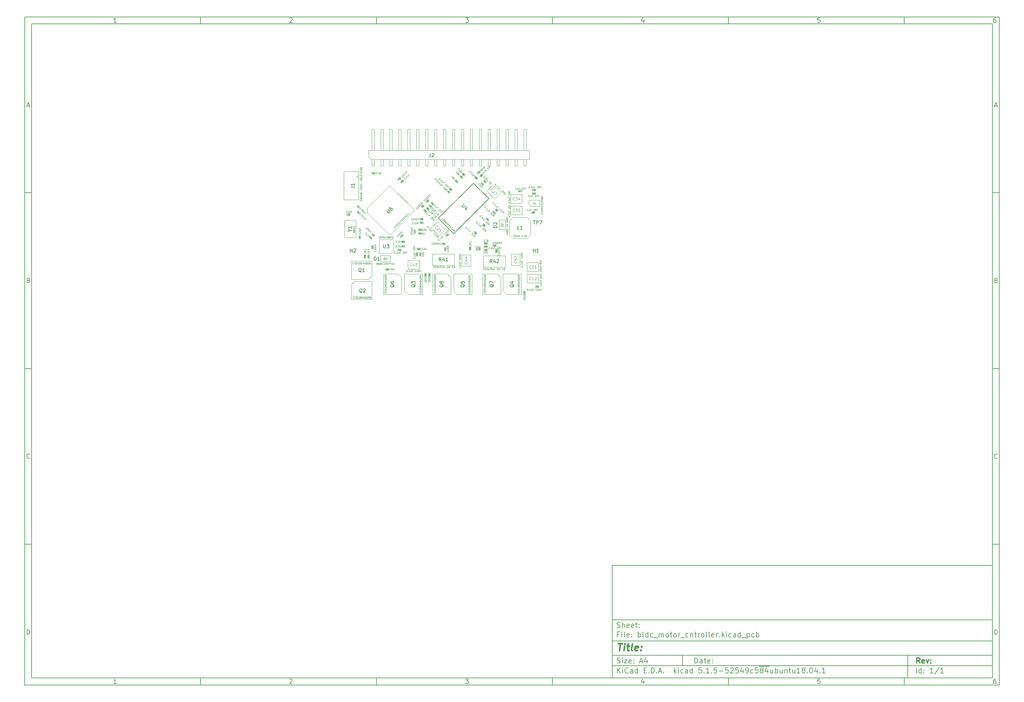
<source format=gbr>
G04 #@! TF.GenerationSoftware,KiCad,Pcbnew,5.1.5-52549c5~84~ubuntu18.04.1*
G04 #@! TF.CreationDate,2020-02-16T22:49:10+01:00*
G04 #@! TF.ProjectId,bldc_motor_cntroller,626c6463-5f6d-46f7-946f-725f636e7472,rev?*
G04 #@! TF.SameCoordinates,Original*
G04 #@! TF.FileFunction,Other,Fab,Top*
%FSLAX46Y46*%
G04 Gerber Fmt 4.6, Leading zero omitted, Abs format (unit mm)*
G04 Created by KiCad (PCBNEW 5.1.5-52549c5~84~ubuntu18.04.1) date 2020-02-16 22:49:10*
%MOMM*%
%LPD*%
G04 APERTURE LIST*
%ADD10C,0.100000*%
%ADD11C,0.150000*%
%ADD12C,0.300000*%
%ADD13C,0.400000*%
%ADD14C,0.127000*%
%ADD15C,0.040000*%
%ADD16C,0.075000*%
%ADD17C,0.120000*%
G04 APERTURE END LIST*
D10*
D11*
X177002200Y-166007200D02*
X177002200Y-198007200D01*
X285002200Y-198007200D01*
X285002200Y-166007200D01*
X177002200Y-166007200D01*
D10*
D11*
X10000000Y-10000000D02*
X10000000Y-200007200D01*
X287002200Y-200007200D01*
X287002200Y-10000000D01*
X10000000Y-10000000D01*
D10*
D11*
X12000000Y-12000000D02*
X12000000Y-198007200D01*
X285002200Y-198007200D01*
X285002200Y-12000000D01*
X12000000Y-12000000D01*
D10*
D11*
X60000000Y-12000000D02*
X60000000Y-10000000D01*
D10*
D11*
X110000000Y-12000000D02*
X110000000Y-10000000D01*
D10*
D11*
X160000000Y-12000000D02*
X160000000Y-10000000D01*
D10*
D11*
X210000000Y-12000000D02*
X210000000Y-10000000D01*
D10*
D11*
X260000000Y-12000000D02*
X260000000Y-10000000D01*
D10*
D11*
X36065476Y-11588095D02*
X35322619Y-11588095D01*
X35694047Y-11588095D02*
X35694047Y-10288095D01*
X35570238Y-10473809D01*
X35446428Y-10597619D01*
X35322619Y-10659523D01*
D10*
D11*
X85322619Y-10411904D02*
X85384523Y-10350000D01*
X85508333Y-10288095D01*
X85817857Y-10288095D01*
X85941666Y-10350000D01*
X86003571Y-10411904D01*
X86065476Y-10535714D01*
X86065476Y-10659523D01*
X86003571Y-10845238D01*
X85260714Y-11588095D01*
X86065476Y-11588095D01*
D10*
D11*
X135260714Y-10288095D02*
X136065476Y-10288095D01*
X135632142Y-10783333D01*
X135817857Y-10783333D01*
X135941666Y-10845238D01*
X136003571Y-10907142D01*
X136065476Y-11030952D01*
X136065476Y-11340476D01*
X136003571Y-11464285D01*
X135941666Y-11526190D01*
X135817857Y-11588095D01*
X135446428Y-11588095D01*
X135322619Y-11526190D01*
X135260714Y-11464285D01*
D10*
D11*
X185941666Y-10721428D02*
X185941666Y-11588095D01*
X185632142Y-10226190D02*
X185322619Y-11154761D01*
X186127380Y-11154761D01*
D10*
D11*
X236003571Y-10288095D02*
X235384523Y-10288095D01*
X235322619Y-10907142D01*
X235384523Y-10845238D01*
X235508333Y-10783333D01*
X235817857Y-10783333D01*
X235941666Y-10845238D01*
X236003571Y-10907142D01*
X236065476Y-11030952D01*
X236065476Y-11340476D01*
X236003571Y-11464285D01*
X235941666Y-11526190D01*
X235817857Y-11588095D01*
X235508333Y-11588095D01*
X235384523Y-11526190D01*
X235322619Y-11464285D01*
D10*
D11*
X285941666Y-10288095D02*
X285694047Y-10288095D01*
X285570238Y-10350000D01*
X285508333Y-10411904D01*
X285384523Y-10597619D01*
X285322619Y-10845238D01*
X285322619Y-11340476D01*
X285384523Y-11464285D01*
X285446428Y-11526190D01*
X285570238Y-11588095D01*
X285817857Y-11588095D01*
X285941666Y-11526190D01*
X286003571Y-11464285D01*
X286065476Y-11340476D01*
X286065476Y-11030952D01*
X286003571Y-10907142D01*
X285941666Y-10845238D01*
X285817857Y-10783333D01*
X285570238Y-10783333D01*
X285446428Y-10845238D01*
X285384523Y-10907142D01*
X285322619Y-11030952D01*
D10*
D11*
X60000000Y-198007200D02*
X60000000Y-200007200D01*
D10*
D11*
X110000000Y-198007200D02*
X110000000Y-200007200D01*
D10*
D11*
X160000000Y-198007200D02*
X160000000Y-200007200D01*
D10*
D11*
X210000000Y-198007200D02*
X210000000Y-200007200D01*
D10*
D11*
X260000000Y-198007200D02*
X260000000Y-200007200D01*
D10*
D11*
X36065476Y-199595295D02*
X35322619Y-199595295D01*
X35694047Y-199595295D02*
X35694047Y-198295295D01*
X35570238Y-198481009D01*
X35446428Y-198604819D01*
X35322619Y-198666723D01*
D10*
D11*
X85322619Y-198419104D02*
X85384523Y-198357200D01*
X85508333Y-198295295D01*
X85817857Y-198295295D01*
X85941666Y-198357200D01*
X86003571Y-198419104D01*
X86065476Y-198542914D01*
X86065476Y-198666723D01*
X86003571Y-198852438D01*
X85260714Y-199595295D01*
X86065476Y-199595295D01*
D10*
D11*
X135260714Y-198295295D02*
X136065476Y-198295295D01*
X135632142Y-198790533D01*
X135817857Y-198790533D01*
X135941666Y-198852438D01*
X136003571Y-198914342D01*
X136065476Y-199038152D01*
X136065476Y-199347676D01*
X136003571Y-199471485D01*
X135941666Y-199533390D01*
X135817857Y-199595295D01*
X135446428Y-199595295D01*
X135322619Y-199533390D01*
X135260714Y-199471485D01*
D10*
D11*
X185941666Y-198728628D02*
X185941666Y-199595295D01*
X185632142Y-198233390D02*
X185322619Y-199161961D01*
X186127380Y-199161961D01*
D10*
D11*
X236003571Y-198295295D02*
X235384523Y-198295295D01*
X235322619Y-198914342D01*
X235384523Y-198852438D01*
X235508333Y-198790533D01*
X235817857Y-198790533D01*
X235941666Y-198852438D01*
X236003571Y-198914342D01*
X236065476Y-199038152D01*
X236065476Y-199347676D01*
X236003571Y-199471485D01*
X235941666Y-199533390D01*
X235817857Y-199595295D01*
X235508333Y-199595295D01*
X235384523Y-199533390D01*
X235322619Y-199471485D01*
D10*
D11*
X285941666Y-198295295D02*
X285694047Y-198295295D01*
X285570238Y-198357200D01*
X285508333Y-198419104D01*
X285384523Y-198604819D01*
X285322619Y-198852438D01*
X285322619Y-199347676D01*
X285384523Y-199471485D01*
X285446428Y-199533390D01*
X285570238Y-199595295D01*
X285817857Y-199595295D01*
X285941666Y-199533390D01*
X286003571Y-199471485D01*
X286065476Y-199347676D01*
X286065476Y-199038152D01*
X286003571Y-198914342D01*
X285941666Y-198852438D01*
X285817857Y-198790533D01*
X285570238Y-198790533D01*
X285446428Y-198852438D01*
X285384523Y-198914342D01*
X285322619Y-199038152D01*
D10*
D11*
X10000000Y-60000000D02*
X12000000Y-60000000D01*
D10*
D11*
X10000000Y-110000000D02*
X12000000Y-110000000D01*
D10*
D11*
X10000000Y-160000000D02*
X12000000Y-160000000D01*
D10*
D11*
X10690476Y-35216666D02*
X11309523Y-35216666D01*
X10566666Y-35588095D02*
X11000000Y-34288095D01*
X11433333Y-35588095D01*
D10*
D11*
X11092857Y-84907142D02*
X11278571Y-84969047D01*
X11340476Y-85030952D01*
X11402380Y-85154761D01*
X11402380Y-85340476D01*
X11340476Y-85464285D01*
X11278571Y-85526190D01*
X11154761Y-85588095D01*
X10659523Y-85588095D01*
X10659523Y-84288095D01*
X11092857Y-84288095D01*
X11216666Y-84350000D01*
X11278571Y-84411904D01*
X11340476Y-84535714D01*
X11340476Y-84659523D01*
X11278571Y-84783333D01*
X11216666Y-84845238D01*
X11092857Y-84907142D01*
X10659523Y-84907142D01*
D10*
D11*
X11402380Y-135464285D02*
X11340476Y-135526190D01*
X11154761Y-135588095D01*
X11030952Y-135588095D01*
X10845238Y-135526190D01*
X10721428Y-135402380D01*
X10659523Y-135278571D01*
X10597619Y-135030952D01*
X10597619Y-134845238D01*
X10659523Y-134597619D01*
X10721428Y-134473809D01*
X10845238Y-134350000D01*
X11030952Y-134288095D01*
X11154761Y-134288095D01*
X11340476Y-134350000D01*
X11402380Y-134411904D01*
D10*
D11*
X10659523Y-185588095D02*
X10659523Y-184288095D01*
X10969047Y-184288095D01*
X11154761Y-184350000D01*
X11278571Y-184473809D01*
X11340476Y-184597619D01*
X11402380Y-184845238D01*
X11402380Y-185030952D01*
X11340476Y-185278571D01*
X11278571Y-185402380D01*
X11154761Y-185526190D01*
X10969047Y-185588095D01*
X10659523Y-185588095D01*
D10*
D11*
X287002200Y-60000000D02*
X285002200Y-60000000D01*
D10*
D11*
X287002200Y-110000000D02*
X285002200Y-110000000D01*
D10*
D11*
X287002200Y-160000000D02*
X285002200Y-160000000D01*
D10*
D11*
X285692676Y-35216666D02*
X286311723Y-35216666D01*
X285568866Y-35588095D02*
X286002200Y-34288095D01*
X286435533Y-35588095D01*
D10*
D11*
X286095057Y-84907142D02*
X286280771Y-84969047D01*
X286342676Y-85030952D01*
X286404580Y-85154761D01*
X286404580Y-85340476D01*
X286342676Y-85464285D01*
X286280771Y-85526190D01*
X286156961Y-85588095D01*
X285661723Y-85588095D01*
X285661723Y-84288095D01*
X286095057Y-84288095D01*
X286218866Y-84350000D01*
X286280771Y-84411904D01*
X286342676Y-84535714D01*
X286342676Y-84659523D01*
X286280771Y-84783333D01*
X286218866Y-84845238D01*
X286095057Y-84907142D01*
X285661723Y-84907142D01*
D10*
D11*
X286404580Y-135464285D02*
X286342676Y-135526190D01*
X286156961Y-135588095D01*
X286033152Y-135588095D01*
X285847438Y-135526190D01*
X285723628Y-135402380D01*
X285661723Y-135278571D01*
X285599819Y-135030952D01*
X285599819Y-134845238D01*
X285661723Y-134597619D01*
X285723628Y-134473809D01*
X285847438Y-134350000D01*
X286033152Y-134288095D01*
X286156961Y-134288095D01*
X286342676Y-134350000D01*
X286404580Y-134411904D01*
D10*
D11*
X285661723Y-185588095D02*
X285661723Y-184288095D01*
X285971247Y-184288095D01*
X286156961Y-184350000D01*
X286280771Y-184473809D01*
X286342676Y-184597619D01*
X286404580Y-184845238D01*
X286404580Y-185030952D01*
X286342676Y-185278571D01*
X286280771Y-185402380D01*
X286156961Y-185526190D01*
X285971247Y-185588095D01*
X285661723Y-185588095D01*
D10*
D11*
X200434342Y-193785771D02*
X200434342Y-192285771D01*
X200791485Y-192285771D01*
X201005771Y-192357200D01*
X201148628Y-192500057D01*
X201220057Y-192642914D01*
X201291485Y-192928628D01*
X201291485Y-193142914D01*
X201220057Y-193428628D01*
X201148628Y-193571485D01*
X201005771Y-193714342D01*
X200791485Y-193785771D01*
X200434342Y-193785771D01*
X202577200Y-193785771D02*
X202577200Y-193000057D01*
X202505771Y-192857200D01*
X202362914Y-192785771D01*
X202077200Y-192785771D01*
X201934342Y-192857200D01*
X202577200Y-193714342D02*
X202434342Y-193785771D01*
X202077200Y-193785771D01*
X201934342Y-193714342D01*
X201862914Y-193571485D01*
X201862914Y-193428628D01*
X201934342Y-193285771D01*
X202077200Y-193214342D01*
X202434342Y-193214342D01*
X202577200Y-193142914D01*
X203077200Y-192785771D02*
X203648628Y-192785771D01*
X203291485Y-192285771D02*
X203291485Y-193571485D01*
X203362914Y-193714342D01*
X203505771Y-193785771D01*
X203648628Y-193785771D01*
X204720057Y-193714342D02*
X204577200Y-193785771D01*
X204291485Y-193785771D01*
X204148628Y-193714342D01*
X204077200Y-193571485D01*
X204077200Y-193000057D01*
X204148628Y-192857200D01*
X204291485Y-192785771D01*
X204577200Y-192785771D01*
X204720057Y-192857200D01*
X204791485Y-193000057D01*
X204791485Y-193142914D01*
X204077200Y-193285771D01*
X205434342Y-193642914D02*
X205505771Y-193714342D01*
X205434342Y-193785771D01*
X205362914Y-193714342D01*
X205434342Y-193642914D01*
X205434342Y-193785771D01*
X205434342Y-192857200D02*
X205505771Y-192928628D01*
X205434342Y-193000057D01*
X205362914Y-192928628D01*
X205434342Y-192857200D01*
X205434342Y-193000057D01*
D10*
D11*
X177002200Y-194507200D02*
X285002200Y-194507200D01*
D10*
D11*
X178434342Y-196585771D02*
X178434342Y-195085771D01*
X179291485Y-196585771D02*
X178648628Y-195728628D01*
X179291485Y-195085771D02*
X178434342Y-195942914D01*
X179934342Y-196585771D02*
X179934342Y-195585771D01*
X179934342Y-195085771D02*
X179862914Y-195157200D01*
X179934342Y-195228628D01*
X180005771Y-195157200D01*
X179934342Y-195085771D01*
X179934342Y-195228628D01*
X181505771Y-196442914D02*
X181434342Y-196514342D01*
X181220057Y-196585771D01*
X181077200Y-196585771D01*
X180862914Y-196514342D01*
X180720057Y-196371485D01*
X180648628Y-196228628D01*
X180577200Y-195942914D01*
X180577200Y-195728628D01*
X180648628Y-195442914D01*
X180720057Y-195300057D01*
X180862914Y-195157200D01*
X181077200Y-195085771D01*
X181220057Y-195085771D01*
X181434342Y-195157200D01*
X181505771Y-195228628D01*
X182791485Y-196585771D02*
X182791485Y-195800057D01*
X182720057Y-195657200D01*
X182577200Y-195585771D01*
X182291485Y-195585771D01*
X182148628Y-195657200D01*
X182791485Y-196514342D02*
X182648628Y-196585771D01*
X182291485Y-196585771D01*
X182148628Y-196514342D01*
X182077200Y-196371485D01*
X182077200Y-196228628D01*
X182148628Y-196085771D01*
X182291485Y-196014342D01*
X182648628Y-196014342D01*
X182791485Y-195942914D01*
X184148628Y-196585771D02*
X184148628Y-195085771D01*
X184148628Y-196514342D02*
X184005771Y-196585771D01*
X183720057Y-196585771D01*
X183577200Y-196514342D01*
X183505771Y-196442914D01*
X183434342Y-196300057D01*
X183434342Y-195871485D01*
X183505771Y-195728628D01*
X183577200Y-195657200D01*
X183720057Y-195585771D01*
X184005771Y-195585771D01*
X184148628Y-195657200D01*
X186005771Y-195800057D02*
X186505771Y-195800057D01*
X186720057Y-196585771D02*
X186005771Y-196585771D01*
X186005771Y-195085771D01*
X186720057Y-195085771D01*
X187362914Y-196442914D02*
X187434342Y-196514342D01*
X187362914Y-196585771D01*
X187291485Y-196514342D01*
X187362914Y-196442914D01*
X187362914Y-196585771D01*
X188077200Y-196585771D02*
X188077200Y-195085771D01*
X188434342Y-195085771D01*
X188648628Y-195157200D01*
X188791485Y-195300057D01*
X188862914Y-195442914D01*
X188934342Y-195728628D01*
X188934342Y-195942914D01*
X188862914Y-196228628D01*
X188791485Y-196371485D01*
X188648628Y-196514342D01*
X188434342Y-196585771D01*
X188077200Y-196585771D01*
X189577200Y-196442914D02*
X189648628Y-196514342D01*
X189577200Y-196585771D01*
X189505771Y-196514342D01*
X189577200Y-196442914D01*
X189577200Y-196585771D01*
X190220057Y-196157200D02*
X190934342Y-196157200D01*
X190077200Y-196585771D02*
X190577200Y-195085771D01*
X191077200Y-196585771D01*
X191577200Y-196442914D02*
X191648628Y-196514342D01*
X191577200Y-196585771D01*
X191505771Y-196514342D01*
X191577200Y-196442914D01*
X191577200Y-196585771D01*
X194577200Y-196585771D02*
X194577200Y-195085771D01*
X194720057Y-196014342D02*
X195148628Y-196585771D01*
X195148628Y-195585771D02*
X194577200Y-196157200D01*
X195791485Y-196585771D02*
X195791485Y-195585771D01*
X195791485Y-195085771D02*
X195720057Y-195157200D01*
X195791485Y-195228628D01*
X195862914Y-195157200D01*
X195791485Y-195085771D01*
X195791485Y-195228628D01*
X197148628Y-196514342D02*
X197005771Y-196585771D01*
X196720057Y-196585771D01*
X196577200Y-196514342D01*
X196505771Y-196442914D01*
X196434342Y-196300057D01*
X196434342Y-195871485D01*
X196505771Y-195728628D01*
X196577200Y-195657200D01*
X196720057Y-195585771D01*
X197005771Y-195585771D01*
X197148628Y-195657200D01*
X198434342Y-196585771D02*
X198434342Y-195800057D01*
X198362914Y-195657200D01*
X198220057Y-195585771D01*
X197934342Y-195585771D01*
X197791485Y-195657200D01*
X198434342Y-196514342D02*
X198291485Y-196585771D01*
X197934342Y-196585771D01*
X197791485Y-196514342D01*
X197720057Y-196371485D01*
X197720057Y-196228628D01*
X197791485Y-196085771D01*
X197934342Y-196014342D01*
X198291485Y-196014342D01*
X198434342Y-195942914D01*
X199791485Y-196585771D02*
X199791485Y-195085771D01*
X199791485Y-196514342D02*
X199648628Y-196585771D01*
X199362914Y-196585771D01*
X199220057Y-196514342D01*
X199148628Y-196442914D01*
X199077200Y-196300057D01*
X199077200Y-195871485D01*
X199148628Y-195728628D01*
X199220057Y-195657200D01*
X199362914Y-195585771D01*
X199648628Y-195585771D01*
X199791485Y-195657200D01*
X202362914Y-195085771D02*
X201648628Y-195085771D01*
X201577200Y-195800057D01*
X201648628Y-195728628D01*
X201791485Y-195657200D01*
X202148628Y-195657200D01*
X202291485Y-195728628D01*
X202362914Y-195800057D01*
X202434342Y-195942914D01*
X202434342Y-196300057D01*
X202362914Y-196442914D01*
X202291485Y-196514342D01*
X202148628Y-196585771D01*
X201791485Y-196585771D01*
X201648628Y-196514342D01*
X201577200Y-196442914D01*
X203077200Y-196442914D02*
X203148628Y-196514342D01*
X203077200Y-196585771D01*
X203005771Y-196514342D01*
X203077200Y-196442914D01*
X203077200Y-196585771D01*
X204577200Y-196585771D02*
X203720057Y-196585771D01*
X204148628Y-196585771D02*
X204148628Y-195085771D01*
X204005771Y-195300057D01*
X203862914Y-195442914D01*
X203720057Y-195514342D01*
X205220057Y-196442914D02*
X205291485Y-196514342D01*
X205220057Y-196585771D01*
X205148628Y-196514342D01*
X205220057Y-196442914D01*
X205220057Y-196585771D01*
X206648628Y-195085771D02*
X205934342Y-195085771D01*
X205862914Y-195800057D01*
X205934342Y-195728628D01*
X206077200Y-195657200D01*
X206434342Y-195657200D01*
X206577200Y-195728628D01*
X206648628Y-195800057D01*
X206720057Y-195942914D01*
X206720057Y-196300057D01*
X206648628Y-196442914D01*
X206577200Y-196514342D01*
X206434342Y-196585771D01*
X206077200Y-196585771D01*
X205934342Y-196514342D01*
X205862914Y-196442914D01*
X207362914Y-196014342D02*
X208505771Y-196014342D01*
X209934342Y-195085771D02*
X209220057Y-195085771D01*
X209148628Y-195800057D01*
X209220057Y-195728628D01*
X209362914Y-195657200D01*
X209720057Y-195657200D01*
X209862914Y-195728628D01*
X209934342Y-195800057D01*
X210005771Y-195942914D01*
X210005771Y-196300057D01*
X209934342Y-196442914D01*
X209862914Y-196514342D01*
X209720057Y-196585771D01*
X209362914Y-196585771D01*
X209220057Y-196514342D01*
X209148628Y-196442914D01*
X210577200Y-195228628D02*
X210648628Y-195157200D01*
X210791485Y-195085771D01*
X211148628Y-195085771D01*
X211291485Y-195157200D01*
X211362914Y-195228628D01*
X211434342Y-195371485D01*
X211434342Y-195514342D01*
X211362914Y-195728628D01*
X210505771Y-196585771D01*
X211434342Y-196585771D01*
X212791485Y-195085771D02*
X212077200Y-195085771D01*
X212005771Y-195800057D01*
X212077200Y-195728628D01*
X212220057Y-195657200D01*
X212577200Y-195657200D01*
X212720057Y-195728628D01*
X212791485Y-195800057D01*
X212862914Y-195942914D01*
X212862914Y-196300057D01*
X212791485Y-196442914D01*
X212720057Y-196514342D01*
X212577200Y-196585771D01*
X212220057Y-196585771D01*
X212077200Y-196514342D01*
X212005771Y-196442914D01*
X214148628Y-195585771D02*
X214148628Y-196585771D01*
X213791485Y-195014342D02*
X213434342Y-196085771D01*
X214362914Y-196085771D01*
X215005771Y-196585771D02*
X215291485Y-196585771D01*
X215434342Y-196514342D01*
X215505771Y-196442914D01*
X215648628Y-196228628D01*
X215720057Y-195942914D01*
X215720057Y-195371485D01*
X215648628Y-195228628D01*
X215577200Y-195157200D01*
X215434342Y-195085771D01*
X215148628Y-195085771D01*
X215005771Y-195157200D01*
X214934342Y-195228628D01*
X214862914Y-195371485D01*
X214862914Y-195728628D01*
X214934342Y-195871485D01*
X215005771Y-195942914D01*
X215148628Y-196014342D01*
X215434342Y-196014342D01*
X215577200Y-195942914D01*
X215648628Y-195871485D01*
X215720057Y-195728628D01*
X217005771Y-196514342D02*
X216862914Y-196585771D01*
X216577200Y-196585771D01*
X216434342Y-196514342D01*
X216362914Y-196442914D01*
X216291485Y-196300057D01*
X216291485Y-195871485D01*
X216362914Y-195728628D01*
X216434342Y-195657200D01*
X216577200Y-195585771D01*
X216862914Y-195585771D01*
X217005771Y-195657200D01*
X218362914Y-195085771D02*
X217648628Y-195085771D01*
X217577200Y-195800057D01*
X217648628Y-195728628D01*
X217791485Y-195657200D01*
X218148628Y-195657200D01*
X218291485Y-195728628D01*
X218362914Y-195800057D01*
X218434342Y-195942914D01*
X218434342Y-196300057D01*
X218362914Y-196442914D01*
X218291485Y-196514342D01*
X218148628Y-196585771D01*
X217791485Y-196585771D01*
X217648628Y-196514342D01*
X217577200Y-196442914D01*
X218720057Y-194677200D02*
X220148628Y-194677200D01*
X219291485Y-195728628D02*
X219148628Y-195657200D01*
X219077200Y-195585771D01*
X219005771Y-195442914D01*
X219005771Y-195371485D01*
X219077200Y-195228628D01*
X219148628Y-195157200D01*
X219291485Y-195085771D01*
X219577200Y-195085771D01*
X219720057Y-195157200D01*
X219791485Y-195228628D01*
X219862914Y-195371485D01*
X219862914Y-195442914D01*
X219791485Y-195585771D01*
X219720057Y-195657200D01*
X219577200Y-195728628D01*
X219291485Y-195728628D01*
X219148628Y-195800057D01*
X219077200Y-195871485D01*
X219005771Y-196014342D01*
X219005771Y-196300057D01*
X219077200Y-196442914D01*
X219148628Y-196514342D01*
X219291485Y-196585771D01*
X219577200Y-196585771D01*
X219720057Y-196514342D01*
X219791485Y-196442914D01*
X219862914Y-196300057D01*
X219862914Y-196014342D01*
X219791485Y-195871485D01*
X219720057Y-195800057D01*
X219577200Y-195728628D01*
X220148628Y-194677200D02*
X221577199Y-194677200D01*
X221148628Y-195585771D02*
X221148628Y-196585771D01*
X220791485Y-195014342D02*
X220434342Y-196085771D01*
X221362914Y-196085771D01*
X222577199Y-195585771D02*
X222577199Y-196585771D01*
X221934342Y-195585771D02*
X221934342Y-196371485D01*
X222005771Y-196514342D01*
X222148628Y-196585771D01*
X222362914Y-196585771D01*
X222505771Y-196514342D01*
X222577199Y-196442914D01*
X223291485Y-196585771D02*
X223291485Y-195085771D01*
X223291485Y-195657200D02*
X223434342Y-195585771D01*
X223720057Y-195585771D01*
X223862914Y-195657200D01*
X223934342Y-195728628D01*
X224005771Y-195871485D01*
X224005771Y-196300057D01*
X223934342Y-196442914D01*
X223862914Y-196514342D01*
X223720057Y-196585771D01*
X223434342Y-196585771D01*
X223291485Y-196514342D01*
X225291485Y-195585771D02*
X225291485Y-196585771D01*
X224648628Y-195585771D02*
X224648628Y-196371485D01*
X224720057Y-196514342D01*
X224862914Y-196585771D01*
X225077199Y-196585771D01*
X225220057Y-196514342D01*
X225291485Y-196442914D01*
X226005771Y-195585771D02*
X226005771Y-196585771D01*
X226005771Y-195728628D02*
X226077199Y-195657200D01*
X226220057Y-195585771D01*
X226434342Y-195585771D01*
X226577199Y-195657200D01*
X226648628Y-195800057D01*
X226648628Y-196585771D01*
X227148628Y-195585771D02*
X227720057Y-195585771D01*
X227362914Y-195085771D02*
X227362914Y-196371485D01*
X227434342Y-196514342D01*
X227577200Y-196585771D01*
X227720057Y-196585771D01*
X228862914Y-195585771D02*
X228862914Y-196585771D01*
X228220057Y-195585771D02*
X228220057Y-196371485D01*
X228291485Y-196514342D01*
X228434342Y-196585771D01*
X228648628Y-196585771D01*
X228791485Y-196514342D01*
X228862914Y-196442914D01*
X230362914Y-196585771D02*
X229505771Y-196585771D01*
X229934342Y-196585771D02*
X229934342Y-195085771D01*
X229791485Y-195300057D01*
X229648628Y-195442914D01*
X229505771Y-195514342D01*
X231220057Y-195728628D02*
X231077199Y-195657200D01*
X231005771Y-195585771D01*
X230934342Y-195442914D01*
X230934342Y-195371485D01*
X231005771Y-195228628D01*
X231077199Y-195157200D01*
X231220057Y-195085771D01*
X231505771Y-195085771D01*
X231648628Y-195157200D01*
X231720057Y-195228628D01*
X231791485Y-195371485D01*
X231791485Y-195442914D01*
X231720057Y-195585771D01*
X231648628Y-195657200D01*
X231505771Y-195728628D01*
X231220057Y-195728628D01*
X231077199Y-195800057D01*
X231005771Y-195871485D01*
X230934342Y-196014342D01*
X230934342Y-196300057D01*
X231005771Y-196442914D01*
X231077199Y-196514342D01*
X231220057Y-196585771D01*
X231505771Y-196585771D01*
X231648628Y-196514342D01*
X231720057Y-196442914D01*
X231791485Y-196300057D01*
X231791485Y-196014342D01*
X231720057Y-195871485D01*
X231648628Y-195800057D01*
X231505771Y-195728628D01*
X232434342Y-196442914D02*
X232505771Y-196514342D01*
X232434342Y-196585771D01*
X232362914Y-196514342D01*
X232434342Y-196442914D01*
X232434342Y-196585771D01*
X233434342Y-195085771D02*
X233577199Y-195085771D01*
X233720057Y-195157200D01*
X233791485Y-195228628D01*
X233862914Y-195371485D01*
X233934342Y-195657200D01*
X233934342Y-196014342D01*
X233862914Y-196300057D01*
X233791485Y-196442914D01*
X233720057Y-196514342D01*
X233577199Y-196585771D01*
X233434342Y-196585771D01*
X233291485Y-196514342D01*
X233220057Y-196442914D01*
X233148628Y-196300057D01*
X233077199Y-196014342D01*
X233077199Y-195657200D01*
X233148628Y-195371485D01*
X233220057Y-195228628D01*
X233291485Y-195157200D01*
X233434342Y-195085771D01*
X235220057Y-195585771D02*
X235220057Y-196585771D01*
X234862914Y-195014342D02*
X234505771Y-196085771D01*
X235434342Y-196085771D01*
X236005771Y-196442914D02*
X236077199Y-196514342D01*
X236005771Y-196585771D01*
X235934342Y-196514342D01*
X236005771Y-196442914D01*
X236005771Y-196585771D01*
X237505771Y-196585771D02*
X236648628Y-196585771D01*
X237077199Y-196585771D02*
X237077199Y-195085771D01*
X236934342Y-195300057D01*
X236791485Y-195442914D01*
X236648628Y-195514342D01*
D10*
D11*
X177002200Y-191507200D02*
X285002200Y-191507200D01*
D10*
D12*
X264411485Y-193785771D02*
X263911485Y-193071485D01*
X263554342Y-193785771D02*
X263554342Y-192285771D01*
X264125771Y-192285771D01*
X264268628Y-192357200D01*
X264340057Y-192428628D01*
X264411485Y-192571485D01*
X264411485Y-192785771D01*
X264340057Y-192928628D01*
X264268628Y-193000057D01*
X264125771Y-193071485D01*
X263554342Y-193071485D01*
X265625771Y-193714342D02*
X265482914Y-193785771D01*
X265197200Y-193785771D01*
X265054342Y-193714342D01*
X264982914Y-193571485D01*
X264982914Y-193000057D01*
X265054342Y-192857200D01*
X265197200Y-192785771D01*
X265482914Y-192785771D01*
X265625771Y-192857200D01*
X265697200Y-193000057D01*
X265697200Y-193142914D01*
X264982914Y-193285771D01*
X266197200Y-192785771D02*
X266554342Y-193785771D01*
X266911485Y-192785771D01*
X267482914Y-193642914D02*
X267554342Y-193714342D01*
X267482914Y-193785771D01*
X267411485Y-193714342D01*
X267482914Y-193642914D01*
X267482914Y-193785771D01*
X267482914Y-192857200D02*
X267554342Y-192928628D01*
X267482914Y-193000057D01*
X267411485Y-192928628D01*
X267482914Y-192857200D01*
X267482914Y-193000057D01*
D10*
D11*
X178362914Y-193714342D02*
X178577200Y-193785771D01*
X178934342Y-193785771D01*
X179077200Y-193714342D01*
X179148628Y-193642914D01*
X179220057Y-193500057D01*
X179220057Y-193357200D01*
X179148628Y-193214342D01*
X179077200Y-193142914D01*
X178934342Y-193071485D01*
X178648628Y-193000057D01*
X178505771Y-192928628D01*
X178434342Y-192857200D01*
X178362914Y-192714342D01*
X178362914Y-192571485D01*
X178434342Y-192428628D01*
X178505771Y-192357200D01*
X178648628Y-192285771D01*
X179005771Y-192285771D01*
X179220057Y-192357200D01*
X179862914Y-193785771D02*
X179862914Y-192785771D01*
X179862914Y-192285771D02*
X179791485Y-192357200D01*
X179862914Y-192428628D01*
X179934342Y-192357200D01*
X179862914Y-192285771D01*
X179862914Y-192428628D01*
X180434342Y-192785771D02*
X181220057Y-192785771D01*
X180434342Y-193785771D01*
X181220057Y-193785771D01*
X182362914Y-193714342D02*
X182220057Y-193785771D01*
X181934342Y-193785771D01*
X181791485Y-193714342D01*
X181720057Y-193571485D01*
X181720057Y-193000057D01*
X181791485Y-192857200D01*
X181934342Y-192785771D01*
X182220057Y-192785771D01*
X182362914Y-192857200D01*
X182434342Y-193000057D01*
X182434342Y-193142914D01*
X181720057Y-193285771D01*
X183077200Y-193642914D02*
X183148628Y-193714342D01*
X183077200Y-193785771D01*
X183005771Y-193714342D01*
X183077200Y-193642914D01*
X183077200Y-193785771D01*
X183077200Y-192857200D02*
X183148628Y-192928628D01*
X183077200Y-193000057D01*
X183005771Y-192928628D01*
X183077200Y-192857200D01*
X183077200Y-193000057D01*
X184862914Y-193357200D02*
X185577200Y-193357200D01*
X184720057Y-193785771D02*
X185220057Y-192285771D01*
X185720057Y-193785771D01*
X186862914Y-192785771D02*
X186862914Y-193785771D01*
X186505771Y-192214342D02*
X186148628Y-193285771D01*
X187077200Y-193285771D01*
D10*
D11*
X263434342Y-196585771D02*
X263434342Y-195085771D01*
X264791485Y-196585771D02*
X264791485Y-195085771D01*
X264791485Y-196514342D02*
X264648628Y-196585771D01*
X264362914Y-196585771D01*
X264220057Y-196514342D01*
X264148628Y-196442914D01*
X264077200Y-196300057D01*
X264077200Y-195871485D01*
X264148628Y-195728628D01*
X264220057Y-195657200D01*
X264362914Y-195585771D01*
X264648628Y-195585771D01*
X264791485Y-195657200D01*
X265505771Y-196442914D02*
X265577200Y-196514342D01*
X265505771Y-196585771D01*
X265434342Y-196514342D01*
X265505771Y-196442914D01*
X265505771Y-196585771D01*
X265505771Y-195657200D02*
X265577200Y-195728628D01*
X265505771Y-195800057D01*
X265434342Y-195728628D01*
X265505771Y-195657200D01*
X265505771Y-195800057D01*
X268148628Y-196585771D02*
X267291485Y-196585771D01*
X267720057Y-196585771D02*
X267720057Y-195085771D01*
X267577200Y-195300057D01*
X267434342Y-195442914D01*
X267291485Y-195514342D01*
X269862914Y-195014342D02*
X268577200Y-196942914D01*
X271148628Y-196585771D02*
X270291485Y-196585771D01*
X270720057Y-196585771D02*
X270720057Y-195085771D01*
X270577200Y-195300057D01*
X270434342Y-195442914D01*
X270291485Y-195514342D01*
D10*
D11*
X177002200Y-187507200D02*
X285002200Y-187507200D01*
D10*
D13*
X178714580Y-188211961D02*
X179857438Y-188211961D01*
X179036009Y-190211961D02*
X179286009Y-188211961D01*
X180274104Y-190211961D02*
X180440771Y-188878628D01*
X180524104Y-188211961D02*
X180416961Y-188307200D01*
X180500295Y-188402438D01*
X180607438Y-188307200D01*
X180524104Y-188211961D01*
X180500295Y-188402438D01*
X181107438Y-188878628D02*
X181869342Y-188878628D01*
X181476485Y-188211961D02*
X181262200Y-189926247D01*
X181333628Y-190116723D01*
X181512200Y-190211961D01*
X181702676Y-190211961D01*
X182655057Y-190211961D02*
X182476485Y-190116723D01*
X182405057Y-189926247D01*
X182619342Y-188211961D01*
X184190771Y-190116723D02*
X183988390Y-190211961D01*
X183607438Y-190211961D01*
X183428866Y-190116723D01*
X183357438Y-189926247D01*
X183452676Y-189164342D01*
X183571723Y-188973866D01*
X183774104Y-188878628D01*
X184155057Y-188878628D01*
X184333628Y-188973866D01*
X184405057Y-189164342D01*
X184381247Y-189354819D01*
X183405057Y-189545295D01*
X185155057Y-190021485D02*
X185238390Y-190116723D01*
X185131247Y-190211961D01*
X185047914Y-190116723D01*
X185155057Y-190021485D01*
X185131247Y-190211961D01*
X185286009Y-188973866D02*
X185369342Y-189069104D01*
X185262200Y-189164342D01*
X185178866Y-189069104D01*
X185286009Y-188973866D01*
X185262200Y-189164342D01*
D10*
D11*
X178934342Y-185600057D02*
X178434342Y-185600057D01*
X178434342Y-186385771D02*
X178434342Y-184885771D01*
X179148628Y-184885771D01*
X179720057Y-186385771D02*
X179720057Y-185385771D01*
X179720057Y-184885771D02*
X179648628Y-184957200D01*
X179720057Y-185028628D01*
X179791485Y-184957200D01*
X179720057Y-184885771D01*
X179720057Y-185028628D01*
X180648628Y-186385771D02*
X180505771Y-186314342D01*
X180434342Y-186171485D01*
X180434342Y-184885771D01*
X181791485Y-186314342D02*
X181648628Y-186385771D01*
X181362914Y-186385771D01*
X181220057Y-186314342D01*
X181148628Y-186171485D01*
X181148628Y-185600057D01*
X181220057Y-185457200D01*
X181362914Y-185385771D01*
X181648628Y-185385771D01*
X181791485Y-185457200D01*
X181862914Y-185600057D01*
X181862914Y-185742914D01*
X181148628Y-185885771D01*
X182505771Y-186242914D02*
X182577200Y-186314342D01*
X182505771Y-186385771D01*
X182434342Y-186314342D01*
X182505771Y-186242914D01*
X182505771Y-186385771D01*
X182505771Y-185457200D02*
X182577200Y-185528628D01*
X182505771Y-185600057D01*
X182434342Y-185528628D01*
X182505771Y-185457200D01*
X182505771Y-185600057D01*
X184362914Y-186385771D02*
X184362914Y-184885771D01*
X184362914Y-185457200D02*
X184505771Y-185385771D01*
X184791485Y-185385771D01*
X184934342Y-185457200D01*
X185005771Y-185528628D01*
X185077200Y-185671485D01*
X185077200Y-186100057D01*
X185005771Y-186242914D01*
X184934342Y-186314342D01*
X184791485Y-186385771D01*
X184505771Y-186385771D01*
X184362914Y-186314342D01*
X185934342Y-186385771D02*
X185791485Y-186314342D01*
X185720057Y-186171485D01*
X185720057Y-184885771D01*
X187148628Y-186385771D02*
X187148628Y-184885771D01*
X187148628Y-186314342D02*
X187005771Y-186385771D01*
X186720057Y-186385771D01*
X186577200Y-186314342D01*
X186505771Y-186242914D01*
X186434342Y-186100057D01*
X186434342Y-185671485D01*
X186505771Y-185528628D01*
X186577200Y-185457200D01*
X186720057Y-185385771D01*
X187005771Y-185385771D01*
X187148628Y-185457200D01*
X188505771Y-186314342D02*
X188362914Y-186385771D01*
X188077200Y-186385771D01*
X187934342Y-186314342D01*
X187862914Y-186242914D01*
X187791485Y-186100057D01*
X187791485Y-185671485D01*
X187862914Y-185528628D01*
X187934342Y-185457200D01*
X188077200Y-185385771D01*
X188362914Y-185385771D01*
X188505771Y-185457200D01*
X188791485Y-186528628D02*
X189934342Y-186528628D01*
X190291485Y-186385771D02*
X190291485Y-185385771D01*
X190291485Y-185528628D02*
X190362914Y-185457200D01*
X190505771Y-185385771D01*
X190720057Y-185385771D01*
X190862914Y-185457200D01*
X190934342Y-185600057D01*
X190934342Y-186385771D01*
X190934342Y-185600057D02*
X191005771Y-185457200D01*
X191148628Y-185385771D01*
X191362914Y-185385771D01*
X191505771Y-185457200D01*
X191577200Y-185600057D01*
X191577200Y-186385771D01*
X192505771Y-186385771D02*
X192362914Y-186314342D01*
X192291485Y-186242914D01*
X192220057Y-186100057D01*
X192220057Y-185671485D01*
X192291485Y-185528628D01*
X192362914Y-185457200D01*
X192505771Y-185385771D01*
X192720057Y-185385771D01*
X192862914Y-185457200D01*
X192934342Y-185528628D01*
X193005771Y-185671485D01*
X193005771Y-186100057D01*
X192934342Y-186242914D01*
X192862914Y-186314342D01*
X192720057Y-186385771D01*
X192505771Y-186385771D01*
X193434342Y-185385771D02*
X194005771Y-185385771D01*
X193648628Y-184885771D02*
X193648628Y-186171485D01*
X193720057Y-186314342D01*
X193862914Y-186385771D01*
X194005771Y-186385771D01*
X194720057Y-186385771D02*
X194577200Y-186314342D01*
X194505771Y-186242914D01*
X194434342Y-186100057D01*
X194434342Y-185671485D01*
X194505771Y-185528628D01*
X194577200Y-185457200D01*
X194720057Y-185385771D01*
X194934342Y-185385771D01*
X195077200Y-185457200D01*
X195148628Y-185528628D01*
X195220057Y-185671485D01*
X195220057Y-186100057D01*
X195148628Y-186242914D01*
X195077200Y-186314342D01*
X194934342Y-186385771D01*
X194720057Y-186385771D01*
X195862914Y-186385771D02*
X195862914Y-185385771D01*
X195862914Y-185671485D02*
X195934342Y-185528628D01*
X196005771Y-185457200D01*
X196148628Y-185385771D01*
X196291485Y-185385771D01*
X196434342Y-186528628D02*
X197577200Y-186528628D01*
X198577200Y-186314342D02*
X198434342Y-186385771D01*
X198148628Y-186385771D01*
X198005771Y-186314342D01*
X197934342Y-186242914D01*
X197862914Y-186100057D01*
X197862914Y-185671485D01*
X197934342Y-185528628D01*
X198005771Y-185457200D01*
X198148628Y-185385771D01*
X198434342Y-185385771D01*
X198577200Y-185457200D01*
X199220057Y-185385771D02*
X199220057Y-186385771D01*
X199220057Y-185528628D02*
X199291485Y-185457200D01*
X199434342Y-185385771D01*
X199648628Y-185385771D01*
X199791485Y-185457200D01*
X199862914Y-185600057D01*
X199862914Y-186385771D01*
X200362914Y-185385771D02*
X200934342Y-185385771D01*
X200577200Y-184885771D02*
X200577200Y-186171485D01*
X200648628Y-186314342D01*
X200791485Y-186385771D01*
X200934342Y-186385771D01*
X201434342Y-186385771D02*
X201434342Y-185385771D01*
X201434342Y-185671485D02*
X201505771Y-185528628D01*
X201577200Y-185457200D01*
X201720057Y-185385771D01*
X201862914Y-185385771D01*
X202577200Y-186385771D02*
X202434342Y-186314342D01*
X202362914Y-186242914D01*
X202291485Y-186100057D01*
X202291485Y-185671485D01*
X202362914Y-185528628D01*
X202434342Y-185457200D01*
X202577200Y-185385771D01*
X202791485Y-185385771D01*
X202934342Y-185457200D01*
X203005771Y-185528628D01*
X203077200Y-185671485D01*
X203077200Y-186100057D01*
X203005771Y-186242914D01*
X202934342Y-186314342D01*
X202791485Y-186385771D01*
X202577200Y-186385771D01*
X203934342Y-186385771D02*
X203791485Y-186314342D01*
X203720057Y-186171485D01*
X203720057Y-184885771D01*
X204720057Y-186385771D02*
X204577200Y-186314342D01*
X204505771Y-186171485D01*
X204505771Y-184885771D01*
X205862914Y-186314342D02*
X205720057Y-186385771D01*
X205434342Y-186385771D01*
X205291485Y-186314342D01*
X205220057Y-186171485D01*
X205220057Y-185600057D01*
X205291485Y-185457200D01*
X205434342Y-185385771D01*
X205720057Y-185385771D01*
X205862914Y-185457200D01*
X205934342Y-185600057D01*
X205934342Y-185742914D01*
X205220057Y-185885771D01*
X206577200Y-186385771D02*
X206577200Y-185385771D01*
X206577200Y-185671485D02*
X206648628Y-185528628D01*
X206720057Y-185457200D01*
X206862914Y-185385771D01*
X207005771Y-185385771D01*
X207505771Y-186242914D02*
X207577200Y-186314342D01*
X207505771Y-186385771D01*
X207434342Y-186314342D01*
X207505771Y-186242914D01*
X207505771Y-186385771D01*
X208220057Y-186385771D02*
X208220057Y-184885771D01*
X208362914Y-185814342D02*
X208791485Y-186385771D01*
X208791485Y-185385771D02*
X208220057Y-185957200D01*
X209434342Y-186385771D02*
X209434342Y-185385771D01*
X209434342Y-184885771D02*
X209362914Y-184957200D01*
X209434342Y-185028628D01*
X209505771Y-184957200D01*
X209434342Y-184885771D01*
X209434342Y-185028628D01*
X210791485Y-186314342D02*
X210648628Y-186385771D01*
X210362914Y-186385771D01*
X210220057Y-186314342D01*
X210148628Y-186242914D01*
X210077200Y-186100057D01*
X210077200Y-185671485D01*
X210148628Y-185528628D01*
X210220057Y-185457200D01*
X210362914Y-185385771D01*
X210648628Y-185385771D01*
X210791485Y-185457200D01*
X212077200Y-186385771D02*
X212077200Y-185600057D01*
X212005771Y-185457200D01*
X211862914Y-185385771D01*
X211577200Y-185385771D01*
X211434342Y-185457200D01*
X212077200Y-186314342D02*
X211934342Y-186385771D01*
X211577200Y-186385771D01*
X211434342Y-186314342D01*
X211362914Y-186171485D01*
X211362914Y-186028628D01*
X211434342Y-185885771D01*
X211577200Y-185814342D01*
X211934342Y-185814342D01*
X212077200Y-185742914D01*
X213434342Y-186385771D02*
X213434342Y-184885771D01*
X213434342Y-186314342D02*
X213291485Y-186385771D01*
X213005771Y-186385771D01*
X212862914Y-186314342D01*
X212791485Y-186242914D01*
X212720057Y-186100057D01*
X212720057Y-185671485D01*
X212791485Y-185528628D01*
X212862914Y-185457200D01*
X213005771Y-185385771D01*
X213291485Y-185385771D01*
X213434342Y-185457200D01*
X213791485Y-186528628D02*
X214934342Y-186528628D01*
X215291485Y-185385771D02*
X215291485Y-186885771D01*
X215291485Y-185457200D02*
X215434342Y-185385771D01*
X215720057Y-185385771D01*
X215862914Y-185457200D01*
X215934342Y-185528628D01*
X216005771Y-185671485D01*
X216005771Y-186100057D01*
X215934342Y-186242914D01*
X215862914Y-186314342D01*
X215720057Y-186385771D01*
X215434342Y-186385771D01*
X215291485Y-186314342D01*
X217291485Y-186314342D02*
X217148628Y-186385771D01*
X216862914Y-186385771D01*
X216720057Y-186314342D01*
X216648628Y-186242914D01*
X216577200Y-186100057D01*
X216577200Y-185671485D01*
X216648628Y-185528628D01*
X216720057Y-185457200D01*
X216862914Y-185385771D01*
X217148628Y-185385771D01*
X217291485Y-185457200D01*
X217934342Y-186385771D02*
X217934342Y-184885771D01*
X217934342Y-185457200D02*
X218077200Y-185385771D01*
X218362914Y-185385771D01*
X218505771Y-185457200D01*
X218577200Y-185528628D01*
X218648628Y-185671485D01*
X218648628Y-186100057D01*
X218577200Y-186242914D01*
X218505771Y-186314342D01*
X218362914Y-186385771D01*
X218077200Y-186385771D01*
X217934342Y-186314342D01*
D10*
D11*
X177002200Y-181507200D02*
X285002200Y-181507200D01*
D10*
D11*
X178362914Y-183614342D02*
X178577200Y-183685771D01*
X178934342Y-183685771D01*
X179077200Y-183614342D01*
X179148628Y-183542914D01*
X179220057Y-183400057D01*
X179220057Y-183257200D01*
X179148628Y-183114342D01*
X179077200Y-183042914D01*
X178934342Y-182971485D01*
X178648628Y-182900057D01*
X178505771Y-182828628D01*
X178434342Y-182757200D01*
X178362914Y-182614342D01*
X178362914Y-182471485D01*
X178434342Y-182328628D01*
X178505771Y-182257200D01*
X178648628Y-182185771D01*
X179005771Y-182185771D01*
X179220057Y-182257200D01*
X179862914Y-183685771D02*
X179862914Y-182185771D01*
X180505771Y-183685771D02*
X180505771Y-182900057D01*
X180434342Y-182757200D01*
X180291485Y-182685771D01*
X180077200Y-182685771D01*
X179934342Y-182757200D01*
X179862914Y-182828628D01*
X181791485Y-183614342D02*
X181648628Y-183685771D01*
X181362914Y-183685771D01*
X181220057Y-183614342D01*
X181148628Y-183471485D01*
X181148628Y-182900057D01*
X181220057Y-182757200D01*
X181362914Y-182685771D01*
X181648628Y-182685771D01*
X181791485Y-182757200D01*
X181862914Y-182900057D01*
X181862914Y-183042914D01*
X181148628Y-183185771D01*
X183077200Y-183614342D02*
X182934342Y-183685771D01*
X182648628Y-183685771D01*
X182505771Y-183614342D01*
X182434342Y-183471485D01*
X182434342Y-182900057D01*
X182505771Y-182757200D01*
X182648628Y-182685771D01*
X182934342Y-182685771D01*
X183077200Y-182757200D01*
X183148628Y-182900057D01*
X183148628Y-183042914D01*
X182434342Y-183185771D01*
X183577200Y-182685771D02*
X184148628Y-182685771D01*
X183791485Y-182185771D02*
X183791485Y-183471485D01*
X183862914Y-183614342D01*
X184005771Y-183685771D01*
X184148628Y-183685771D01*
X184648628Y-183542914D02*
X184720057Y-183614342D01*
X184648628Y-183685771D01*
X184577200Y-183614342D01*
X184648628Y-183542914D01*
X184648628Y-183685771D01*
X184648628Y-182757200D02*
X184720057Y-182828628D01*
X184648628Y-182900057D01*
X184577200Y-182828628D01*
X184648628Y-182757200D01*
X184648628Y-182900057D01*
D10*
D11*
X197002200Y-191507200D02*
X197002200Y-194507200D01*
D10*
D11*
X261002200Y-191507200D02*
X261002200Y-198007200D01*
D14*
X141927134Y-61706928D02*
X131956928Y-71677134D01*
X137543072Y-57322866D02*
X127572866Y-67293072D01*
X127572866Y-67293072D02*
X131956928Y-71677134D01*
X137543072Y-57322866D02*
X141927134Y-61706928D01*
D10*
X104267893Y-55500000D02*
X104975000Y-56000000D01*
X104975000Y-55000000D02*
X104267893Y-55500000D01*
X104975000Y-62000000D02*
X100725000Y-62000000D01*
X104975000Y-54000000D02*
X100725000Y-54000000D01*
X100725000Y-54000000D02*
X100725000Y-62000000D01*
X104975000Y-54000000D02*
X104975000Y-62000000D01*
X152500000Y-47960000D02*
X152500000Y-41960000D01*
X151860000Y-41960000D02*
X152500000Y-41960000D01*
X151860000Y-47960000D02*
X151860000Y-41960000D01*
X152500000Y-52320000D02*
X152500000Y-50500000D01*
X151860000Y-52320000D02*
X152500000Y-52320000D01*
X151860000Y-52320000D02*
X151860000Y-50500000D01*
X149960000Y-47960000D02*
X149960000Y-41960000D01*
X149320000Y-41960000D02*
X149960000Y-41960000D01*
X149320000Y-47960000D02*
X149320000Y-41960000D01*
X149960000Y-52320000D02*
X149960000Y-50500000D01*
X149320000Y-52320000D02*
X149960000Y-52320000D01*
X149320000Y-52320000D02*
X149320000Y-50500000D01*
X147420000Y-47960000D02*
X147420000Y-41960000D01*
X146780000Y-41960000D02*
X147420000Y-41960000D01*
X146780000Y-47960000D02*
X146780000Y-41960000D01*
X147420000Y-52320000D02*
X147420000Y-50500000D01*
X146780000Y-52320000D02*
X147420000Y-52320000D01*
X146780000Y-52320000D02*
X146780000Y-50500000D01*
X144880000Y-47960000D02*
X144880000Y-41960000D01*
X144240000Y-41960000D02*
X144880000Y-41960000D01*
X144240000Y-47960000D02*
X144240000Y-41960000D01*
X144880000Y-52320000D02*
X144880000Y-50500000D01*
X144240000Y-52320000D02*
X144880000Y-52320000D01*
X144240000Y-52320000D02*
X144240000Y-50500000D01*
X142340000Y-47960000D02*
X142340000Y-41960000D01*
X141700000Y-41960000D02*
X142340000Y-41960000D01*
X141700000Y-47960000D02*
X141700000Y-41960000D01*
X142340000Y-52320000D02*
X142340000Y-50500000D01*
X141700000Y-52320000D02*
X142340000Y-52320000D01*
X141700000Y-52320000D02*
X141700000Y-50500000D01*
X139800000Y-47960000D02*
X139800000Y-41960000D01*
X139160000Y-41960000D02*
X139800000Y-41960000D01*
X139160000Y-47960000D02*
X139160000Y-41960000D01*
X139800000Y-52320000D02*
X139800000Y-50500000D01*
X139160000Y-52320000D02*
X139800000Y-52320000D01*
X139160000Y-52320000D02*
X139160000Y-50500000D01*
X137260000Y-47960000D02*
X137260000Y-41960000D01*
X136620000Y-41960000D02*
X137260000Y-41960000D01*
X136620000Y-47960000D02*
X136620000Y-41960000D01*
X137260000Y-52320000D02*
X137260000Y-50500000D01*
X136620000Y-52320000D02*
X137260000Y-52320000D01*
X136620000Y-52320000D02*
X136620000Y-50500000D01*
X134720000Y-47960000D02*
X134720000Y-41960000D01*
X134080000Y-41960000D02*
X134720000Y-41960000D01*
X134080000Y-47960000D02*
X134080000Y-41960000D01*
X134720000Y-52320000D02*
X134720000Y-50500000D01*
X134080000Y-52320000D02*
X134720000Y-52320000D01*
X134080000Y-52320000D02*
X134080000Y-50500000D01*
X132180000Y-47960000D02*
X132180000Y-41960000D01*
X131540000Y-41960000D02*
X132180000Y-41960000D01*
X131540000Y-47960000D02*
X131540000Y-41960000D01*
X132180000Y-52320000D02*
X132180000Y-50500000D01*
X131540000Y-52320000D02*
X132180000Y-52320000D01*
X131540000Y-52320000D02*
X131540000Y-50500000D01*
X129640000Y-47960000D02*
X129640000Y-41960000D01*
X129000000Y-41960000D02*
X129640000Y-41960000D01*
X129000000Y-47960000D02*
X129000000Y-41960000D01*
X129640000Y-52320000D02*
X129640000Y-50500000D01*
X129000000Y-52320000D02*
X129640000Y-52320000D01*
X129000000Y-52320000D02*
X129000000Y-50500000D01*
X127100000Y-47960000D02*
X127100000Y-41960000D01*
X126460000Y-41960000D02*
X127100000Y-41960000D01*
X126460000Y-47960000D02*
X126460000Y-41960000D01*
X127100000Y-52320000D02*
X127100000Y-50500000D01*
X126460000Y-52320000D02*
X127100000Y-52320000D01*
X126460000Y-52320000D02*
X126460000Y-50500000D01*
X124560000Y-47960000D02*
X124560000Y-41960000D01*
X123920000Y-41960000D02*
X124560000Y-41960000D01*
X123920000Y-47960000D02*
X123920000Y-41960000D01*
X124560000Y-52320000D02*
X124560000Y-50500000D01*
X123920000Y-52320000D02*
X124560000Y-52320000D01*
X123920000Y-52320000D02*
X123920000Y-50500000D01*
X122020000Y-47960000D02*
X122020000Y-41960000D01*
X121380000Y-41960000D02*
X122020000Y-41960000D01*
X121380000Y-47960000D02*
X121380000Y-41960000D01*
X122020000Y-52320000D02*
X122020000Y-50500000D01*
X121380000Y-52320000D02*
X122020000Y-52320000D01*
X121380000Y-52320000D02*
X121380000Y-50500000D01*
X119480000Y-47960000D02*
X119480000Y-41960000D01*
X118840000Y-41960000D02*
X119480000Y-41960000D01*
X118840000Y-47960000D02*
X118840000Y-41960000D01*
X119480000Y-52320000D02*
X119480000Y-50500000D01*
X118840000Y-52320000D02*
X119480000Y-52320000D01*
X118840000Y-52320000D02*
X118840000Y-50500000D01*
X116940000Y-47960000D02*
X116940000Y-41960000D01*
X116300000Y-41960000D02*
X116940000Y-41960000D01*
X116300000Y-47960000D02*
X116300000Y-41960000D01*
X116940000Y-52320000D02*
X116940000Y-50500000D01*
X116300000Y-52320000D02*
X116940000Y-52320000D01*
X116300000Y-52320000D02*
X116300000Y-50500000D01*
X114400000Y-47960000D02*
X114400000Y-41960000D01*
X113760000Y-41960000D02*
X114400000Y-41960000D01*
X113760000Y-47960000D02*
X113760000Y-41960000D01*
X114400000Y-52320000D02*
X114400000Y-50500000D01*
X113760000Y-52320000D02*
X114400000Y-52320000D01*
X113760000Y-52320000D02*
X113760000Y-50500000D01*
X111860000Y-47960000D02*
X111860000Y-41960000D01*
X111220000Y-41960000D02*
X111860000Y-41960000D01*
X111220000Y-47960000D02*
X111220000Y-41960000D01*
X111860000Y-52320000D02*
X111860000Y-50500000D01*
X111220000Y-52320000D02*
X111860000Y-52320000D01*
X111220000Y-52320000D02*
X111220000Y-50500000D01*
X109320000Y-47960000D02*
X109320000Y-41960000D01*
X108680000Y-41960000D02*
X109320000Y-41960000D01*
X108680000Y-47960000D02*
X108680000Y-41960000D01*
X109320000Y-52320000D02*
X109320000Y-50500000D01*
X108680000Y-52320000D02*
X109320000Y-52320000D01*
X108680000Y-52320000D02*
X108680000Y-50500000D01*
X108365000Y-50500000D02*
X107730000Y-49865000D01*
X153450000Y-50500000D02*
X108365000Y-50500000D01*
X153450000Y-47960000D02*
X153450000Y-50500000D01*
X107730000Y-47960000D02*
X153450000Y-47960000D01*
X107730000Y-49865000D02*
X107730000Y-47960000D01*
X144800000Y-70500000D02*
X144800000Y-67700000D01*
X144800000Y-67700000D02*
X146600000Y-67700000D01*
X146600000Y-67700000D02*
X146600000Y-70500000D01*
X146600000Y-70500000D02*
X144800000Y-70500000D01*
X145700000Y-69850000D02*
X145700000Y-69450000D01*
X145700000Y-69450000D02*
X145150000Y-69450000D01*
X145700000Y-69450000D02*
X146250000Y-69450000D01*
X145700000Y-69450000D02*
X145300000Y-68850000D01*
X145300000Y-68850000D02*
X146100000Y-68850000D01*
X146100000Y-68850000D02*
X145700000Y-69450000D01*
X145700000Y-68850000D02*
X145700000Y-68350000D01*
X148750000Y-73000000D02*
X150750000Y-73000000D01*
X147750000Y-72000000D02*
X148750000Y-73000000D01*
X147750000Y-70000000D02*
X147750000Y-72000000D01*
X152750000Y-73000000D02*
X150750000Y-73000000D01*
X153750000Y-72000000D02*
X152750000Y-73000000D01*
X153750000Y-70000000D02*
X153750000Y-72000000D01*
X152750000Y-67000000D02*
X150750000Y-67000000D01*
X153750000Y-68000000D02*
X152750000Y-67000000D01*
X153750000Y-70000000D02*
X153750000Y-68000000D01*
X148750000Y-67000000D02*
X150750000Y-67000000D01*
X147750000Y-68000000D02*
X148750000Y-67000000D01*
X147750000Y-70000000D02*
X147750000Y-68000000D01*
X124750000Y-83900000D02*
X124750000Y-82900000D01*
X125250000Y-83900000D02*
X124750000Y-83900000D01*
X125250000Y-82900000D02*
X125250000Y-83900000D01*
X124750000Y-82900000D02*
X125250000Y-82900000D01*
X138950000Y-76300000D02*
X138950000Y-75300000D01*
X139450000Y-76300000D02*
X138950000Y-76300000D01*
X139450000Y-75300000D02*
X139450000Y-76300000D01*
X138950000Y-75300000D02*
X139450000Y-75300000D01*
X112500000Y-81550000D02*
X113500000Y-81550000D01*
X112500000Y-82050000D02*
X112500000Y-81550000D01*
X113500000Y-82050000D02*
X112500000Y-82050000D01*
X113500000Y-81550000D02*
X113500000Y-82050000D01*
X136350000Y-76300000D02*
X136350000Y-75300000D01*
X136850000Y-76300000D02*
X136350000Y-76300000D01*
X136850000Y-75300000D02*
X136850000Y-76300000D01*
X136350000Y-75300000D02*
X136850000Y-75300000D01*
X151750000Y-89000000D02*
X151750000Y-88000000D01*
X152250000Y-89000000D02*
X151750000Y-89000000D01*
X152250000Y-88000000D02*
X152250000Y-89000000D01*
X151750000Y-88000000D02*
X152250000Y-88000000D01*
X123650000Y-83900000D02*
X123650000Y-82900000D01*
X124150000Y-83900000D02*
X123650000Y-83900000D01*
X124150000Y-82900000D02*
X124150000Y-83900000D01*
X123650000Y-82900000D02*
X124150000Y-82900000D01*
X124323223Y-63969670D02*
X125030330Y-64676777D01*
X123969670Y-64323223D02*
X124323223Y-63969670D01*
X124676777Y-65030330D02*
X123969670Y-64323223D01*
X125030330Y-64676777D02*
X124676777Y-65030330D01*
X139219670Y-55176777D02*
X139926777Y-54469670D01*
X139573223Y-55530330D02*
X139219670Y-55176777D01*
X140280330Y-54823223D02*
X139573223Y-55530330D01*
X139926777Y-54469670D02*
X140280330Y-54823223D01*
X125023223Y-63269670D02*
X125730330Y-63976777D01*
X124669670Y-63623223D02*
X125023223Y-63269670D01*
X125376777Y-64330330D02*
X124669670Y-63623223D01*
X125730330Y-63976777D02*
X125376777Y-64330330D01*
X140500000Y-74150000D02*
X141500000Y-74150000D01*
X140500000Y-74650000D02*
X140500000Y-74150000D01*
X141500000Y-74650000D02*
X140500000Y-74650000D01*
X141500000Y-74150000D02*
X141500000Y-74650000D01*
X132523223Y-56169670D02*
X133230330Y-56876777D01*
X132169670Y-56523223D02*
X132523223Y-56169670D01*
X132876777Y-57230330D02*
X132169670Y-56523223D01*
X133230330Y-56876777D02*
X132876777Y-57230330D01*
X134876777Y-55330330D02*
X134169670Y-54623223D01*
X135230330Y-54976777D02*
X134876777Y-55330330D01*
X134523223Y-54269670D02*
X135230330Y-54976777D01*
X134169670Y-54623223D02*
X134523223Y-54269670D01*
X133823223Y-54969670D02*
X134530330Y-55676777D01*
X133469670Y-55323223D02*
X133823223Y-54969670D01*
X134176777Y-56030330D02*
X133469670Y-55323223D01*
X134530330Y-55676777D02*
X134176777Y-56030330D01*
X140926777Y-57280330D02*
X140219670Y-56573223D01*
X141280330Y-56926777D02*
X140926777Y-57280330D01*
X140573223Y-56219670D02*
X141280330Y-56926777D01*
X140219670Y-56573223D02*
X140573223Y-56219670D01*
X121450000Y-75750000D02*
X122450000Y-75750000D01*
X121450000Y-76250000D02*
X121450000Y-75750000D01*
X122450000Y-76250000D02*
X121450000Y-76250000D01*
X122450000Y-75750000D02*
X122450000Y-76250000D01*
X106450000Y-78600000D02*
X106450000Y-77600000D01*
X106950000Y-78600000D02*
X106450000Y-78600000D01*
X106950000Y-77600000D02*
X106950000Y-78600000D01*
X106450000Y-77600000D02*
X106950000Y-77600000D01*
X117000000Y-74950000D02*
X118000000Y-74950000D01*
X117000000Y-75450000D02*
X117000000Y-74950000D01*
X118000000Y-75450000D02*
X117000000Y-75450000D01*
X118000000Y-74950000D02*
X118000000Y-75450000D01*
X117000000Y-73650000D02*
X118000000Y-73650000D01*
X117000000Y-74150000D02*
X117000000Y-73650000D01*
X118000000Y-74150000D02*
X117000000Y-74150000D01*
X118000000Y-73650000D02*
X118000000Y-74150000D01*
X107450000Y-78600000D02*
X107450000Y-77600000D01*
X107950000Y-78600000D02*
X107450000Y-78600000D01*
X107950000Y-77600000D02*
X107950000Y-78600000D01*
X107450000Y-77600000D02*
X107950000Y-77600000D01*
X108073223Y-72219670D02*
X108780330Y-72926777D01*
X107719670Y-72573223D02*
X108073223Y-72219670D01*
X108426777Y-73280330D02*
X107719670Y-72573223D01*
X108780330Y-72926777D02*
X108426777Y-73280330D01*
X108823223Y-71469670D02*
X109530330Y-72176777D01*
X108469670Y-71823223D02*
X108823223Y-71469670D01*
X109176777Y-72530330D02*
X108469670Y-71823223D01*
X109530330Y-72176777D02*
X109176777Y-72530330D01*
X117030330Y-55823223D02*
X116323223Y-56530330D01*
X116676777Y-55469670D02*
X117030330Y-55823223D01*
X115969670Y-56176777D02*
X116676777Y-55469670D01*
X116323223Y-56530330D02*
X115969670Y-56176777D01*
X104623223Y-65069670D02*
X105330330Y-65776777D01*
X104269670Y-65423223D02*
X104623223Y-65069670D01*
X104976777Y-66130330D02*
X104269670Y-65423223D01*
X105330330Y-65776777D02*
X104976777Y-66130330D01*
X116569670Y-72476777D02*
X117276777Y-71769670D01*
X116923223Y-72830330D02*
X116569670Y-72476777D01*
X117630330Y-72123223D02*
X116923223Y-72830330D01*
X117276777Y-71769670D02*
X117630330Y-72123223D01*
X104623223Y-63469670D02*
X105330330Y-64176777D01*
X104269670Y-63823223D02*
X104623223Y-63469670D01*
X104976777Y-64530330D02*
X104269670Y-63823223D01*
X105330330Y-64176777D02*
X104976777Y-64530330D01*
X101900000Y-67750000D02*
X100900000Y-68750000D01*
X103900000Y-67750000D02*
X104100000Y-67950000D01*
X101100000Y-67750000D02*
X103900000Y-67750000D01*
X100900000Y-67950000D02*
X101100000Y-67750000D01*
X100900000Y-72550000D02*
X100900000Y-67950000D01*
X101100000Y-72750000D02*
X100900000Y-72550000D01*
X103900000Y-72750000D02*
X101100000Y-72750000D01*
X104100000Y-72550000D02*
X103900000Y-72750000D01*
X104100000Y-67950000D02*
X104100000Y-72550000D01*
X107386039Y-65707107D02*
X107386039Y-64292893D01*
X113750000Y-72071068D02*
X107386039Y-65707107D01*
X120821068Y-65000000D02*
X113750000Y-72071068D01*
X113750000Y-57928932D02*
X120821068Y-65000000D01*
X107386039Y-64292893D02*
X113750000Y-57928932D01*
X110750000Y-77250000D02*
X110750000Y-73250000D01*
X114750000Y-73250000D02*
X110750000Y-73250000D01*
X114750000Y-76750000D02*
X114750000Y-73250000D01*
X114250000Y-77250000D02*
X110750000Y-77250000D01*
X114250000Y-77250000D02*
X114750000Y-76750000D01*
X153250000Y-62100000D02*
X156350000Y-62100000D01*
X156350000Y-62100000D02*
X156350000Y-63900000D01*
X153900000Y-63900000D02*
X156350000Y-63900000D01*
X153250000Y-62100000D02*
X153250000Y-63250000D01*
X153900000Y-63900000D02*
X153250000Y-63250000D01*
X140500000Y-76050000D02*
X141500000Y-76050000D01*
X140500000Y-76550000D02*
X140500000Y-76050000D01*
X141500000Y-76550000D02*
X140500000Y-76550000D01*
X141500000Y-76050000D02*
X141500000Y-76550000D01*
X122700000Y-77000000D02*
X122700000Y-78000000D01*
X122200000Y-77000000D02*
X122700000Y-77000000D01*
X122200000Y-78000000D02*
X122200000Y-77000000D01*
X122700000Y-78000000D02*
X122200000Y-78000000D01*
X146650000Y-81100000D02*
X140350000Y-81100000D01*
X146650000Y-77900000D02*
X146650000Y-81100000D01*
X140350000Y-77900000D02*
X146650000Y-77900000D01*
X140350000Y-81100000D02*
X140350000Y-77900000D01*
X132150000Y-80600000D02*
X125850000Y-80600000D01*
X132150000Y-77400000D02*
X132150000Y-80600000D01*
X125850000Y-77400000D02*
X132150000Y-77400000D01*
X125850000Y-80600000D02*
X125850000Y-77400000D01*
X143750000Y-77000000D02*
X143750000Y-76000000D01*
X144250000Y-77000000D02*
X143750000Y-77000000D01*
X144250000Y-76000000D02*
X144250000Y-77000000D01*
X143750000Y-76000000D02*
X144250000Y-76000000D01*
X129250000Y-76500000D02*
X129250000Y-75500000D01*
X129750000Y-76500000D02*
X129250000Y-76500000D01*
X129750000Y-75500000D02*
X129750000Y-76500000D01*
X129250000Y-75500000D02*
X129750000Y-75500000D01*
X122850000Y-70800000D02*
X121850000Y-70800000D01*
X122850000Y-70300000D02*
X122850000Y-70800000D01*
X121850000Y-70300000D02*
X122850000Y-70300000D01*
X121850000Y-70800000D02*
X121850000Y-70300000D01*
X121850000Y-71300000D02*
X122850000Y-71300000D01*
X121850000Y-71800000D02*
X121850000Y-71300000D01*
X122850000Y-71800000D02*
X121850000Y-71800000D01*
X122850000Y-71300000D02*
X122850000Y-71800000D01*
X108600000Y-54150000D02*
X109600000Y-54150000D01*
X108600000Y-54650000D02*
X108600000Y-54150000D01*
X109600000Y-54650000D02*
X108600000Y-54650000D01*
X109600000Y-54150000D02*
X109600000Y-54650000D01*
X131075000Y-84050000D02*
X130075000Y-83050000D01*
X131075000Y-88950000D02*
X125925000Y-88950000D01*
X125925000Y-88950000D02*
X125925000Y-83050000D01*
X125925000Y-83050000D02*
X130075000Y-83050000D01*
X131075000Y-84050000D02*
X131075000Y-88950000D01*
X145325000Y-84050000D02*
X144325000Y-83050000D01*
X145325000Y-88950000D02*
X140175000Y-88950000D01*
X140175000Y-88950000D02*
X140175000Y-83050000D01*
X140175000Y-83050000D02*
X144325000Y-83050000D01*
X145325000Y-84050000D02*
X145325000Y-88950000D01*
X117075000Y-84050000D02*
X116075000Y-83050000D01*
X117075000Y-88950000D02*
X111925000Y-88950000D01*
X111925000Y-88950000D02*
X111925000Y-83050000D01*
X111925000Y-83050000D02*
X116075000Y-83050000D01*
X117075000Y-84050000D02*
X117075000Y-88950000D01*
X131925000Y-87950000D02*
X132925000Y-88950000D01*
X131925000Y-83050000D02*
X137075000Y-83050000D01*
X137075000Y-83050000D02*
X137075000Y-88950000D01*
X137075000Y-88950000D02*
X132925000Y-88950000D01*
X131925000Y-87950000D02*
X131925000Y-83050000D01*
X145925000Y-87950000D02*
X146925000Y-88950000D01*
X145925000Y-83050000D02*
X151075000Y-83050000D01*
X151075000Y-83050000D02*
X151075000Y-88950000D01*
X151075000Y-88950000D02*
X146925000Y-88950000D01*
X145925000Y-87950000D02*
X145925000Y-83050000D01*
X117925000Y-87950000D02*
X118925000Y-88950000D01*
X117925000Y-83050000D02*
X123075000Y-83050000D01*
X123075000Y-83050000D02*
X123075000Y-88950000D01*
X123075000Y-88950000D02*
X118925000Y-88950000D01*
X117925000Y-87950000D02*
X117925000Y-83050000D01*
X103800000Y-85175000D02*
X102800000Y-86175000D01*
X108700000Y-85175000D02*
X108700000Y-90325000D01*
X108700000Y-90325000D02*
X102800000Y-90325000D01*
X102800000Y-90325000D02*
X102800000Y-86175000D01*
X103800000Y-85175000D02*
X108700000Y-85175000D01*
X107700000Y-84575000D02*
X108700000Y-83575000D01*
X102800000Y-84575000D02*
X102800000Y-79425000D01*
X102800000Y-79425000D02*
X108700000Y-79425000D01*
X108700000Y-79425000D02*
X108700000Y-83575000D01*
X107700000Y-84575000D02*
X102800000Y-84575000D01*
X111100000Y-77850000D02*
X113900000Y-77850000D01*
X113900000Y-77850000D02*
X113900000Y-79650000D01*
X113900000Y-79650000D02*
X111100000Y-79650000D01*
X111100000Y-79650000D02*
X111100000Y-77850000D01*
X111750000Y-78750000D02*
X112150000Y-78750000D01*
X112150000Y-78750000D02*
X112150000Y-78200000D01*
X112150000Y-78750000D02*
X112150000Y-79300000D01*
X112150000Y-78750000D02*
X112750000Y-78350000D01*
X112750000Y-78350000D02*
X112750000Y-79150000D01*
X112750000Y-79150000D02*
X112150000Y-78750000D01*
X112750000Y-78750000D02*
X113250000Y-78750000D01*
X105450000Y-72100000D02*
X105450000Y-73100000D01*
X104950000Y-72100000D02*
X105450000Y-72100000D01*
X104950000Y-73100000D02*
X104950000Y-72100000D01*
X105450000Y-73100000D02*
X104950000Y-73100000D01*
X101500000Y-65950000D02*
X102500000Y-65950000D01*
X101500000Y-66450000D02*
X101500000Y-65950000D01*
X102500000Y-66450000D02*
X101500000Y-66450000D01*
X102500000Y-65950000D02*
X102500000Y-66450000D01*
X117830330Y-56523223D02*
X117123223Y-57230330D01*
X117476777Y-56169670D02*
X117830330Y-56523223D01*
X116769670Y-56876777D02*
X117476777Y-56169670D01*
X117123223Y-57230330D02*
X116769670Y-56876777D01*
X123250000Y-68750000D02*
X122250000Y-68750000D01*
X123250000Y-68250000D02*
X123250000Y-68750000D01*
X122250000Y-68250000D02*
X123250000Y-68250000D01*
X122250000Y-68750000D02*
X122250000Y-68250000D01*
X123250000Y-67750000D02*
X122250000Y-67750000D01*
X123250000Y-67250000D02*
X123250000Y-67750000D01*
X122250000Y-67250000D02*
X123250000Y-67250000D01*
X122250000Y-67750000D02*
X122250000Y-67250000D01*
X144000000Y-75250000D02*
X143000000Y-75250000D01*
X144000000Y-74750000D02*
X144000000Y-75250000D01*
X143000000Y-74750000D02*
X144000000Y-74750000D01*
X143000000Y-75250000D02*
X143000000Y-74750000D01*
X129500000Y-74750000D02*
X128500000Y-74750000D01*
X129500000Y-74250000D02*
X129500000Y-74750000D01*
X128500000Y-74250000D02*
X129500000Y-74250000D01*
X128500000Y-74750000D02*
X128500000Y-74250000D01*
X136750000Y-77650000D02*
X136750000Y-80850000D01*
X134250000Y-77650000D02*
X136750000Y-77650000D01*
X134250000Y-80850000D02*
X134250000Y-77650000D01*
X136750000Y-80850000D02*
X134250000Y-80850000D01*
X118900000Y-79250000D02*
X122100000Y-79250000D01*
X118900000Y-81750000D02*
X118900000Y-79250000D01*
X122100000Y-81750000D02*
X118900000Y-81750000D01*
X122100000Y-79250000D02*
X122100000Y-81750000D01*
X150750000Y-77400000D02*
X150750000Y-80600000D01*
X148250000Y-77400000D02*
X150750000Y-77400000D01*
X148250000Y-80600000D02*
X148250000Y-77400000D01*
X150750000Y-80600000D02*
X148250000Y-80600000D01*
X123630330Y-63623223D02*
X122923223Y-64330330D01*
X123276777Y-63269670D02*
X123630330Y-63623223D01*
X122569670Y-63976777D02*
X123276777Y-63269670D01*
X122923223Y-64330330D02*
X122569670Y-63976777D01*
X140176777Y-58030330D02*
X139469670Y-57323223D01*
X140530330Y-57676777D02*
X140176777Y-58030330D01*
X139823223Y-56969670D02*
X140530330Y-57676777D01*
X139469670Y-57323223D02*
X139823223Y-56969670D01*
X138073223Y-55219670D02*
X138780330Y-55926777D01*
X137719670Y-55573223D02*
X138073223Y-55219670D01*
X138426777Y-56280330D02*
X137719670Y-55573223D01*
X138780330Y-55926777D02*
X138426777Y-56280330D01*
X138469670Y-54426777D02*
X139176777Y-53719670D01*
X138823223Y-54780330D02*
X138469670Y-54426777D01*
X139530330Y-54073223D02*
X138823223Y-54780330D01*
X139176777Y-53719670D02*
X139530330Y-54073223D01*
X123969670Y-62576777D02*
X124676777Y-61869670D01*
X124323223Y-62930330D02*
X123969670Y-62576777D01*
X125030330Y-62223223D02*
X124323223Y-62930330D01*
X124676777Y-61869670D02*
X125030330Y-62223223D01*
X155000000Y-65850000D02*
X154000000Y-65850000D01*
X155000000Y-65350000D02*
X155000000Y-65850000D01*
X154000000Y-65350000D02*
X155000000Y-65350000D01*
X154000000Y-65850000D02*
X154000000Y-65350000D01*
X148150000Y-63750000D02*
X151350000Y-63750000D01*
X148150000Y-66250000D02*
X148150000Y-63750000D01*
X151350000Y-66250000D02*
X148150000Y-66250000D01*
X151350000Y-63750000D02*
X151350000Y-66250000D01*
X148150000Y-60500000D02*
X151350000Y-60500000D01*
X148150000Y-63000000D02*
X148150000Y-60500000D01*
X151350000Y-63000000D02*
X148150000Y-63000000D01*
X151350000Y-60500000D02*
X151350000Y-63000000D01*
X141500000Y-75550000D02*
X140500000Y-75550000D01*
X141500000Y-75050000D02*
X141500000Y-75550000D01*
X140500000Y-75050000D02*
X141500000Y-75050000D01*
X140500000Y-75550000D02*
X140500000Y-75050000D01*
X137923223Y-70869670D02*
X138630330Y-71576777D01*
X137569670Y-71223223D02*
X137923223Y-70869670D01*
X138276777Y-71930330D02*
X137569670Y-71223223D01*
X138630330Y-71576777D02*
X138276777Y-71930330D01*
X143223223Y-65069670D02*
X143930330Y-65776777D01*
X142869670Y-65423223D02*
X143223223Y-65069670D01*
X143576777Y-66130330D02*
X142869670Y-65423223D01*
X143930330Y-65776777D02*
X143576777Y-66130330D01*
X130223223Y-59169670D02*
X130930330Y-59876777D01*
X129869670Y-59523223D02*
X130223223Y-59169670D01*
X130576777Y-60230330D02*
X129869670Y-59523223D01*
X130930330Y-59876777D02*
X130576777Y-60230330D01*
X140323223Y-68719670D02*
X141030330Y-69426777D01*
X139969670Y-69073223D02*
X140323223Y-68719670D01*
X140676777Y-69780330D02*
X139969670Y-69073223D01*
X141030330Y-69426777D02*
X140676777Y-69780330D01*
X141323223Y-66969670D02*
X142030330Y-67676777D01*
X140969670Y-67323223D02*
X141323223Y-66969670D01*
X141676777Y-68030330D02*
X140969670Y-67323223D01*
X142030330Y-67676777D02*
X141676777Y-68030330D01*
X143002513Y-57734746D02*
X145265254Y-59997487D01*
X141234746Y-59502513D02*
X143002513Y-57734746D01*
X143497487Y-61765254D02*
X141234746Y-59502513D01*
X145265254Y-59997487D02*
X143497487Y-61765254D01*
X144276777Y-65430330D02*
X143569670Y-64723223D01*
X144630330Y-65076777D02*
X144276777Y-65430330D01*
X143923223Y-64369670D02*
X144630330Y-65076777D01*
X143569670Y-64723223D02*
X143923223Y-64369670D01*
X127252513Y-68234746D02*
X129515254Y-70497487D01*
X125484746Y-70002513D02*
X127252513Y-68234746D01*
X127747487Y-72265254D02*
X125484746Y-70002513D01*
X129515254Y-70497487D02*
X127747487Y-72265254D01*
X129569670Y-72176777D02*
X130276777Y-71469670D01*
X129923223Y-72530330D02*
X129569670Y-72176777D01*
X130630330Y-71823223D02*
X129923223Y-72530330D01*
X130276777Y-71469670D02*
X130630330Y-71823223D01*
X125723223Y-62569670D02*
X126430330Y-63276777D01*
X125369670Y-62923223D02*
X125723223Y-62569670D01*
X126076777Y-63630330D02*
X125369670Y-62923223D01*
X126430330Y-63276777D02*
X126076777Y-63630330D01*
X123623223Y-64669670D02*
X124330330Y-65376777D01*
X123269670Y-65023223D02*
X123623223Y-64669670D01*
X123976777Y-65730330D02*
X123269670Y-65023223D01*
X124330330Y-65376777D02*
X123976777Y-65730330D01*
X130823223Y-58469670D02*
X131530330Y-59176777D01*
X130469670Y-58823223D02*
X130823223Y-58469670D01*
X131176777Y-59530330D02*
X130469670Y-58823223D01*
X131530330Y-59176777D02*
X131176777Y-59530330D01*
X121200000Y-78000000D02*
X121200000Y-77000000D01*
X121700000Y-78000000D02*
X121200000Y-78000000D01*
X121700000Y-77000000D02*
X121700000Y-78000000D01*
X121200000Y-77000000D02*
X121700000Y-77000000D01*
X155200000Y-59450000D02*
X154200000Y-59450000D01*
X155200000Y-58950000D02*
X155200000Y-59450000D01*
X154200000Y-58950000D02*
X155200000Y-58950000D01*
X154200000Y-59450000D02*
X154200000Y-58950000D01*
X155200000Y-60450000D02*
X154200000Y-60450000D01*
X155200000Y-59950000D02*
X155200000Y-60450000D01*
X154200000Y-59950000D02*
X155200000Y-59950000D01*
X154200000Y-60450000D02*
X154200000Y-59950000D01*
X151250000Y-59750000D02*
X150250000Y-59750000D01*
X151250000Y-59250000D02*
X151250000Y-59750000D01*
X150250000Y-59250000D02*
X151250000Y-59250000D01*
X150250000Y-59750000D02*
X150250000Y-59250000D01*
X109050000Y-75000000D02*
X109050000Y-76000000D01*
X108550000Y-75000000D02*
X109050000Y-75000000D01*
X108550000Y-76000000D02*
X108550000Y-75000000D01*
X109050000Y-76000000D02*
X108550000Y-76000000D01*
X117000000Y-76500000D02*
X116000000Y-76500000D01*
X117000000Y-76000000D02*
X117000000Y-76500000D01*
X116000000Y-76000000D02*
X117000000Y-76000000D01*
X116000000Y-76500000D02*
X116000000Y-76000000D01*
X121100000Y-70535000D02*
X121100000Y-71535000D01*
X120600000Y-70535000D02*
X121100000Y-70535000D01*
X120600000Y-71535000D02*
X120600000Y-70535000D01*
X121100000Y-71535000D02*
X120600000Y-71535000D01*
X156100000Y-86950000D02*
X155100000Y-86950000D01*
X156100000Y-86450000D02*
X156100000Y-86950000D01*
X155100000Y-86450000D02*
X156100000Y-86450000D01*
X155100000Y-86950000D02*
X155100000Y-86450000D01*
X156000000Y-85650000D02*
X152800000Y-85650000D01*
X156000000Y-83150000D02*
X156000000Y-85650000D01*
X152800000Y-83150000D02*
X156000000Y-83150000D01*
X152800000Y-85650000D02*
X152800000Y-83150000D01*
X156000000Y-82350000D02*
X152800000Y-82350000D01*
X156000000Y-79850000D02*
X156000000Y-82350000D01*
X152800000Y-79850000D02*
X156000000Y-79850000D01*
X152800000Y-82350000D02*
X152800000Y-79850000D01*
D11*
X134948477Y-63174026D02*
X134376057Y-63746446D01*
X134342385Y-63847461D01*
X134342385Y-63914805D01*
X134376057Y-64015820D01*
X134510744Y-64150507D01*
X134611759Y-64184179D01*
X134679103Y-64184179D01*
X134780118Y-64150507D01*
X135352538Y-63578087D01*
X135756599Y-64453553D02*
X135285194Y-64924957D01*
X135857614Y-64015820D02*
X135184179Y-64352538D01*
X135621912Y-64790270D01*
D10*
X128363874Y-67483755D02*
X128717427Y-67130202D01*
X128801607Y-67214381D01*
X128835278Y-67281725D01*
X128835278Y-67349068D01*
X128818442Y-67399576D01*
X128767935Y-67483755D01*
X128717427Y-67534263D01*
X128633248Y-67584771D01*
X128582740Y-67601607D01*
X128515397Y-67601607D01*
X128448053Y-67567935D01*
X128363874Y-67483755D01*
X128919458Y-68039339D02*
X128969965Y-67753129D01*
X128717427Y-67837309D02*
X129070981Y-67483755D01*
X129205668Y-67618442D01*
X129222503Y-67668950D01*
X129222503Y-67702622D01*
X129205668Y-67753129D01*
X129155160Y-67803637D01*
X129104652Y-67820473D01*
X129070981Y-67820473D01*
X129020473Y-67803637D01*
X128885786Y-67668950D01*
X129374026Y-67786801D02*
X129138324Y-68258206D01*
X129609729Y-68022503D01*
X129626564Y-68342385D02*
X129609729Y-68291877D01*
X129609729Y-68258206D01*
X129626564Y-68207698D01*
X129643400Y-68190862D01*
X129693908Y-68174026D01*
X129727580Y-68174026D01*
X129778087Y-68190862D01*
X129845431Y-68258206D01*
X129862267Y-68308713D01*
X129862267Y-68342385D01*
X129845431Y-68392893D01*
X129828595Y-68409729D01*
X129778087Y-68426564D01*
X129744416Y-68426564D01*
X129693908Y-68409729D01*
X129626564Y-68342385D01*
X129576057Y-68325549D01*
X129542385Y-68325549D01*
X129491877Y-68342385D01*
X129424534Y-68409729D01*
X129407698Y-68460236D01*
X129407698Y-68493908D01*
X129424534Y-68544416D01*
X129491877Y-68611759D01*
X129542385Y-68628595D01*
X129576057Y-68628595D01*
X129626564Y-68611759D01*
X129693908Y-68544416D01*
X129710744Y-68493908D01*
X129710744Y-68460236D01*
X129693908Y-68409729D01*
X130030625Y-68443400D02*
X130249492Y-68662267D01*
X129996954Y-68679103D01*
X130047461Y-68729610D01*
X130064297Y-68780118D01*
X130064297Y-68813790D01*
X130047461Y-68864297D01*
X129963282Y-68948477D01*
X129912774Y-68965312D01*
X129879103Y-68965312D01*
X129828595Y-68948477D01*
X129727580Y-68847461D01*
X129710744Y-68796954D01*
X129710744Y-68763282D01*
X130468358Y-68881133D02*
X130502030Y-68914805D01*
X130518866Y-68965312D01*
X130518866Y-68998984D01*
X130502030Y-69049492D01*
X130451522Y-69133671D01*
X130367343Y-69217851D01*
X130283164Y-69268358D01*
X130232656Y-69285194D01*
X130198984Y-69285194D01*
X130148477Y-69268358D01*
X130114805Y-69234687D01*
X130097969Y-69184179D01*
X130097969Y-69150507D01*
X130114805Y-69100000D01*
X130165312Y-69015820D01*
X130249492Y-68931641D01*
X130333671Y-68881133D01*
X130384179Y-68864297D01*
X130417851Y-68864297D01*
X130468358Y-68881133D01*
X130569374Y-69689255D02*
X130367343Y-69487225D01*
X130468358Y-69588240D02*
X130821912Y-69234687D01*
X130737732Y-69251522D01*
X130670389Y-69251522D01*
X130619881Y-69234687D01*
X130720896Y-69840778D02*
X131074450Y-69487225D01*
X131158629Y-69571404D01*
X131192301Y-69638748D01*
X131192301Y-69706091D01*
X131175465Y-69756599D01*
X131124957Y-69840778D01*
X131074450Y-69891286D01*
X130990270Y-69941793D01*
X130939763Y-69958629D01*
X130872419Y-69958629D01*
X130805076Y-69924957D01*
X130720896Y-69840778D01*
X131310152Y-70362690D02*
X131276480Y-70362690D01*
X131209137Y-70329018D01*
X131175465Y-70295347D01*
X131141793Y-70228003D01*
X131141793Y-70160660D01*
X131158629Y-70110152D01*
X131209137Y-70025973D01*
X131259644Y-69975465D01*
X131343824Y-69924957D01*
X131394331Y-69908122D01*
X131461675Y-69908122D01*
X131529018Y-69941793D01*
X131562690Y-69975465D01*
X131596362Y-70042809D01*
X131596362Y-70076480D01*
X131512183Y-70430034D02*
X131680541Y-70598392D01*
X131377496Y-70497377D02*
X131848900Y-70261675D01*
X131613198Y-70733079D01*
X131933079Y-71052961D02*
X131983587Y-70766751D01*
X131731049Y-70850931D02*
X132084602Y-70497377D01*
X132219289Y-70632064D01*
X132236125Y-70682572D01*
X132236125Y-70716244D01*
X132219289Y-70766751D01*
X132168782Y-70817259D01*
X132118274Y-70834095D01*
X132084602Y-70834095D01*
X132034095Y-70817259D01*
X131899408Y-70682572D01*
X105802380Y-62261904D02*
X105826190Y-62190476D01*
X105826190Y-62071428D01*
X105802380Y-62023809D01*
X105778571Y-62000000D01*
X105730952Y-61976190D01*
X105683333Y-61976190D01*
X105635714Y-62000000D01*
X105611904Y-62023809D01*
X105588095Y-62071428D01*
X105564285Y-62166666D01*
X105540476Y-62214285D01*
X105516666Y-62238095D01*
X105469047Y-62261904D01*
X105421428Y-62261904D01*
X105373809Y-62238095D01*
X105350000Y-62214285D01*
X105326190Y-62166666D01*
X105326190Y-62047619D01*
X105350000Y-61976190D01*
X105826190Y-61761904D02*
X105326190Y-61761904D01*
X105683333Y-61595238D01*
X105326190Y-61428571D01*
X105826190Y-61428571D01*
X105326190Y-61095238D02*
X105326190Y-61047619D01*
X105350000Y-61000000D01*
X105373809Y-60976190D01*
X105421428Y-60952380D01*
X105516666Y-60928571D01*
X105635714Y-60928571D01*
X105730952Y-60952380D01*
X105778571Y-60976190D01*
X105802380Y-61000000D01*
X105826190Y-61047619D01*
X105826190Y-61095238D01*
X105802380Y-61142857D01*
X105778571Y-61166666D01*
X105730952Y-61190476D01*
X105635714Y-61214285D01*
X105516666Y-61214285D01*
X105421428Y-61190476D01*
X105373809Y-61166666D01*
X105350000Y-61142857D01*
X105326190Y-61095238D01*
X105326190Y-60500000D02*
X105326190Y-60595238D01*
X105350000Y-60642857D01*
X105373809Y-60666666D01*
X105445238Y-60714285D01*
X105540476Y-60738095D01*
X105730952Y-60738095D01*
X105778571Y-60714285D01*
X105802380Y-60690476D01*
X105826190Y-60642857D01*
X105826190Y-60547619D01*
X105802380Y-60500000D01*
X105778571Y-60476190D01*
X105730952Y-60452380D01*
X105611904Y-60452380D01*
X105564285Y-60476190D01*
X105540476Y-60500000D01*
X105516666Y-60547619D01*
X105516666Y-60642857D01*
X105540476Y-60690476D01*
X105564285Y-60714285D01*
X105611904Y-60738095D01*
X105564285Y-60071428D02*
X105588095Y-60000000D01*
X105611904Y-59976190D01*
X105659523Y-59952380D01*
X105730952Y-59952380D01*
X105778571Y-59976190D01*
X105802380Y-60000000D01*
X105826190Y-60047619D01*
X105826190Y-60238095D01*
X105326190Y-60238095D01*
X105326190Y-60071428D01*
X105350000Y-60023809D01*
X105373809Y-60000000D01*
X105421428Y-59976190D01*
X105469047Y-59976190D01*
X105516666Y-60000000D01*
X105540476Y-60023809D01*
X105564285Y-60071428D01*
X105564285Y-60238095D01*
X105635714Y-59738095D02*
X105635714Y-59357142D01*
X105802380Y-59142857D02*
X105826190Y-59071428D01*
X105826190Y-58952380D01*
X105802380Y-58904761D01*
X105778571Y-58880952D01*
X105730952Y-58857142D01*
X105683333Y-58857142D01*
X105635714Y-58880952D01*
X105611904Y-58904761D01*
X105588095Y-58952380D01*
X105564285Y-59047619D01*
X105540476Y-59095238D01*
X105516666Y-59119047D01*
X105469047Y-59142857D01*
X105421428Y-59142857D01*
X105373809Y-59119047D01*
X105350000Y-59095238D01*
X105326190Y-59047619D01*
X105326190Y-58928571D01*
X105350000Y-58857142D01*
X105826190Y-58357142D02*
X105588095Y-58523809D01*
X105826190Y-58642857D02*
X105326190Y-58642857D01*
X105326190Y-58452380D01*
X105350000Y-58404761D01*
X105373809Y-58380952D01*
X105421428Y-58357142D01*
X105492857Y-58357142D01*
X105540476Y-58380952D01*
X105564285Y-58404761D01*
X105588095Y-58452380D01*
X105588095Y-58642857D01*
X105802380Y-58166666D02*
X105826190Y-58095238D01*
X105826190Y-57976190D01*
X105802380Y-57928571D01*
X105778571Y-57904761D01*
X105730952Y-57880952D01*
X105683333Y-57880952D01*
X105635714Y-57904761D01*
X105611904Y-57928571D01*
X105588095Y-57976190D01*
X105564285Y-58071428D01*
X105540476Y-58119047D01*
X105516666Y-58142857D01*
X105469047Y-58166666D01*
X105421428Y-58166666D01*
X105373809Y-58142857D01*
X105350000Y-58119047D01*
X105326190Y-58071428D01*
X105326190Y-57952380D01*
X105350000Y-57880952D01*
X105802380Y-57690476D02*
X105826190Y-57619047D01*
X105826190Y-57500000D01*
X105802380Y-57452380D01*
X105778571Y-57428571D01*
X105730952Y-57404761D01*
X105683333Y-57404761D01*
X105635714Y-57428571D01*
X105611904Y-57452380D01*
X105588095Y-57500000D01*
X105564285Y-57595238D01*
X105540476Y-57642857D01*
X105516666Y-57666666D01*
X105469047Y-57690476D01*
X105421428Y-57690476D01*
X105373809Y-57666666D01*
X105350000Y-57642857D01*
X105326190Y-57595238D01*
X105326190Y-57476190D01*
X105350000Y-57404761D01*
X105635714Y-57190476D02*
X105635714Y-56809523D01*
X105326190Y-56642857D02*
X105326190Y-56357142D01*
X105826190Y-56500000D02*
X105326190Y-56500000D01*
X105564285Y-56023809D02*
X105588095Y-55952380D01*
X105611904Y-55928571D01*
X105659523Y-55904761D01*
X105730952Y-55904761D01*
X105778571Y-55928571D01*
X105802380Y-55952380D01*
X105826190Y-56000000D01*
X105826190Y-56190476D01*
X105326190Y-56190476D01*
X105326190Y-56023809D01*
X105350000Y-55976190D01*
X105373809Y-55952380D01*
X105421428Y-55928571D01*
X105469047Y-55928571D01*
X105516666Y-55952380D01*
X105540476Y-55976190D01*
X105564285Y-56023809D01*
X105564285Y-56190476D01*
X106016666Y-55547619D02*
X105992857Y-55571428D01*
X105921428Y-55619047D01*
X105873809Y-55642857D01*
X105802380Y-55666666D01*
X105683333Y-55690476D01*
X105588095Y-55690476D01*
X105469047Y-55666666D01*
X105397619Y-55642857D01*
X105350000Y-55619047D01*
X105278571Y-55571428D01*
X105254761Y-55547619D01*
X105826190Y-55119047D02*
X105826190Y-55357142D01*
X105326190Y-55357142D01*
X105564285Y-54785714D02*
X105564285Y-54952380D01*
X105826190Y-54952380D02*
X105326190Y-54952380D01*
X105326190Y-54714285D01*
X106016666Y-54571428D02*
X105992857Y-54547619D01*
X105921428Y-54500000D01*
X105873809Y-54476190D01*
X105802380Y-54452380D01*
X105683333Y-54428571D01*
X105588095Y-54428571D01*
X105469047Y-54452380D01*
X105397619Y-54476190D01*
X105350000Y-54500000D01*
X105278571Y-54547619D01*
X105254761Y-54571428D01*
X106016666Y-54047619D02*
X105992857Y-54071428D01*
X105921428Y-54119047D01*
X105873809Y-54142857D01*
X105802380Y-54166666D01*
X105683333Y-54190476D01*
X105588095Y-54190476D01*
X105469047Y-54166666D01*
X105397619Y-54142857D01*
X105350000Y-54119047D01*
X105278571Y-54071428D01*
X105254761Y-54047619D01*
X105802380Y-53880952D02*
X105826190Y-53809523D01*
X105826190Y-53690476D01*
X105802380Y-53642857D01*
X105778571Y-53619047D01*
X105730952Y-53595238D01*
X105683333Y-53595238D01*
X105635714Y-53619047D01*
X105611904Y-53642857D01*
X105588095Y-53690476D01*
X105564285Y-53785714D01*
X105540476Y-53833333D01*
X105516666Y-53857142D01*
X105469047Y-53880952D01*
X105421428Y-53880952D01*
X105373809Y-53857142D01*
X105350000Y-53833333D01*
X105326190Y-53785714D01*
X105326190Y-53666666D01*
X105350000Y-53595238D01*
X105826190Y-53380952D02*
X105326190Y-53380952D01*
X105826190Y-53095238D01*
X105326190Y-53095238D01*
X106016666Y-52904761D02*
X105992857Y-52880952D01*
X105921428Y-52833333D01*
X105873809Y-52809523D01*
X105802380Y-52785714D01*
X105683333Y-52761904D01*
X105588095Y-52761904D01*
X105469047Y-52785714D01*
X105397619Y-52809523D01*
X105350000Y-52833333D01*
X105278571Y-52880952D01*
X105254761Y-52904761D01*
D11*
X102752380Y-58333333D02*
X103466666Y-58333333D01*
X103609523Y-58380952D01*
X103704761Y-58476190D01*
X103752380Y-58619047D01*
X103752380Y-58714285D01*
X103752380Y-57333333D02*
X103752380Y-57904761D01*
X103752380Y-57619047D02*
X102752380Y-57619047D01*
X102895238Y-57714285D01*
X102990476Y-57809523D01*
X103038095Y-57904761D01*
X102538095Y-76952380D02*
X102538095Y-75952380D01*
X102538095Y-76428571D02*
X103109523Y-76428571D01*
X103109523Y-76952380D02*
X103109523Y-75952380D01*
X103538095Y-76047619D02*
X103585714Y-76000000D01*
X103680952Y-75952380D01*
X103919047Y-75952380D01*
X104014285Y-76000000D01*
X104061904Y-76047619D01*
X104109523Y-76142857D01*
X104109523Y-76238095D01*
X104061904Y-76380952D01*
X103490476Y-76952380D01*
X104109523Y-76952380D01*
X154538095Y-76952380D02*
X154538095Y-75952380D01*
X154538095Y-76428571D02*
X155109523Y-76428571D01*
X155109523Y-76952380D02*
X155109523Y-75952380D01*
X156109523Y-76952380D02*
X155538095Y-76952380D01*
X155823809Y-76952380D02*
X155823809Y-75952380D01*
X155728571Y-76095238D01*
X155633333Y-76190476D01*
X155538095Y-76238095D01*
X125266666Y-48852380D02*
X125266666Y-49566666D01*
X125219047Y-49709523D01*
X125123809Y-49804761D01*
X124980952Y-49852380D01*
X124885714Y-49852380D01*
X125695238Y-48947619D02*
X125742857Y-48900000D01*
X125838095Y-48852380D01*
X126076190Y-48852380D01*
X126171428Y-48900000D01*
X126219047Y-48947619D01*
X126266666Y-49042857D01*
X126266666Y-49138095D01*
X126219047Y-49280952D01*
X125647619Y-49852380D01*
X126266666Y-49852380D01*
D10*
X147326190Y-71654761D02*
X147326190Y-71940476D01*
X147326190Y-71797619D02*
X146826190Y-71797619D01*
X146897619Y-71845238D01*
X146945238Y-71892857D01*
X146969047Y-71940476D01*
X146826190Y-71345238D02*
X146826190Y-71297619D01*
X146850000Y-71250000D01*
X146873809Y-71226190D01*
X146921428Y-71202380D01*
X147016666Y-71178571D01*
X147135714Y-71178571D01*
X147230952Y-71202380D01*
X147278571Y-71226190D01*
X147302380Y-71250000D01*
X147326190Y-71297619D01*
X147326190Y-71345238D01*
X147302380Y-71392857D01*
X147278571Y-71416666D01*
X147230952Y-71440476D01*
X147135714Y-71464285D01*
X147016666Y-71464285D01*
X146921428Y-71440476D01*
X146873809Y-71416666D01*
X146850000Y-71392857D01*
X146826190Y-71345238D01*
X146826190Y-70869047D02*
X146826190Y-70821428D01*
X146850000Y-70773809D01*
X146873809Y-70750000D01*
X146921428Y-70726190D01*
X147016666Y-70702380D01*
X147135714Y-70702380D01*
X147230952Y-70726190D01*
X147278571Y-70750000D01*
X147302380Y-70773809D01*
X147326190Y-70821428D01*
X147326190Y-70869047D01*
X147302380Y-70916666D01*
X147278571Y-70940476D01*
X147230952Y-70964285D01*
X147135714Y-70988095D01*
X147016666Y-70988095D01*
X146921428Y-70964285D01*
X146873809Y-70940476D01*
X146850000Y-70916666D01*
X146826190Y-70869047D01*
X146826190Y-70559523D02*
X147326190Y-70392857D01*
X146826190Y-70226190D01*
X146873809Y-69702380D02*
X146850000Y-69678571D01*
X146826190Y-69630952D01*
X146826190Y-69511904D01*
X146850000Y-69464285D01*
X146873809Y-69440476D01*
X146921428Y-69416666D01*
X146969047Y-69416666D01*
X147040476Y-69440476D01*
X147326190Y-69726190D01*
X147326190Y-69416666D01*
X147183333Y-69226190D02*
X147183333Y-68988095D01*
X147326190Y-69273809D02*
X146826190Y-69107142D01*
X147326190Y-68940476D01*
X147302380Y-68416666D02*
X147326190Y-68345238D01*
X147326190Y-68226190D01*
X147302380Y-68178571D01*
X147278571Y-68154761D01*
X147230952Y-68130952D01*
X147183333Y-68130952D01*
X147135714Y-68154761D01*
X147111904Y-68178571D01*
X147088095Y-68226190D01*
X147064285Y-68321428D01*
X147040476Y-68369047D01*
X147016666Y-68392857D01*
X146969047Y-68416666D01*
X146921428Y-68416666D01*
X146873809Y-68392857D01*
X146850000Y-68369047D01*
X146826190Y-68321428D01*
X146826190Y-68202380D01*
X146850000Y-68130952D01*
X147326190Y-67916666D02*
X146826190Y-67916666D01*
X147183333Y-67750000D01*
X146826190Y-67583333D01*
X147326190Y-67583333D01*
X147064285Y-67178571D02*
X147088095Y-67107142D01*
X147111904Y-67083333D01*
X147159523Y-67059523D01*
X147230952Y-67059523D01*
X147278571Y-67083333D01*
X147302380Y-67107142D01*
X147326190Y-67154761D01*
X147326190Y-67345238D01*
X146826190Y-67345238D01*
X146826190Y-67178571D01*
X146850000Y-67130952D01*
X146873809Y-67107142D01*
X146921428Y-67083333D01*
X146969047Y-67083333D01*
X147016666Y-67107142D01*
X147040476Y-67130952D01*
X147064285Y-67178571D01*
X147064285Y-67345238D01*
D11*
X144247380Y-69965095D02*
X143247380Y-69965095D01*
X143247380Y-69727000D01*
X143295000Y-69584142D01*
X143390238Y-69488904D01*
X143485476Y-69441285D01*
X143675952Y-69393666D01*
X143818809Y-69393666D01*
X144009285Y-69441285D01*
X144104523Y-69488904D01*
X144199761Y-69584142D01*
X144247380Y-69727000D01*
X144247380Y-69965095D01*
X143342619Y-69012714D02*
X143295000Y-68965095D01*
X143247380Y-68869857D01*
X143247380Y-68631761D01*
X143295000Y-68536523D01*
X143342619Y-68488904D01*
X143437857Y-68441285D01*
X143533095Y-68441285D01*
X143675952Y-68488904D01*
X144247380Y-69060333D01*
X144247380Y-68441285D01*
D10*
X148857142Y-72026190D02*
X149166666Y-72026190D01*
X149000000Y-72216666D01*
X149071428Y-72216666D01*
X149119047Y-72240476D01*
X149142857Y-72264285D01*
X149166666Y-72311904D01*
X149166666Y-72430952D01*
X149142857Y-72478571D01*
X149119047Y-72502380D01*
X149071428Y-72526190D01*
X148928571Y-72526190D01*
X148880952Y-72502380D01*
X148857142Y-72478571D01*
X149333333Y-72026190D02*
X149642857Y-72026190D01*
X149476190Y-72216666D01*
X149547619Y-72216666D01*
X149595238Y-72240476D01*
X149619047Y-72264285D01*
X149642857Y-72311904D01*
X149642857Y-72430952D01*
X149619047Y-72478571D01*
X149595238Y-72502380D01*
X149547619Y-72526190D01*
X149404761Y-72526190D01*
X149357142Y-72502380D01*
X149333333Y-72478571D01*
X150071428Y-72192857D02*
X150071428Y-72526190D01*
X149857142Y-72192857D02*
X149857142Y-72454761D01*
X149880952Y-72502380D01*
X149928571Y-72526190D01*
X150000000Y-72526190D01*
X150047619Y-72502380D01*
X150071428Y-72478571D01*
X150309523Y-72526190D02*
X150309523Y-72026190D01*
X150309523Y-72264285D02*
X150595238Y-72264285D01*
X150595238Y-72526190D02*
X150595238Y-72026190D01*
X151476190Y-72526190D02*
X151190476Y-72526190D01*
X151333333Y-72526190D02*
X151333333Y-72026190D01*
X151285714Y-72097619D01*
X151238095Y-72145238D01*
X151190476Y-72169047D01*
X151690476Y-72478571D02*
X151714285Y-72502380D01*
X151690476Y-72526190D01*
X151666666Y-72502380D01*
X151690476Y-72478571D01*
X151690476Y-72526190D01*
X152142857Y-72192857D02*
X152142857Y-72526190D01*
X152023809Y-72002380D02*
X151904761Y-72359523D01*
X152214285Y-72359523D01*
X152380952Y-72383333D02*
X152619047Y-72383333D01*
X152333333Y-72526190D02*
X152500000Y-72026190D01*
X152666666Y-72526190D01*
D11*
X150583333Y-70452380D02*
X150107142Y-70452380D01*
X150107142Y-69452380D01*
X151440476Y-70452380D02*
X150869047Y-70452380D01*
X151154761Y-70452380D02*
X151154761Y-69452380D01*
X151059523Y-69595238D01*
X150964285Y-69690476D01*
X150869047Y-69738095D01*
X154538095Y-67952380D02*
X155109523Y-67952380D01*
X154823809Y-68952380D02*
X154823809Y-67952380D01*
X155442857Y-68952380D02*
X155442857Y-67952380D01*
X155823809Y-67952380D01*
X155919047Y-68000000D01*
X155966666Y-68047619D01*
X156014285Y-68142857D01*
X156014285Y-68285714D01*
X155966666Y-68380952D01*
X155919047Y-68428571D01*
X155823809Y-68476190D01*
X155442857Y-68476190D01*
X156347619Y-67952380D02*
X157014285Y-67952380D01*
X156585714Y-68952380D01*
D10*
X124773809Y-85330952D02*
X124750000Y-85307142D01*
X124726190Y-85259523D01*
X124726190Y-85140476D01*
X124750000Y-85092857D01*
X124773809Y-85069047D01*
X124821428Y-85045238D01*
X124869047Y-85045238D01*
X124940476Y-85069047D01*
X125226190Y-85354761D01*
X125226190Y-85045238D01*
X125226190Y-84545238D02*
X124988095Y-84711904D01*
X125226190Y-84830952D02*
X124726190Y-84830952D01*
X124726190Y-84640476D01*
X124750000Y-84592857D01*
X124773809Y-84569047D01*
X124821428Y-84545238D01*
X124892857Y-84545238D01*
X124940476Y-84569047D01*
X124964285Y-84592857D01*
X124988095Y-84640476D01*
X124988095Y-84830952D01*
X124773809Y-84354761D02*
X124750000Y-84330952D01*
X124726190Y-84283333D01*
X124726190Y-84164285D01*
X124750000Y-84116666D01*
X124773809Y-84092857D01*
X124821428Y-84069047D01*
X124869047Y-84069047D01*
X124940476Y-84092857D01*
X125226190Y-84378571D01*
X125226190Y-84069047D01*
D15*
X125113095Y-83560714D02*
X124994047Y-83644047D01*
X125113095Y-83703571D02*
X124863095Y-83703571D01*
X124863095Y-83608333D01*
X124875000Y-83584523D01*
X124886904Y-83572619D01*
X124910714Y-83560714D01*
X124946428Y-83560714D01*
X124970238Y-83572619D01*
X124982142Y-83584523D01*
X124994047Y-83608333D01*
X124994047Y-83703571D01*
X124863095Y-83477380D02*
X124863095Y-83322619D01*
X124958333Y-83405952D01*
X124958333Y-83370238D01*
X124970238Y-83346428D01*
X124982142Y-83334523D01*
X125005952Y-83322619D01*
X125065476Y-83322619D01*
X125089285Y-83334523D01*
X125101190Y-83346428D01*
X125113095Y-83370238D01*
X125113095Y-83441666D01*
X125101190Y-83465476D01*
X125089285Y-83477380D01*
X124970238Y-83179761D02*
X124958333Y-83203571D01*
X124946428Y-83215476D01*
X124922619Y-83227380D01*
X124910714Y-83227380D01*
X124886904Y-83215476D01*
X124875000Y-83203571D01*
X124863095Y-83179761D01*
X124863095Y-83132142D01*
X124875000Y-83108333D01*
X124886904Y-83096428D01*
X124910714Y-83084523D01*
X124922619Y-83084523D01*
X124946428Y-83096428D01*
X124958333Y-83108333D01*
X124970238Y-83132142D01*
X124970238Y-83179761D01*
X124982142Y-83203571D01*
X124994047Y-83215476D01*
X125017857Y-83227380D01*
X125065476Y-83227380D01*
X125089285Y-83215476D01*
X125101190Y-83203571D01*
X125113095Y-83179761D01*
X125113095Y-83132142D01*
X125101190Y-83108333D01*
X125089285Y-83096428D01*
X125065476Y-83084523D01*
X125017857Y-83084523D01*
X124994047Y-83096428D01*
X124982142Y-83108333D01*
X124970238Y-83132142D01*
D10*
X138273809Y-76430952D02*
X138250000Y-76407142D01*
X138226190Y-76359523D01*
X138226190Y-76240476D01*
X138250000Y-76192857D01*
X138273809Y-76169047D01*
X138321428Y-76145238D01*
X138369047Y-76145238D01*
X138440476Y-76169047D01*
X138726190Y-76454761D01*
X138726190Y-76145238D01*
X138726190Y-75645238D02*
X138488095Y-75811904D01*
X138726190Y-75930952D02*
X138226190Y-75930952D01*
X138226190Y-75740476D01*
X138250000Y-75692857D01*
X138273809Y-75669047D01*
X138321428Y-75645238D01*
X138392857Y-75645238D01*
X138440476Y-75669047D01*
X138464285Y-75692857D01*
X138488095Y-75740476D01*
X138488095Y-75930952D01*
X138273809Y-75454761D02*
X138250000Y-75430952D01*
X138226190Y-75383333D01*
X138226190Y-75264285D01*
X138250000Y-75216666D01*
X138273809Y-75192857D01*
X138321428Y-75169047D01*
X138369047Y-75169047D01*
X138440476Y-75192857D01*
X138726190Y-75478571D01*
X138726190Y-75169047D01*
D15*
X139313095Y-75960714D02*
X139194047Y-76044047D01*
X139313095Y-76103571D02*
X139063095Y-76103571D01*
X139063095Y-76008333D01*
X139075000Y-75984523D01*
X139086904Y-75972619D01*
X139110714Y-75960714D01*
X139146428Y-75960714D01*
X139170238Y-75972619D01*
X139182142Y-75984523D01*
X139194047Y-76008333D01*
X139194047Y-76103571D01*
X139063095Y-75877380D02*
X139063095Y-75722619D01*
X139158333Y-75805952D01*
X139158333Y-75770238D01*
X139170238Y-75746428D01*
X139182142Y-75734523D01*
X139205952Y-75722619D01*
X139265476Y-75722619D01*
X139289285Y-75734523D01*
X139301190Y-75746428D01*
X139313095Y-75770238D01*
X139313095Y-75841666D01*
X139301190Y-75865476D01*
X139289285Y-75877380D01*
X139063095Y-75639285D02*
X139063095Y-75472619D01*
X139313095Y-75579761D01*
D10*
X113769047Y-81573809D02*
X113792857Y-81550000D01*
X113840476Y-81526190D01*
X113959523Y-81526190D01*
X114007142Y-81550000D01*
X114030952Y-81573809D01*
X114054761Y-81621428D01*
X114054761Y-81669047D01*
X114030952Y-81740476D01*
X113745238Y-82026190D01*
X114054761Y-82026190D01*
X114554761Y-82026190D02*
X114388095Y-81788095D01*
X114269047Y-82026190D02*
X114269047Y-81526190D01*
X114459523Y-81526190D01*
X114507142Y-81550000D01*
X114530952Y-81573809D01*
X114554761Y-81621428D01*
X114554761Y-81692857D01*
X114530952Y-81740476D01*
X114507142Y-81764285D01*
X114459523Y-81788095D01*
X114269047Y-81788095D01*
X114745238Y-81573809D02*
X114769047Y-81550000D01*
X114816666Y-81526190D01*
X114935714Y-81526190D01*
X114983333Y-81550000D01*
X115007142Y-81573809D01*
X115030952Y-81621428D01*
X115030952Y-81669047D01*
X115007142Y-81740476D01*
X114721428Y-82026190D01*
X115030952Y-82026190D01*
D15*
X112839285Y-81913095D02*
X112755952Y-81794047D01*
X112696428Y-81913095D02*
X112696428Y-81663095D01*
X112791666Y-81663095D01*
X112815476Y-81675000D01*
X112827380Y-81686904D01*
X112839285Y-81710714D01*
X112839285Y-81746428D01*
X112827380Y-81770238D01*
X112815476Y-81782142D01*
X112791666Y-81794047D01*
X112696428Y-81794047D01*
X112922619Y-81663095D02*
X113077380Y-81663095D01*
X112994047Y-81758333D01*
X113029761Y-81758333D01*
X113053571Y-81770238D01*
X113065476Y-81782142D01*
X113077380Y-81805952D01*
X113077380Y-81865476D01*
X113065476Y-81889285D01*
X113053571Y-81901190D01*
X113029761Y-81913095D01*
X112958333Y-81913095D01*
X112934523Y-81901190D01*
X112922619Y-81889285D01*
X113291666Y-81663095D02*
X113244047Y-81663095D01*
X113220238Y-81675000D01*
X113208333Y-81686904D01*
X113184523Y-81722619D01*
X113172619Y-81770238D01*
X113172619Y-81865476D01*
X113184523Y-81889285D01*
X113196428Y-81901190D01*
X113220238Y-81913095D01*
X113267857Y-81913095D01*
X113291666Y-81901190D01*
X113303571Y-81889285D01*
X113315476Y-81865476D01*
X113315476Y-81805952D01*
X113303571Y-81782142D01*
X113291666Y-81770238D01*
X113267857Y-81758333D01*
X113220238Y-81758333D01*
X113196428Y-81770238D01*
X113184523Y-81782142D01*
X113172619Y-81805952D01*
D10*
X136373809Y-75030952D02*
X136350000Y-75007142D01*
X136326190Y-74959523D01*
X136326190Y-74840476D01*
X136350000Y-74792857D01*
X136373809Y-74769047D01*
X136421428Y-74745238D01*
X136469047Y-74745238D01*
X136540476Y-74769047D01*
X136826190Y-75054761D01*
X136826190Y-74745238D01*
X136826190Y-74245238D02*
X136588095Y-74411904D01*
X136826190Y-74530952D02*
X136326190Y-74530952D01*
X136326190Y-74340476D01*
X136350000Y-74292857D01*
X136373809Y-74269047D01*
X136421428Y-74245238D01*
X136492857Y-74245238D01*
X136540476Y-74269047D01*
X136564285Y-74292857D01*
X136588095Y-74340476D01*
X136588095Y-74530952D01*
X136373809Y-74054761D02*
X136350000Y-74030952D01*
X136326190Y-73983333D01*
X136326190Y-73864285D01*
X136350000Y-73816666D01*
X136373809Y-73792857D01*
X136421428Y-73769047D01*
X136469047Y-73769047D01*
X136540476Y-73792857D01*
X136826190Y-74078571D01*
X136826190Y-73769047D01*
D15*
X136713095Y-75960714D02*
X136594047Y-76044047D01*
X136713095Y-76103571D02*
X136463095Y-76103571D01*
X136463095Y-76008333D01*
X136475000Y-75984523D01*
X136486904Y-75972619D01*
X136510714Y-75960714D01*
X136546428Y-75960714D01*
X136570238Y-75972619D01*
X136582142Y-75984523D01*
X136594047Y-76008333D01*
X136594047Y-76103571D01*
X136463095Y-75877380D02*
X136463095Y-75722619D01*
X136558333Y-75805952D01*
X136558333Y-75770238D01*
X136570238Y-75746428D01*
X136582142Y-75734523D01*
X136605952Y-75722619D01*
X136665476Y-75722619D01*
X136689285Y-75734523D01*
X136701190Y-75746428D01*
X136713095Y-75770238D01*
X136713095Y-75841666D01*
X136701190Y-75865476D01*
X136689285Y-75877380D01*
X136463095Y-75496428D02*
X136463095Y-75615476D01*
X136582142Y-75627380D01*
X136570238Y-75615476D01*
X136558333Y-75591666D01*
X136558333Y-75532142D01*
X136570238Y-75508333D01*
X136582142Y-75496428D01*
X136605952Y-75484523D01*
X136665476Y-75484523D01*
X136689285Y-75496428D01*
X136701190Y-75508333D01*
X136713095Y-75532142D01*
X136713095Y-75591666D01*
X136701190Y-75615476D01*
X136689285Y-75627380D01*
D10*
X151773809Y-90430952D02*
X151750000Y-90407142D01*
X151726190Y-90359523D01*
X151726190Y-90240476D01*
X151750000Y-90192857D01*
X151773809Y-90169047D01*
X151821428Y-90145238D01*
X151869047Y-90145238D01*
X151940476Y-90169047D01*
X152226190Y-90454761D01*
X152226190Y-90145238D01*
X152226190Y-89645238D02*
X151988095Y-89811904D01*
X152226190Y-89930952D02*
X151726190Y-89930952D01*
X151726190Y-89740476D01*
X151750000Y-89692857D01*
X151773809Y-89669047D01*
X151821428Y-89645238D01*
X151892857Y-89645238D01*
X151940476Y-89669047D01*
X151964285Y-89692857D01*
X151988095Y-89740476D01*
X151988095Y-89930952D01*
X151773809Y-89454761D02*
X151750000Y-89430952D01*
X151726190Y-89383333D01*
X151726190Y-89264285D01*
X151750000Y-89216666D01*
X151773809Y-89192857D01*
X151821428Y-89169047D01*
X151869047Y-89169047D01*
X151940476Y-89192857D01*
X152226190Y-89478571D01*
X152226190Y-89169047D01*
D15*
X152113095Y-88660714D02*
X151994047Y-88744047D01*
X152113095Y-88803571D02*
X151863095Y-88803571D01*
X151863095Y-88708333D01*
X151875000Y-88684523D01*
X151886904Y-88672619D01*
X151910714Y-88660714D01*
X151946428Y-88660714D01*
X151970238Y-88672619D01*
X151982142Y-88684523D01*
X151994047Y-88708333D01*
X151994047Y-88803571D01*
X151863095Y-88577380D02*
X151863095Y-88422619D01*
X151958333Y-88505952D01*
X151958333Y-88470238D01*
X151970238Y-88446428D01*
X151982142Y-88434523D01*
X152005952Y-88422619D01*
X152065476Y-88422619D01*
X152089285Y-88434523D01*
X152101190Y-88446428D01*
X152113095Y-88470238D01*
X152113095Y-88541666D01*
X152101190Y-88565476D01*
X152089285Y-88577380D01*
X151946428Y-88208333D02*
X152113095Y-88208333D01*
X151851190Y-88267857D02*
X152029761Y-88327380D01*
X152029761Y-88172619D01*
D10*
X123673809Y-85430952D02*
X123650000Y-85407142D01*
X123626190Y-85359523D01*
X123626190Y-85240476D01*
X123650000Y-85192857D01*
X123673809Y-85169047D01*
X123721428Y-85145238D01*
X123769047Y-85145238D01*
X123840476Y-85169047D01*
X124126190Y-85454761D01*
X124126190Y-85145238D01*
X124126190Y-84645238D02*
X123888095Y-84811904D01*
X124126190Y-84930952D02*
X123626190Y-84930952D01*
X123626190Y-84740476D01*
X123650000Y-84692857D01*
X123673809Y-84669047D01*
X123721428Y-84645238D01*
X123792857Y-84645238D01*
X123840476Y-84669047D01*
X123864285Y-84692857D01*
X123888095Y-84740476D01*
X123888095Y-84930952D01*
X123673809Y-84454761D02*
X123650000Y-84430952D01*
X123626190Y-84383333D01*
X123626190Y-84264285D01*
X123650000Y-84216666D01*
X123673809Y-84192857D01*
X123721428Y-84169047D01*
X123769047Y-84169047D01*
X123840476Y-84192857D01*
X124126190Y-84478571D01*
X124126190Y-84169047D01*
D15*
X124013095Y-83560714D02*
X123894047Y-83644047D01*
X124013095Y-83703571D02*
X123763095Y-83703571D01*
X123763095Y-83608333D01*
X123775000Y-83584523D01*
X123786904Y-83572619D01*
X123810714Y-83560714D01*
X123846428Y-83560714D01*
X123870238Y-83572619D01*
X123882142Y-83584523D01*
X123894047Y-83608333D01*
X123894047Y-83703571D01*
X123763095Y-83477380D02*
X123763095Y-83322619D01*
X123858333Y-83405952D01*
X123858333Y-83370238D01*
X123870238Y-83346428D01*
X123882142Y-83334523D01*
X123905952Y-83322619D01*
X123965476Y-83322619D01*
X123989285Y-83334523D01*
X124001190Y-83346428D01*
X124013095Y-83370238D01*
X124013095Y-83441666D01*
X124001190Y-83465476D01*
X123989285Y-83477380D01*
X123763095Y-83239285D02*
X123763095Y-83084523D01*
X123858333Y-83167857D01*
X123858333Y-83132142D01*
X123870238Y-83108333D01*
X123882142Y-83096428D01*
X123905952Y-83084523D01*
X123965476Y-83084523D01*
X123989285Y-83096428D01*
X124001190Y-83108333D01*
X124013095Y-83132142D01*
X124013095Y-83203571D01*
X124001190Y-83227380D01*
X123989285Y-83239285D01*
D10*
X125108713Y-64888832D02*
X125142385Y-64888832D01*
X125192893Y-64905668D01*
X125277072Y-64989847D01*
X125293908Y-65040355D01*
X125293908Y-65074026D01*
X125277072Y-65124534D01*
X125243400Y-65158206D01*
X125176057Y-65191877D01*
X124771996Y-65191877D01*
X124990862Y-65410744D01*
X125445431Y-65225549D02*
X125479103Y-65225549D01*
X125529610Y-65242385D01*
X125613790Y-65326564D01*
X125630625Y-65377072D01*
X125630625Y-65410744D01*
X125613790Y-65461251D01*
X125580118Y-65494923D01*
X125512774Y-65528595D01*
X125108713Y-65528595D01*
X125327580Y-65747461D01*
X125681133Y-66101015D02*
X125731641Y-65814805D01*
X125479103Y-65898984D02*
X125832656Y-65545431D01*
X125967343Y-65680118D01*
X125984179Y-65730625D01*
X125984179Y-65764297D01*
X125967343Y-65814805D01*
X125916835Y-65865312D01*
X125866328Y-65882148D01*
X125832656Y-65882148D01*
X125782148Y-65865312D01*
X125647461Y-65730625D01*
X126287225Y-66707106D02*
X126085194Y-66505076D01*
X126186209Y-66606091D02*
X126539763Y-66252538D01*
X126455583Y-66269374D01*
X126388240Y-66269374D01*
X126337732Y-66252538D01*
X126421912Y-66841793D02*
X127044839Y-66757614D01*
X126825973Y-66538748D02*
X126842809Y-66589255D01*
X126825973Y-66639763D01*
X126775465Y-66656599D01*
X126724957Y-66639763D01*
X126708122Y-66589255D01*
X126724957Y-66538748D01*
X126775465Y-66521912D01*
X126825973Y-66538748D01*
X126691286Y-67077496D02*
X126741793Y-67060660D01*
X126758629Y-67010152D01*
X126741793Y-66959644D01*
X126691286Y-66942809D01*
X126640778Y-66959644D01*
X126623942Y-67010152D01*
X126640778Y-67060660D01*
X126691286Y-67077496D01*
D15*
X124306387Y-64466328D02*
X124331641Y-64323223D01*
X124205372Y-64365312D02*
X124382148Y-64188536D01*
X124449492Y-64255879D01*
X124457910Y-64281133D01*
X124457910Y-64297969D01*
X124449492Y-64323223D01*
X124424238Y-64348477D01*
X124398984Y-64356895D01*
X124382148Y-64356895D01*
X124356895Y-64348477D01*
X124289551Y-64281133D01*
X124542089Y-64348477D02*
X124651522Y-64457910D01*
X124525253Y-64466328D01*
X124550507Y-64491582D01*
X124558925Y-64516835D01*
X124558925Y-64533671D01*
X124550507Y-64558925D01*
X124508417Y-64601015D01*
X124483164Y-64609433D01*
X124466328Y-64609433D01*
X124441074Y-64601015D01*
X124390566Y-64550507D01*
X124382148Y-64525253D01*
X124382148Y-64508417D01*
X124702030Y-64542089D02*
X124718866Y-64542089D01*
X124744120Y-64550507D01*
X124786209Y-64592597D01*
X124794627Y-64617851D01*
X124794627Y-64634687D01*
X124786209Y-64659940D01*
X124769374Y-64676776D01*
X124735702Y-64693612D01*
X124533671Y-64693612D01*
X124643104Y-64803045D01*
D10*
X140375042Y-54173435D02*
X140610744Y-54409137D01*
X140156175Y-54122927D02*
X140324534Y-54459644D01*
X140543400Y-54240778D01*
X140408713Y-53904061D02*
X140644416Y-53668358D01*
X140846446Y-54173435D01*
X141132656Y-53887225D02*
X140779103Y-53533671D01*
X141031641Y-53718866D02*
X141267343Y-53752538D01*
X141031641Y-53516835D02*
X141031641Y-53786209D01*
X141873435Y-53146446D02*
X141671404Y-53348477D01*
X141772419Y-53247461D02*
X141418866Y-52893908D01*
X141435702Y-52978087D01*
X141435702Y-53045431D01*
X141418866Y-53095938D01*
X142008122Y-53011759D02*
X141923942Y-52388832D01*
X141705076Y-52607698D02*
X141755583Y-52590862D01*
X141806091Y-52607698D01*
X141822927Y-52658206D01*
X141806091Y-52708713D01*
X141755583Y-52725549D01*
X141705076Y-52708713D01*
X141688240Y-52658206D01*
X141705076Y-52607698D01*
X142243824Y-52742385D02*
X142226988Y-52691877D01*
X142176480Y-52675042D01*
X142125973Y-52691877D01*
X142109137Y-52742385D01*
X142125973Y-52792893D01*
X142176480Y-52809729D01*
X142226988Y-52792893D01*
X142243824Y-52742385D01*
D15*
X139716328Y-55193612D02*
X139573223Y-55168358D01*
X139615312Y-55294627D02*
X139438536Y-55117851D01*
X139505879Y-55050507D01*
X139531133Y-55042089D01*
X139547969Y-55042089D01*
X139573223Y-55050507D01*
X139598477Y-55075761D01*
X139606895Y-55101015D01*
X139606895Y-55117851D01*
X139598477Y-55143104D01*
X139531133Y-55210448D01*
X139598477Y-54957910D02*
X139707910Y-54848477D01*
X139716328Y-54974746D01*
X139741582Y-54949492D01*
X139766835Y-54941074D01*
X139783671Y-54941074D01*
X139808925Y-54949492D01*
X139851015Y-54991582D01*
X139859433Y-55016835D01*
X139859433Y-55033671D01*
X139851015Y-55058925D01*
X139800507Y-55109433D01*
X139775253Y-55117851D01*
X139758417Y-55117851D01*
X139817343Y-54739043D02*
X139834179Y-54722208D01*
X139859433Y-54713790D01*
X139876269Y-54713790D01*
X139901522Y-54722208D01*
X139943612Y-54747461D01*
X139985702Y-54789551D01*
X140010956Y-54831641D01*
X140019374Y-54856895D01*
X140019374Y-54873730D01*
X140010956Y-54898984D01*
X139994120Y-54915820D01*
X139968866Y-54924238D01*
X139952030Y-54924238D01*
X139926776Y-54915820D01*
X139884687Y-54890566D01*
X139842597Y-54848477D01*
X139817343Y-54806387D01*
X139808925Y-54781133D01*
X139808925Y-54764297D01*
X139817343Y-54739043D01*
D10*
X125808713Y-64188832D02*
X125842385Y-64188832D01*
X125892893Y-64205668D01*
X125977072Y-64289847D01*
X125993908Y-64340355D01*
X125993908Y-64374026D01*
X125977072Y-64424534D01*
X125943400Y-64458206D01*
X125876057Y-64491877D01*
X125471996Y-64491877D01*
X125690862Y-64710744D01*
X126145431Y-64525549D02*
X126179103Y-64525549D01*
X126229610Y-64542385D01*
X126313790Y-64626564D01*
X126330625Y-64677072D01*
X126330625Y-64710744D01*
X126313790Y-64761251D01*
X126280118Y-64794923D01*
X126212774Y-64828595D01*
X125808713Y-64828595D01*
X126027580Y-65047461D01*
X126381133Y-65401015D02*
X126431641Y-65114805D01*
X126179103Y-65198984D02*
X126532656Y-64845431D01*
X126667343Y-64980118D01*
X126684179Y-65030625D01*
X126684179Y-65064297D01*
X126667343Y-65114805D01*
X126616835Y-65165312D01*
X126566328Y-65182148D01*
X126532656Y-65182148D01*
X126482148Y-65165312D01*
X126347461Y-65030625D01*
X126987225Y-66007106D02*
X126785194Y-65805076D01*
X126886209Y-65906091D02*
X127239763Y-65552538D01*
X127155583Y-65569374D01*
X127088240Y-65569374D01*
X127037732Y-65552538D01*
X127121912Y-66141793D02*
X127744839Y-66057614D01*
X127525973Y-65838748D02*
X127542809Y-65889255D01*
X127525973Y-65939763D01*
X127475465Y-65956599D01*
X127424957Y-65939763D01*
X127408122Y-65889255D01*
X127424957Y-65838748D01*
X127475465Y-65821912D01*
X127525973Y-65838748D01*
X127391286Y-66377496D02*
X127441793Y-66360660D01*
X127458629Y-66310152D01*
X127441793Y-66259644D01*
X127391286Y-66242809D01*
X127340778Y-66259644D01*
X127323942Y-66310152D01*
X127340778Y-66360660D01*
X127391286Y-66377496D01*
D15*
X125006387Y-63766328D02*
X125031641Y-63623223D01*
X124905372Y-63665312D02*
X125082148Y-63488536D01*
X125149492Y-63555879D01*
X125157910Y-63581133D01*
X125157910Y-63597969D01*
X125149492Y-63623223D01*
X125124238Y-63648477D01*
X125098984Y-63656895D01*
X125082148Y-63656895D01*
X125056895Y-63648477D01*
X124989551Y-63581133D01*
X125233671Y-63673730D02*
X125250507Y-63673730D01*
X125275761Y-63682148D01*
X125317851Y-63724238D01*
X125326269Y-63749492D01*
X125326269Y-63766328D01*
X125317851Y-63791582D01*
X125301015Y-63808417D01*
X125267343Y-63825253D01*
X125065312Y-63825253D01*
X125174746Y-63934687D01*
X125258925Y-64018866D02*
X125292597Y-64052538D01*
X125317851Y-64060956D01*
X125334687Y-64060956D01*
X125376776Y-64052538D01*
X125418866Y-64027284D01*
X125486209Y-63959940D01*
X125494627Y-63934687D01*
X125494627Y-63917851D01*
X125486209Y-63892597D01*
X125452538Y-63858925D01*
X125427284Y-63850507D01*
X125410448Y-63850507D01*
X125385194Y-63858925D01*
X125343104Y-63901015D01*
X125334687Y-63926269D01*
X125334687Y-63943104D01*
X125343104Y-63968358D01*
X125376776Y-64002030D01*
X125402030Y-64010448D01*
X125418866Y-64010448D01*
X125444120Y-64002030D01*
D10*
X140373809Y-73326190D02*
X140683333Y-73326190D01*
X140516666Y-73516666D01*
X140588095Y-73516666D01*
X140635714Y-73540476D01*
X140659523Y-73564285D01*
X140683333Y-73611904D01*
X140683333Y-73730952D01*
X140659523Y-73778571D01*
X140635714Y-73802380D01*
X140588095Y-73826190D01*
X140445238Y-73826190D01*
X140397619Y-73802380D01*
X140373809Y-73778571D01*
X140897619Y-73778571D02*
X140921428Y-73802380D01*
X140897619Y-73826190D01*
X140873809Y-73802380D01*
X140897619Y-73778571D01*
X140897619Y-73826190D01*
X141088095Y-73326190D02*
X141397619Y-73326190D01*
X141230952Y-73516666D01*
X141302380Y-73516666D01*
X141350000Y-73540476D01*
X141373809Y-73564285D01*
X141397619Y-73611904D01*
X141397619Y-73730952D01*
X141373809Y-73778571D01*
X141350000Y-73802380D01*
X141302380Y-73826190D01*
X141159523Y-73826190D01*
X141111904Y-73802380D01*
X141088095Y-73778571D01*
X141611904Y-73826190D02*
X141611904Y-73326190D01*
X141659523Y-73635714D02*
X141802380Y-73826190D01*
X141802380Y-73492857D02*
X141611904Y-73683333D01*
D15*
X140839285Y-74513095D02*
X140755952Y-74394047D01*
X140696428Y-74513095D02*
X140696428Y-74263095D01*
X140791666Y-74263095D01*
X140815476Y-74275000D01*
X140827380Y-74286904D01*
X140839285Y-74310714D01*
X140839285Y-74346428D01*
X140827380Y-74370238D01*
X140815476Y-74382142D01*
X140791666Y-74394047D01*
X140696428Y-74394047D01*
X140934523Y-74286904D02*
X140946428Y-74275000D01*
X140970238Y-74263095D01*
X141029761Y-74263095D01*
X141053571Y-74275000D01*
X141065476Y-74286904D01*
X141077380Y-74310714D01*
X141077380Y-74334523D01*
X141065476Y-74370238D01*
X140922619Y-74513095D01*
X141077380Y-74513095D01*
X141220238Y-74370238D02*
X141196428Y-74358333D01*
X141184523Y-74346428D01*
X141172619Y-74322619D01*
X141172619Y-74310714D01*
X141184523Y-74286904D01*
X141196428Y-74275000D01*
X141220238Y-74263095D01*
X141267857Y-74263095D01*
X141291666Y-74275000D01*
X141303571Y-74286904D01*
X141315476Y-74310714D01*
X141315476Y-74322619D01*
X141303571Y-74346428D01*
X141291666Y-74358333D01*
X141267857Y-74370238D01*
X141220238Y-74370238D01*
X141196428Y-74382142D01*
X141184523Y-74394047D01*
X141172619Y-74417857D01*
X141172619Y-74465476D01*
X141184523Y-74489285D01*
X141196428Y-74501190D01*
X141220238Y-74513095D01*
X141267857Y-74513095D01*
X141291666Y-74501190D01*
X141303571Y-74489285D01*
X141315476Y-74465476D01*
X141315476Y-74417857D01*
X141303571Y-74394047D01*
X141291666Y-74382142D01*
X141267857Y-74370238D01*
D10*
X131329610Y-55649492D02*
X131127580Y-55447461D01*
X131228595Y-55548477D02*
X131582148Y-55194923D01*
X131497969Y-55211759D01*
X131430625Y-55211759D01*
X131380118Y-55194923D01*
X131733671Y-55649492D02*
X131716835Y-55598984D01*
X131716835Y-55565312D01*
X131733671Y-55514805D01*
X131750507Y-55497969D01*
X131801015Y-55481133D01*
X131834687Y-55481133D01*
X131885194Y-55497969D01*
X131952538Y-55565312D01*
X131969374Y-55615820D01*
X131969374Y-55649492D01*
X131952538Y-55699999D01*
X131935702Y-55716835D01*
X131885194Y-55733671D01*
X131851522Y-55733671D01*
X131801015Y-55716835D01*
X131733671Y-55649492D01*
X131683164Y-55632656D01*
X131649492Y-55632656D01*
X131598984Y-55649492D01*
X131531641Y-55716835D01*
X131514805Y-55767343D01*
X131514805Y-55801015D01*
X131531641Y-55851522D01*
X131598984Y-55918866D01*
X131649492Y-55935702D01*
X131683164Y-55935702D01*
X131733671Y-55918866D01*
X131801015Y-55851522D01*
X131817851Y-55801015D01*
X131817851Y-55767343D01*
X131801015Y-55716835D01*
X131817851Y-56137732D02*
X132171404Y-55784179D01*
X131986209Y-56036717D02*
X131952538Y-56272419D01*
X132188240Y-56036717D02*
X131918866Y-56036717D01*
D15*
X132506387Y-56666328D02*
X132531641Y-56523223D01*
X132405372Y-56565312D02*
X132582148Y-56388536D01*
X132649492Y-56455879D01*
X132657910Y-56481133D01*
X132657910Y-56497969D01*
X132649492Y-56523223D01*
X132624238Y-56548477D01*
X132598984Y-56556895D01*
X132582148Y-56556895D01*
X132556895Y-56548477D01*
X132489551Y-56481133D01*
X132733671Y-56573730D02*
X132750507Y-56573730D01*
X132775761Y-56582148D01*
X132817851Y-56624238D01*
X132826269Y-56649492D01*
X132826269Y-56666328D01*
X132817851Y-56691582D01*
X132801015Y-56708417D01*
X132767343Y-56725253D01*
X132565312Y-56725253D01*
X132674746Y-56834687D01*
X132944120Y-56868358D02*
X132826269Y-56986209D01*
X132969374Y-56758925D02*
X132801015Y-56843104D01*
X132910448Y-56952538D01*
D10*
X133380118Y-52992893D02*
X133598984Y-53211759D01*
X133346446Y-53228595D01*
X133396954Y-53279103D01*
X133413790Y-53329610D01*
X133413790Y-53363282D01*
X133396954Y-53413790D01*
X133312774Y-53497969D01*
X133262267Y-53514805D01*
X133228595Y-53514805D01*
X133178087Y-53497969D01*
X133077072Y-53396954D01*
X133060236Y-53346446D01*
X133060236Y-53312774D01*
X133430625Y-53683164D02*
X133430625Y-53716835D01*
X133396954Y-53716835D01*
X133396954Y-53683164D01*
X133430625Y-53683164D01*
X133396954Y-53716835D01*
X133885194Y-53497969D02*
X134104061Y-53716835D01*
X133851522Y-53733671D01*
X133902030Y-53784179D01*
X133918866Y-53834687D01*
X133918866Y-53868358D01*
X133902030Y-53918866D01*
X133817851Y-54003045D01*
X133767343Y-54019881D01*
X133733671Y-54019881D01*
X133683164Y-54003045D01*
X133582148Y-53902030D01*
X133565312Y-53851522D01*
X133565312Y-53817851D01*
X133902030Y-54221912D02*
X134255583Y-53868358D01*
X134070389Y-54120896D02*
X134036717Y-54356599D01*
X134272419Y-54120896D02*
X134003045Y-54120896D01*
D15*
X134506387Y-54766328D02*
X134531641Y-54623223D01*
X134405372Y-54665312D02*
X134582148Y-54488536D01*
X134649492Y-54555879D01*
X134657910Y-54581133D01*
X134657910Y-54597969D01*
X134649492Y-54623223D01*
X134624238Y-54648477D01*
X134598984Y-54656895D01*
X134582148Y-54656895D01*
X134556895Y-54648477D01*
X134489551Y-54581133D01*
X134733671Y-54673730D02*
X134750507Y-54673730D01*
X134775761Y-54682148D01*
X134817851Y-54724238D01*
X134826269Y-54749492D01*
X134826269Y-54766328D01*
X134817851Y-54791582D01*
X134801015Y-54808417D01*
X134767343Y-54825253D01*
X134565312Y-54825253D01*
X134674746Y-54934687D01*
X134910448Y-54816835D02*
X135019881Y-54926269D01*
X134893612Y-54934687D01*
X134918866Y-54959940D01*
X134927284Y-54985194D01*
X134927284Y-55002030D01*
X134918866Y-55027284D01*
X134876776Y-55069374D01*
X134851522Y-55077791D01*
X134834687Y-55077791D01*
X134809433Y-55069374D01*
X134758925Y-55018866D01*
X134750507Y-54993612D01*
X134750507Y-54976776D01*
D10*
X132729610Y-54449492D02*
X132527580Y-54247461D01*
X132628595Y-54348477D02*
X132982148Y-53994923D01*
X132897969Y-54011759D01*
X132830625Y-54011759D01*
X132780118Y-53994923D01*
X133133671Y-54449492D02*
X133116835Y-54398984D01*
X133116835Y-54365312D01*
X133133671Y-54314805D01*
X133150507Y-54297969D01*
X133201015Y-54281133D01*
X133234687Y-54281133D01*
X133285194Y-54297969D01*
X133352538Y-54365312D01*
X133369374Y-54415820D01*
X133369374Y-54449492D01*
X133352538Y-54499999D01*
X133335702Y-54516835D01*
X133285194Y-54533671D01*
X133251522Y-54533671D01*
X133201015Y-54516835D01*
X133133671Y-54449492D01*
X133083164Y-54432656D01*
X133049492Y-54432656D01*
X132998984Y-54449492D01*
X132931641Y-54516835D01*
X132914805Y-54567343D01*
X132914805Y-54601015D01*
X132931641Y-54651522D01*
X132998984Y-54718866D01*
X133049492Y-54735702D01*
X133083164Y-54735702D01*
X133133671Y-54718866D01*
X133201015Y-54651522D01*
X133217851Y-54601015D01*
X133217851Y-54567343D01*
X133201015Y-54516835D01*
X133217851Y-54937732D02*
X133571404Y-54584179D01*
X133386209Y-54836717D02*
X133352538Y-55072419D01*
X133588240Y-54836717D02*
X133318866Y-54836717D01*
D15*
X133806387Y-55466328D02*
X133831641Y-55323223D01*
X133705372Y-55365312D02*
X133882148Y-55188536D01*
X133949492Y-55255879D01*
X133957910Y-55281133D01*
X133957910Y-55297969D01*
X133949492Y-55323223D01*
X133924238Y-55348477D01*
X133898984Y-55356895D01*
X133882148Y-55356895D01*
X133856895Y-55348477D01*
X133789551Y-55281133D01*
X134033671Y-55373730D02*
X134050507Y-55373730D01*
X134075761Y-55382148D01*
X134117851Y-55424238D01*
X134126269Y-55449492D01*
X134126269Y-55466328D01*
X134117851Y-55491582D01*
X134101015Y-55508417D01*
X134067343Y-55525253D01*
X133865312Y-55525253D01*
X133974746Y-55634687D01*
X134202030Y-55542089D02*
X134218866Y-55542089D01*
X134244120Y-55550507D01*
X134286209Y-55592597D01*
X134294627Y-55617851D01*
X134294627Y-55634687D01*
X134286209Y-55659940D01*
X134269374Y-55676776D01*
X134235702Y-55693612D01*
X134033671Y-55693612D01*
X134143104Y-55803045D01*
D10*
X140574026Y-55154145D02*
X140607698Y-55154145D01*
X140658206Y-55170981D01*
X140742385Y-55255160D01*
X140759221Y-55305668D01*
X140759221Y-55339339D01*
X140742385Y-55389847D01*
X140708713Y-55423519D01*
X140641370Y-55457190D01*
X140237309Y-55457190D01*
X140456175Y-55676057D01*
X140910744Y-55490862D02*
X140944416Y-55490862D01*
X140994923Y-55507698D01*
X141079103Y-55591877D01*
X141095938Y-55642385D01*
X141095938Y-55676057D01*
X141079103Y-55726564D01*
X141045431Y-55760236D01*
X140978087Y-55793908D01*
X140574026Y-55793908D01*
X140792893Y-56012774D01*
X141365312Y-55878087D02*
X141398984Y-55911759D01*
X141415820Y-55962267D01*
X141415820Y-55995938D01*
X141398984Y-56046446D01*
X141348477Y-56130625D01*
X141264297Y-56214805D01*
X141180118Y-56265312D01*
X141129610Y-56282148D01*
X141095938Y-56282148D01*
X141045431Y-56265312D01*
X141011759Y-56231641D01*
X140994923Y-56181133D01*
X140994923Y-56147461D01*
X141011759Y-56096954D01*
X141062267Y-56012774D01*
X141146446Y-55928595D01*
X141230625Y-55878087D01*
X141281133Y-55861251D01*
X141314805Y-55861251D01*
X141365312Y-55878087D01*
X141281133Y-56501015D02*
X141634687Y-56147461D01*
X141449492Y-56399999D02*
X141415820Y-56635702D01*
X141651522Y-56399999D02*
X141382148Y-56399999D01*
X142021912Y-57241793D02*
X141819881Y-57039763D01*
X141920896Y-57140778D02*
X142274450Y-56787225D01*
X142190270Y-56804061D01*
X142122927Y-56804061D01*
X142072419Y-56787225D01*
X142156599Y-57376480D02*
X142779526Y-57292301D01*
X142560660Y-57073435D02*
X142577496Y-57123942D01*
X142560660Y-57174450D01*
X142510152Y-57191286D01*
X142459644Y-57174450D01*
X142442809Y-57123942D01*
X142459644Y-57073435D01*
X142510152Y-57056599D01*
X142560660Y-57073435D01*
X142425973Y-57612183D02*
X142476480Y-57595347D01*
X142493316Y-57544839D01*
X142476480Y-57494331D01*
X142425973Y-57477496D01*
X142375465Y-57494331D01*
X142358629Y-57544839D01*
X142375465Y-57595347D01*
X142425973Y-57612183D01*
D15*
X140556387Y-56716328D02*
X140581641Y-56573223D01*
X140455372Y-56615312D02*
X140632148Y-56438536D01*
X140699492Y-56505879D01*
X140707910Y-56531133D01*
X140707910Y-56547969D01*
X140699492Y-56573223D01*
X140674238Y-56598477D01*
X140648984Y-56606895D01*
X140632148Y-56606895D01*
X140606895Y-56598477D01*
X140539551Y-56531133D01*
X140783671Y-56623730D02*
X140800507Y-56623730D01*
X140825761Y-56632148D01*
X140867851Y-56674238D01*
X140876269Y-56699492D01*
X140876269Y-56716328D01*
X140867851Y-56741582D01*
X140851015Y-56758417D01*
X140817343Y-56775253D01*
X140615312Y-56775253D01*
X140724746Y-56884687D01*
X141010956Y-56817343D02*
X141027791Y-56834179D01*
X141036209Y-56859433D01*
X141036209Y-56876269D01*
X141027791Y-56901522D01*
X141002538Y-56943612D01*
X140960448Y-56985702D01*
X140918358Y-57010956D01*
X140893104Y-57019374D01*
X140876269Y-57019374D01*
X140851015Y-57010956D01*
X140834179Y-56994120D01*
X140825761Y-56968866D01*
X140825761Y-56952030D01*
X140834179Y-56926776D01*
X140859433Y-56884687D01*
X140901522Y-56842597D01*
X140943612Y-56817343D01*
X140968866Y-56808925D01*
X140985702Y-56808925D01*
X141010956Y-56817343D01*
D10*
X122673809Y-75726190D02*
X122983333Y-75726190D01*
X122816666Y-75916666D01*
X122888095Y-75916666D01*
X122935714Y-75940476D01*
X122959523Y-75964285D01*
X122983333Y-76011904D01*
X122983333Y-76130952D01*
X122959523Y-76178571D01*
X122935714Y-76202380D01*
X122888095Y-76226190D01*
X122745238Y-76226190D01*
X122697619Y-76202380D01*
X122673809Y-76178571D01*
X123197619Y-76178571D02*
X123221428Y-76202380D01*
X123197619Y-76226190D01*
X123173809Y-76202380D01*
X123197619Y-76178571D01*
X123197619Y-76226190D01*
X123388095Y-75726190D02*
X123697619Y-75726190D01*
X123530952Y-75916666D01*
X123602380Y-75916666D01*
X123650000Y-75940476D01*
X123673809Y-75964285D01*
X123697619Y-76011904D01*
X123697619Y-76130952D01*
X123673809Y-76178571D01*
X123650000Y-76202380D01*
X123602380Y-76226190D01*
X123459523Y-76226190D01*
X123411904Y-76202380D01*
X123388095Y-76178571D01*
X123911904Y-76226190D02*
X123911904Y-75726190D01*
X123959523Y-76035714D02*
X124102380Y-76226190D01*
X124102380Y-75892857D02*
X123911904Y-76083333D01*
D15*
X121789285Y-76113095D02*
X121705952Y-75994047D01*
X121646428Y-76113095D02*
X121646428Y-75863095D01*
X121741666Y-75863095D01*
X121765476Y-75875000D01*
X121777380Y-75886904D01*
X121789285Y-75910714D01*
X121789285Y-75946428D01*
X121777380Y-75970238D01*
X121765476Y-75982142D01*
X121741666Y-75994047D01*
X121646428Y-75994047D01*
X122027380Y-76113095D02*
X121884523Y-76113095D01*
X121955952Y-76113095D02*
X121955952Y-75863095D01*
X121932142Y-75898809D01*
X121908333Y-75922619D01*
X121884523Y-75934523D01*
X122146428Y-76113095D02*
X122194047Y-76113095D01*
X122217857Y-76101190D01*
X122229761Y-76089285D01*
X122253571Y-76053571D01*
X122265476Y-76005952D01*
X122265476Y-75910714D01*
X122253571Y-75886904D01*
X122241666Y-75875000D01*
X122217857Y-75863095D01*
X122170238Y-75863095D01*
X122146428Y-75875000D01*
X122134523Y-75886904D01*
X122122619Y-75910714D01*
X122122619Y-75970238D01*
X122134523Y-75994047D01*
X122146428Y-76005952D01*
X122170238Y-76017857D01*
X122217857Y-76017857D01*
X122241666Y-76005952D01*
X122253571Y-75994047D01*
X122265476Y-75970238D01*
D10*
X106473809Y-77230952D02*
X106450000Y-77207142D01*
X106426190Y-77159523D01*
X106426190Y-77040476D01*
X106450000Y-76992857D01*
X106473809Y-76969047D01*
X106521428Y-76945238D01*
X106569047Y-76945238D01*
X106640476Y-76969047D01*
X106926190Y-77254761D01*
X106926190Y-76945238D01*
X106926190Y-76445238D02*
X106688095Y-76611904D01*
X106926190Y-76730952D02*
X106426190Y-76730952D01*
X106426190Y-76540476D01*
X106450000Y-76492857D01*
X106473809Y-76469047D01*
X106521428Y-76445238D01*
X106592857Y-76445238D01*
X106640476Y-76469047D01*
X106664285Y-76492857D01*
X106688095Y-76540476D01*
X106688095Y-76730952D01*
X106473809Y-76254761D02*
X106450000Y-76230952D01*
X106426190Y-76183333D01*
X106426190Y-76064285D01*
X106450000Y-76016666D01*
X106473809Y-75992857D01*
X106521428Y-75969047D01*
X106569047Y-75969047D01*
X106640476Y-75992857D01*
X106926190Y-76278571D01*
X106926190Y-75969047D01*
D15*
X106813095Y-78260714D02*
X106694047Y-78344047D01*
X106813095Y-78403571D02*
X106563095Y-78403571D01*
X106563095Y-78308333D01*
X106575000Y-78284523D01*
X106586904Y-78272619D01*
X106610714Y-78260714D01*
X106646428Y-78260714D01*
X106670238Y-78272619D01*
X106682142Y-78284523D01*
X106694047Y-78308333D01*
X106694047Y-78403571D01*
X106813095Y-78022619D02*
X106813095Y-78165476D01*
X106813095Y-78094047D02*
X106563095Y-78094047D01*
X106598809Y-78117857D01*
X106622619Y-78141666D01*
X106634523Y-78165476D01*
X106670238Y-77879761D02*
X106658333Y-77903571D01*
X106646428Y-77915476D01*
X106622619Y-77927380D01*
X106610714Y-77927380D01*
X106586904Y-77915476D01*
X106575000Y-77903571D01*
X106563095Y-77879761D01*
X106563095Y-77832142D01*
X106575000Y-77808333D01*
X106586904Y-77796428D01*
X106610714Y-77784523D01*
X106622619Y-77784523D01*
X106646428Y-77796428D01*
X106658333Y-77808333D01*
X106670238Y-77832142D01*
X106670238Y-77879761D01*
X106682142Y-77903571D01*
X106694047Y-77915476D01*
X106717857Y-77927380D01*
X106765476Y-77927380D01*
X106789285Y-77915476D01*
X106801190Y-77903571D01*
X106813095Y-77879761D01*
X106813095Y-77832142D01*
X106801190Y-77808333D01*
X106789285Y-77796428D01*
X106765476Y-77784523D01*
X106717857Y-77784523D01*
X106694047Y-77796428D01*
X106682142Y-77808333D01*
X106670238Y-77832142D01*
D10*
X115373809Y-74926190D02*
X115683333Y-74926190D01*
X115516666Y-75116666D01*
X115588095Y-75116666D01*
X115635714Y-75140476D01*
X115659523Y-75164285D01*
X115683333Y-75211904D01*
X115683333Y-75330952D01*
X115659523Y-75378571D01*
X115635714Y-75402380D01*
X115588095Y-75426190D01*
X115445238Y-75426190D01*
X115397619Y-75402380D01*
X115373809Y-75378571D01*
X115897619Y-75378571D02*
X115921428Y-75402380D01*
X115897619Y-75426190D01*
X115873809Y-75402380D01*
X115897619Y-75378571D01*
X115897619Y-75426190D01*
X116088095Y-74926190D02*
X116397619Y-74926190D01*
X116230952Y-75116666D01*
X116302380Y-75116666D01*
X116350000Y-75140476D01*
X116373809Y-75164285D01*
X116397619Y-75211904D01*
X116397619Y-75330952D01*
X116373809Y-75378571D01*
X116350000Y-75402380D01*
X116302380Y-75426190D01*
X116159523Y-75426190D01*
X116111904Y-75402380D01*
X116088095Y-75378571D01*
X116611904Y-75426190D02*
X116611904Y-74926190D01*
X116659523Y-75235714D02*
X116802380Y-75426190D01*
X116802380Y-75092857D02*
X116611904Y-75283333D01*
D15*
X117339285Y-75313095D02*
X117255952Y-75194047D01*
X117196428Y-75313095D02*
X117196428Y-75063095D01*
X117291666Y-75063095D01*
X117315476Y-75075000D01*
X117327380Y-75086904D01*
X117339285Y-75110714D01*
X117339285Y-75146428D01*
X117327380Y-75170238D01*
X117315476Y-75182142D01*
X117291666Y-75194047D01*
X117196428Y-75194047D01*
X117577380Y-75313095D02*
X117434523Y-75313095D01*
X117505952Y-75313095D02*
X117505952Y-75063095D01*
X117482142Y-75098809D01*
X117458333Y-75122619D01*
X117434523Y-75134523D01*
X117660714Y-75063095D02*
X117827380Y-75063095D01*
X117720238Y-75313095D01*
D10*
X115373809Y-73626190D02*
X115683333Y-73626190D01*
X115516666Y-73816666D01*
X115588095Y-73816666D01*
X115635714Y-73840476D01*
X115659523Y-73864285D01*
X115683333Y-73911904D01*
X115683333Y-74030952D01*
X115659523Y-74078571D01*
X115635714Y-74102380D01*
X115588095Y-74126190D01*
X115445238Y-74126190D01*
X115397619Y-74102380D01*
X115373809Y-74078571D01*
X115897619Y-74078571D02*
X115921428Y-74102380D01*
X115897619Y-74126190D01*
X115873809Y-74102380D01*
X115897619Y-74078571D01*
X115897619Y-74126190D01*
X116088095Y-73626190D02*
X116397619Y-73626190D01*
X116230952Y-73816666D01*
X116302380Y-73816666D01*
X116350000Y-73840476D01*
X116373809Y-73864285D01*
X116397619Y-73911904D01*
X116397619Y-74030952D01*
X116373809Y-74078571D01*
X116350000Y-74102380D01*
X116302380Y-74126190D01*
X116159523Y-74126190D01*
X116111904Y-74102380D01*
X116088095Y-74078571D01*
X116611904Y-74126190D02*
X116611904Y-73626190D01*
X116659523Y-73935714D02*
X116802380Y-74126190D01*
X116802380Y-73792857D02*
X116611904Y-73983333D01*
D15*
X117339285Y-74013095D02*
X117255952Y-73894047D01*
X117196428Y-74013095D02*
X117196428Y-73763095D01*
X117291666Y-73763095D01*
X117315476Y-73775000D01*
X117327380Y-73786904D01*
X117339285Y-73810714D01*
X117339285Y-73846428D01*
X117327380Y-73870238D01*
X117315476Y-73882142D01*
X117291666Y-73894047D01*
X117196428Y-73894047D01*
X117577380Y-74013095D02*
X117434523Y-74013095D01*
X117505952Y-74013095D02*
X117505952Y-73763095D01*
X117482142Y-73798809D01*
X117458333Y-73822619D01*
X117434523Y-73834523D01*
X117791666Y-73763095D02*
X117744047Y-73763095D01*
X117720238Y-73775000D01*
X117708333Y-73786904D01*
X117684523Y-73822619D01*
X117672619Y-73870238D01*
X117672619Y-73965476D01*
X117684523Y-73989285D01*
X117696428Y-74001190D01*
X117720238Y-74013095D01*
X117767857Y-74013095D01*
X117791666Y-74001190D01*
X117803571Y-73989285D01*
X117815476Y-73965476D01*
X117815476Y-73905952D01*
X117803571Y-73882142D01*
X117791666Y-73870238D01*
X117767857Y-73858333D01*
X117720238Y-73858333D01*
X117696428Y-73870238D01*
X117684523Y-73882142D01*
X117672619Y-73905952D01*
D10*
X107473809Y-77230952D02*
X107450000Y-77207142D01*
X107426190Y-77159523D01*
X107426190Y-77040476D01*
X107450000Y-76992857D01*
X107473809Y-76969047D01*
X107521428Y-76945238D01*
X107569047Y-76945238D01*
X107640476Y-76969047D01*
X107926190Y-77254761D01*
X107926190Y-76945238D01*
X107926190Y-76445238D02*
X107688095Y-76611904D01*
X107926190Y-76730952D02*
X107426190Y-76730952D01*
X107426190Y-76540476D01*
X107450000Y-76492857D01*
X107473809Y-76469047D01*
X107521428Y-76445238D01*
X107592857Y-76445238D01*
X107640476Y-76469047D01*
X107664285Y-76492857D01*
X107688095Y-76540476D01*
X107688095Y-76730952D01*
X107473809Y-76254761D02*
X107450000Y-76230952D01*
X107426190Y-76183333D01*
X107426190Y-76064285D01*
X107450000Y-76016666D01*
X107473809Y-75992857D01*
X107521428Y-75969047D01*
X107569047Y-75969047D01*
X107640476Y-75992857D01*
X107926190Y-76278571D01*
X107926190Y-75969047D01*
D15*
X107813095Y-78260714D02*
X107694047Y-78344047D01*
X107813095Y-78403571D02*
X107563095Y-78403571D01*
X107563095Y-78308333D01*
X107575000Y-78284523D01*
X107586904Y-78272619D01*
X107610714Y-78260714D01*
X107646428Y-78260714D01*
X107670238Y-78272619D01*
X107682142Y-78284523D01*
X107694047Y-78308333D01*
X107694047Y-78403571D01*
X107813095Y-78022619D02*
X107813095Y-78165476D01*
X107813095Y-78094047D02*
X107563095Y-78094047D01*
X107598809Y-78117857D01*
X107622619Y-78141666D01*
X107634523Y-78165476D01*
X107563095Y-77796428D02*
X107563095Y-77915476D01*
X107682142Y-77927380D01*
X107670238Y-77915476D01*
X107658333Y-77891666D01*
X107658333Y-77832142D01*
X107670238Y-77808333D01*
X107682142Y-77796428D01*
X107705952Y-77784523D01*
X107765476Y-77784523D01*
X107789285Y-77796428D01*
X107801190Y-77808333D01*
X107813095Y-77832142D01*
X107813095Y-77891666D01*
X107801190Y-77915476D01*
X107789285Y-77927380D01*
D10*
X106929610Y-71849492D02*
X106727580Y-71647461D01*
X106828595Y-71748477D02*
X107182148Y-71394923D01*
X107097969Y-71411759D01*
X107030625Y-71411759D01*
X106980118Y-71394923D01*
X107468358Y-71916835D02*
X107232656Y-72152538D01*
X107316835Y-71765312D02*
X107131641Y-71950507D01*
X107114805Y-72001015D01*
X107131641Y-72051522D01*
X107182148Y-72102030D01*
X107232656Y-72118866D01*
X107266328Y-72118866D01*
X107704061Y-72253553D02*
X107586209Y-72135702D01*
X107401015Y-72320896D02*
X107754568Y-71967343D01*
X107922927Y-72135702D01*
D15*
X108073223Y-72699492D02*
X108056387Y-72699492D01*
X108022715Y-72682656D01*
X108005879Y-72665820D01*
X107989043Y-72632148D01*
X107989043Y-72598477D01*
X107997461Y-72573223D01*
X108022715Y-72531133D01*
X108047969Y-72505879D01*
X108090059Y-72480625D01*
X108115312Y-72472208D01*
X108148984Y-72472208D01*
X108182656Y-72489043D01*
X108199492Y-72505879D01*
X108216328Y-72539551D01*
X108216328Y-72556387D01*
X108393104Y-72699492D02*
X108308925Y-72615312D01*
X108216328Y-72691074D01*
X108233164Y-72691074D01*
X108258417Y-72699492D01*
X108300507Y-72741582D01*
X108308925Y-72766835D01*
X108308925Y-72783671D01*
X108300507Y-72808925D01*
X108258417Y-72851015D01*
X108233164Y-72859433D01*
X108216328Y-72859433D01*
X108191074Y-72851015D01*
X108148984Y-72808925D01*
X108140566Y-72783671D01*
X108140566Y-72766835D01*
X108460448Y-72766835D02*
X108569881Y-72876269D01*
X108443612Y-72884687D01*
X108468866Y-72909940D01*
X108477284Y-72935194D01*
X108477284Y-72952030D01*
X108468866Y-72977284D01*
X108426776Y-73019374D01*
X108401522Y-73027791D01*
X108384687Y-73027791D01*
X108359433Y-73019374D01*
X108308925Y-72968866D01*
X108300507Y-72943612D01*
X108300507Y-72926776D01*
D10*
X106992893Y-70212774D02*
X106790862Y-70010744D01*
X106891877Y-70111759D02*
X107245431Y-69758206D01*
X107161251Y-69775042D01*
X107093908Y-69775042D01*
X107043400Y-69758206D01*
X107565312Y-70078087D02*
X107598984Y-70111759D01*
X107615820Y-70162267D01*
X107615820Y-70195938D01*
X107598984Y-70246446D01*
X107548477Y-70330625D01*
X107464297Y-70414805D01*
X107380118Y-70465312D01*
X107329610Y-70482148D01*
X107295938Y-70482148D01*
X107245431Y-70465312D01*
X107211759Y-70431641D01*
X107194923Y-70381133D01*
X107194923Y-70347461D01*
X107211759Y-70296954D01*
X107262267Y-70212774D01*
X107346446Y-70128595D01*
X107430625Y-70078087D01*
X107481133Y-70061251D01*
X107514805Y-70061251D01*
X107565312Y-70078087D01*
X107902030Y-70414805D02*
X107935702Y-70448477D01*
X107952538Y-70498984D01*
X107952538Y-70532656D01*
X107935702Y-70583164D01*
X107885194Y-70667343D01*
X107801015Y-70751522D01*
X107716835Y-70802030D01*
X107666328Y-70818866D01*
X107632656Y-70818866D01*
X107582148Y-70802030D01*
X107548477Y-70768358D01*
X107531641Y-70717851D01*
X107531641Y-70684179D01*
X107548477Y-70633671D01*
X107598984Y-70549492D01*
X107683164Y-70465312D01*
X107767343Y-70414805D01*
X107817851Y-70397969D01*
X107851522Y-70397969D01*
X107902030Y-70414805D01*
X108053553Y-70802030D02*
X107817851Y-71037732D01*
X108019881Y-70835702D02*
X108053553Y-70835702D01*
X108104061Y-70852538D01*
X108154568Y-70903045D01*
X108171404Y-70953553D01*
X108154568Y-71004061D01*
X107969374Y-71189255D01*
X108440778Y-71290270D02*
X108322927Y-71172419D01*
X108137732Y-71357614D02*
X108491286Y-71004061D01*
X108659644Y-71172419D01*
D15*
X108823223Y-71949492D02*
X108806387Y-71949492D01*
X108772715Y-71932656D01*
X108755879Y-71915820D01*
X108739043Y-71882148D01*
X108739043Y-71848477D01*
X108747461Y-71823223D01*
X108772715Y-71781133D01*
X108797969Y-71755879D01*
X108840059Y-71730625D01*
X108865312Y-71722208D01*
X108898984Y-71722208D01*
X108932656Y-71739043D01*
X108949492Y-71755879D01*
X108966328Y-71789551D01*
X108966328Y-71806387D01*
X109143104Y-71949492D02*
X109058925Y-71865312D01*
X108966328Y-71941074D01*
X108983164Y-71941074D01*
X109008417Y-71949492D01*
X109050507Y-71991582D01*
X109058925Y-72016835D01*
X109058925Y-72033671D01*
X109050507Y-72058925D01*
X109008417Y-72101015D01*
X108983164Y-72109433D01*
X108966328Y-72109433D01*
X108941074Y-72101015D01*
X108898984Y-72058925D01*
X108890566Y-72033671D01*
X108890566Y-72016835D01*
X109202030Y-72042089D02*
X109218866Y-72042089D01*
X109244120Y-72050507D01*
X109286209Y-72092597D01*
X109294627Y-72117851D01*
X109294627Y-72134687D01*
X109286209Y-72159940D01*
X109269374Y-72176776D01*
X109235702Y-72193612D01*
X109033671Y-72193612D01*
X109143104Y-72303045D01*
D10*
X117512774Y-55407106D02*
X117310744Y-55609137D01*
X117411759Y-55508122D02*
X117058206Y-55154568D01*
X117075042Y-55238748D01*
X117075042Y-55306091D01*
X117058206Y-55356599D01*
X117378087Y-54834687D02*
X117411759Y-54801015D01*
X117462267Y-54784179D01*
X117495938Y-54784179D01*
X117546446Y-54801015D01*
X117630625Y-54851522D01*
X117714805Y-54935702D01*
X117765312Y-55019881D01*
X117782148Y-55070389D01*
X117782148Y-55104061D01*
X117765312Y-55154568D01*
X117731641Y-55188240D01*
X117681133Y-55205076D01*
X117647461Y-55205076D01*
X117596954Y-55188240D01*
X117512774Y-55137732D01*
X117428595Y-55053553D01*
X117378087Y-54969374D01*
X117361251Y-54918866D01*
X117361251Y-54885194D01*
X117378087Y-54834687D01*
X117714805Y-54497969D02*
X117748477Y-54464297D01*
X117798984Y-54447461D01*
X117832656Y-54447461D01*
X117883164Y-54464297D01*
X117967343Y-54514805D01*
X118051522Y-54598984D01*
X118102030Y-54683164D01*
X118118866Y-54733671D01*
X118118866Y-54767343D01*
X118102030Y-54817851D01*
X118068358Y-54851522D01*
X118017851Y-54868358D01*
X117984179Y-54868358D01*
X117933671Y-54851522D01*
X117849492Y-54801015D01*
X117765312Y-54716835D01*
X117714805Y-54632656D01*
X117697969Y-54582148D01*
X117697969Y-54548477D01*
X117714805Y-54497969D01*
X118102030Y-54346446D02*
X118337732Y-54582148D01*
X118135702Y-54380118D02*
X118135702Y-54346446D01*
X118152538Y-54295938D01*
X118203045Y-54245431D01*
X118253553Y-54228595D01*
X118304061Y-54245431D01*
X118489255Y-54430625D01*
X118590270Y-53959221D02*
X118472419Y-54077072D01*
X118657614Y-54262267D02*
X118304061Y-53908713D01*
X118472419Y-53740355D01*
D15*
X116449492Y-56176776D02*
X116449492Y-56193612D01*
X116432656Y-56227284D01*
X116415820Y-56244120D01*
X116382148Y-56260956D01*
X116348477Y-56260956D01*
X116323223Y-56252538D01*
X116281133Y-56227284D01*
X116255879Y-56202030D01*
X116230625Y-56159940D01*
X116222208Y-56134687D01*
X116222208Y-56101015D01*
X116239043Y-56067343D01*
X116255879Y-56050507D01*
X116289551Y-56033671D01*
X116306387Y-56033671D01*
X116449492Y-55856895D02*
X116365312Y-55941074D01*
X116441074Y-56033671D01*
X116441074Y-56016835D01*
X116449492Y-55991582D01*
X116491582Y-55949492D01*
X116516835Y-55941074D01*
X116533671Y-55941074D01*
X116558925Y-55949492D01*
X116601015Y-55991582D01*
X116609433Y-56016835D01*
X116609433Y-56033671D01*
X116601015Y-56058925D01*
X116558925Y-56101015D01*
X116533671Y-56109433D01*
X116516835Y-56109433D01*
X116803045Y-55856895D02*
X116702030Y-55957910D01*
X116752538Y-55907402D02*
X116575761Y-55730625D01*
X116584179Y-55772715D01*
X116584179Y-55806387D01*
X116575761Y-55831641D01*
D10*
X105392893Y-66412774D02*
X105190862Y-66210744D01*
X105291877Y-66311759D02*
X105645431Y-65958206D01*
X105561251Y-65975042D01*
X105493908Y-65975042D01*
X105443400Y-65958206D01*
X105965312Y-66278087D02*
X105998984Y-66311759D01*
X106015820Y-66362267D01*
X106015820Y-66395938D01*
X105998984Y-66446446D01*
X105948477Y-66530625D01*
X105864297Y-66614805D01*
X105780118Y-66665312D01*
X105729610Y-66682148D01*
X105695938Y-66682148D01*
X105645431Y-66665312D01*
X105611759Y-66631641D01*
X105594923Y-66581133D01*
X105594923Y-66547461D01*
X105611759Y-66496954D01*
X105662267Y-66412774D01*
X105746446Y-66328595D01*
X105830625Y-66278087D01*
X105881133Y-66261251D01*
X105914805Y-66261251D01*
X105965312Y-66278087D01*
X106302030Y-66614805D02*
X106335702Y-66648477D01*
X106352538Y-66698984D01*
X106352538Y-66732656D01*
X106335702Y-66783164D01*
X106285194Y-66867343D01*
X106201015Y-66951522D01*
X106116835Y-67002030D01*
X106066328Y-67018866D01*
X106032656Y-67018866D01*
X105982148Y-67002030D01*
X105948477Y-66968358D01*
X105931641Y-66917851D01*
X105931641Y-66884179D01*
X105948477Y-66833671D01*
X105998984Y-66749492D01*
X106083164Y-66665312D01*
X106167343Y-66614805D01*
X106217851Y-66597969D01*
X106251522Y-66597969D01*
X106302030Y-66614805D01*
X106453553Y-67002030D02*
X106217851Y-67237732D01*
X106419881Y-67035702D02*
X106453553Y-67035702D01*
X106504061Y-67052538D01*
X106554568Y-67103045D01*
X106571404Y-67153553D01*
X106554568Y-67204061D01*
X106369374Y-67389255D01*
X106840778Y-67490270D02*
X106722927Y-67372419D01*
X106537732Y-67557614D02*
X106891286Y-67204061D01*
X107059644Y-67372419D01*
D15*
X104623223Y-65549492D02*
X104606387Y-65549492D01*
X104572715Y-65532656D01*
X104555879Y-65515820D01*
X104539043Y-65482148D01*
X104539043Y-65448477D01*
X104547461Y-65423223D01*
X104572715Y-65381133D01*
X104597969Y-65355879D01*
X104640059Y-65330625D01*
X104665312Y-65322208D01*
X104698984Y-65322208D01*
X104732656Y-65339043D01*
X104749492Y-65355879D01*
X104766328Y-65389551D01*
X104766328Y-65406387D01*
X104943104Y-65549492D02*
X104858925Y-65465312D01*
X104766328Y-65541074D01*
X104783164Y-65541074D01*
X104808417Y-65549492D01*
X104850507Y-65591582D01*
X104858925Y-65616835D01*
X104858925Y-65633671D01*
X104850507Y-65658925D01*
X104808417Y-65701015D01*
X104783164Y-65709433D01*
X104766328Y-65709433D01*
X104741074Y-65701015D01*
X104698984Y-65658925D01*
X104690566Y-65633671D01*
X104690566Y-65616835D01*
X105060956Y-65667343D02*
X105077791Y-65684179D01*
X105086209Y-65709433D01*
X105086209Y-65726269D01*
X105077791Y-65751522D01*
X105052538Y-65793612D01*
X105010448Y-65835702D01*
X104968358Y-65860956D01*
X104943104Y-65869374D01*
X104926269Y-65869374D01*
X104901015Y-65860956D01*
X104884179Y-65844120D01*
X104875761Y-65818866D01*
X104875761Y-65802030D01*
X104884179Y-65776776D01*
X104909433Y-65734687D01*
X104951522Y-65692597D01*
X104993612Y-65667343D01*
X105018866Y-65658925D01*
X105035702Y-65658925D01*
X105060956Y-65667343D01*
D10*
X116212774Y-72407106D02*
X116010744Y-72609137D01*
X116111759Y-72508122D02*
X115758206Y-72154568D01*
X115775042Y-72238748D01*
X115775042Y-72306091D01*
X115758206Y-72356599D01*
X116078087Y-71834687D02*
X116111759Y-71801015D01*
X116162267Y-71784179D01*
X116195938Y-71784179D01*
X116246446Y-71801015D01*
X116330625Y-71851522D01*
X116414805Y-71935702D01*
X116465312Y-72019881D01*
X116482148Y-72070389D01*
X116482148Y-72104061D01*
X116465312Y-72154568D01*
X116431641Y-72188240D01*
X116381133Y-72205076D01*
X116347461Y-72205076D01*
X116296954Y-72188240D01*
X116212774Y-72137732D01*
X116128595Y-72053553D01*
X116078087Y-71969374D01*
X116061251Y-71918866D01*
X116061251Y-71885194D01*
X116078087Y-71834687D01*
X116414805Y-71497969D02*
X116448477Y-71464297D01*
X116498984Y-71447461D01*
X116532656Y-71447461D01*
X116583164Y-71464297D01*
X116667343Y-71514805D01*
X116751522Y-71598984D01*
X116802030Y-71683164D01*
X116818866Y-71733671D01*
X116818866Y-71767343D01*
X116802030Y-71817851D01*
X116768358Y-71851522D01*
X116717851Y-71868358D01*
X116684179Y-71868358D01*
X116633671Y-71851522D01*
X116549492Y-71801015D01*
X116465312Y-71716835D01*
X116414805Y-71632656D01*
X116397969Y-71582148D01*
X116397969Y-71548477D01*
X116414805Y-71497969D01*
X116802030Y-71346446D02*
X117037732Y-71582148D01*
X116835702Y-71380118D02*
X116835702Y-71346446D01*
X116852538Y-71295938D01*
X116903045Y-71245431D01*
X116953553Y-71228595D01*
X117004061Y-71245431D01*
X117189255Y-71430625D01*
X117290270Y-70959221D02*
X117172419Y-71077072D01*
X117357614Y-71262267D02*
X117004061Y-70908713D01*
X117172419Y-70740355D01*
D15*
X117049492Y-72476776D02*
X117049492Y-72493612D01*
X117032656Y-72527284D01*
X117015820Y-72544120D01*
X116982148Y-72560956D01*
X116948477Y-72560956D01*
X116923223Y-72552538D01*
X116881133Y-72527284D01*
X116855879Y-72502030D01*
X116830625Y-72459940D01*
X116822208Y-72434687D01*
X116822208Y-72401015D01*
X116839043Y-72367343D01*
X116855879Y-72350507D01*
X116889551Y-72333671D01*
X116906387Y-72333671D01*
X117100000Y-72224238D02*
X117217851Y-72342089D01*
X116990566Y-72198984D02*
X117074746Y-72367343D01*
X117184179Y-72257910D01*
X117234687Y-72123223D02*
X117209433Y-72131641D01*
X117192597Y-72131641D01*
X117167343Y-72123223D01*
X117158925Y-72114805D01*
X117150507Y-72089551D01*
X117150507Y-72072715D01*
X117158925Y-72047461D01*
X117192597Y-72013790D01*
X117217851Y-72005372D01*
X117234687Y-72005372D01*
X117259940Y-72013790D01*
X117268358Y-72022208D01*
X117276776Y-72047461D01*
X117276776Y-72064297D01*
X117268358Y-72089551D01*
X117234687Y-72123223D01*
X117226269Y-72148477D01*
X117226269Y-72165312D01*
X117234687Y-72190566D01*
X117268358Y-72224238D01*
X117293612Y-72232656D01*
X117310448Y-72232656D01*
X117335702Y-72224238D01*
X117369374Y-72190566D01*
X117377791Y-72165312D01*
X117377791Y-72148477D01*
X117369374Y-72123223D01*
X117335702Y-72089551D01*
X117310448Y-72081133D01*
X117293612Y-72081133D01*
X117268358Y-72089551D01*
D10*
X105392893Y-64812774D02*
X105190862Y-64610744D01*
X105291877Y-64711759D02*
X105645431Y-64358206D01*
X105561251Y-64375042D01*
X105493908Y-64375042D01*
X105443400Y-64358206D01*
X105965312Y-64678087D02*
X105998984Y-64711759D01*
X106015820Y-64762267D01*
X106015820Y-64795938D01*
X105998984Y-64846446D01*
X105948477Y-64930625D01*
X105864297Y-65014805D01*
X105780118Y-65065312D01*
X105729610Y-65082148D01*
X105695938Y-65082148D01*
X105645431Y-65065312D01*
X105611759Y-65031641D01*
X105594923Y-64981133D01*
X105594923Y-64947461D01*
X105611759Y-64896954D01*
X105662267Y-64812774D01*
X105746446Y-64728595D01*
X105830625Y-64678087D01*
X105881133Y-64661251D01*
X105914805Y-64661251D01*
X105965312Y-64678087D01*
X106302030Y-65014805D02*
X106335702Y-65048477D01*
X106352538Y-65098984D01*
X106352538Y-65132656D01*
X106335702Y-65183164D01*
X106285194Y-65267343D01*
X106201015Y-65351522D01*
X106116835Y-65402030D01*
X106066328Y-65418866D01*
X106032656Y-65418866D01*
X105982148Y-65402030D01*
X105948477Y-65368358D01*
X105931641Y-65317851D01*
X105931641Y-65284179D01*
X105948477Y-65233671D01*
X105998984Y-65149492D01*
X106083164Y-65065312D01*
X106167343Y-65014805D01*
X106217851Y-64997969D01*
X106251522Y-64997969D01*
X106302030Y-65014805D01*
X106453553Y-65402030D02*
X106217851Y-65637732D01*
X106419881Y-65435702D02*
X106453553Y-65435702D01*
X106504061Y-65452538D01*
X106554568Y-65503045D01*
X106571404Y-65553553D01*
X106554568Y-65604061D01*
X106369374Y-65789255D01*
X106840778Y-65890270D02*
X106722927Y-65772419D01*
X106537732Y-65957614D02*
X106891286Y-65604061D01*
X107059644Y-65772419D01*
D15*
X104623223Y-63949492D02*
X104606387Y-63949492D01*
X104572715Y-63932656D01*
X104555879Y-63915820D01*
X104539043Y-63882148D01*
X104539043Y-63848477D01*
X104547461Y-63823223D01*
X104572715Y-63781133D01*
X104597969Y-63755879D01*
X104640059Y-63730625D01*
X104665312Y-63722208D01*
X104698984Y-63722208D01*
X104732656Y-63739043D01*
X104749492Y-63755879D01*
X104766328Y-63789551D01*
X104766328Y-63806387D01*
X104875761Y-64000000D02*
X104757910Y-64117851D01*
X104901015Y-63890566D02*
X104732656Y-63974746D01*
X104842089Y-64084179D01*
X105010448Y-64016835D02*
X105128299Y-64134687D01*
X104875761Y-64235702D01*
D10*
X103540476Y-71197619D02*
X103516666Y-71245238D01*
X103492857Y-71269047D01*
X103445238Y-71292857D01*
X103421428Y-71292857D01*
X103373809Y-71269047D01*
X103350000Y-71245238D01*
X103326190Y-71197619D01*
X103326190Y-71102380D01*
X103350000Y-71054761D01*
X103373809Y-71030952D01*
X103421428Y-71007142D01*
X103445238Y-71007142D01*
X103492857Y-71030952D01*
X103516666Y-71054761D01*
X103540476Y-71102380D01*
X103540476Y-71197619D01*
X103564285Y-71245238D01*
X103588095Y-71269047D01*
X103635714Y-71292857D01*
X103730952Y-71292857D01*
X103778571Y-71269047D01*
X103802380Y-71245238D01*
X103826190Y-71197619D01*
X103826190Y-71102380D01*
X103802380Y-71054761D01*
X103778571Y-71030952D01*
X103730952Y-71007142D01*
X103635714Y-71007142D01*
X103588095Y-71030952D01*
X103564285Y-71054761D01*
X103540476Y-71102380D01*
X103826190Y-70792857D02*
X103326190Y-70792857D01*
X103683333Y-70626190D01*
X103326190Y-70459523D01*
X103826190Y-70459523D01*
X103826190Y-70221428D02*
X103326190Y-70221428D01*
X103564285Y-70221428D02*
X103564285Y-69935714D01*
X103826190Y-69935714D02*
X103326190Y-69935714D01*
X103492857Y-69745238D02*
X103492857Y-69483333D01*
X103826190Y-69745238D01*
X103826190Y-69483333D01*
D11*
X102476190Y-70726190D02*
X102952380Y-70726190D01*
X101952380Y-71059523D02*
X102476190Y-70726190D01*
X101952380Y-70392857D01*
X102952380Y-69535714D02*
X102952380Y-70107142D01*
X102952380Y-69821428D02*
X101952380Y-69821428D01*
X102095238Y-69916666D01*
X102190476Y-70011904D01*
X102238095Y-70107142D01*
D10*
X115180710Y-70105499D02*
X115248053Y-70071827D01*
X115332233Y-69987648D01*
X115349068Y-69937140D01*
X115349068Y-69903469D01*
X115332233Y-69852961D01*
X115298561Y-69819289D01*
X115248053Y-69802453D01*
X115214381Y-69802453D01*
X115163874Y-69819289D01*
X115079694Y-69869797D01*
X115029187Y-69886633D01*
X114995515Y-69886633D01*
X114945007Y-69869797D01*
X114911336Y-69836125D01*
X114894500Y-69785618D01*
X114894500Y-69751946D01*
X114911336Y-69701438D01*
X114995515Y-69617259D01*
X115062859Y-69583587D01*
X115147038Y-69465736D02*
X115349068Y-69263705D01*
X115601607Y-69718274D02*
X115248053Y-69364721D01*
X115820473Y-69499408D02*
X115466920Y-69145854D01*
X115837309Y-69280541D01*
X115702622Y-68910152D01*
X116056175Y-69263705D01*
X115837309Y-68775465D02*
X116056175Y-68556599D01*
X116073011Y-68809137D01*
X116123519Y-68758629D01*
X116174026Y-68741793D01*
X116207698Y-68741793D01*
X116258206Y-68758629D01*
X116342385Y-68842809D01*
X116359221Y-68893316D01*
X116359221Y-68926988D01*
X116342385Y-68977496D01*
X116241370Y-69078511D01*
X116190862Y-69095347D01*
X116157190Y-69095347D01*
X116224534Y-68455583D02*
X116224534Y-68421912D01*
X116241370Y-68371404D01*
X116325549Y-68287225D01*
X116376057Y-68270389D01*
X116409729Y-68270389D01*
X116460236Y-68287225D01*
X116493908Y-68320896D01*
X116527580Y-68388240D01*
X116527580Y-68792301D01*
X116746446Y-68573435D01*
X116830625Y-68118866D02*
X116712774Y-68236717D01*
X116897969Y-68421912D02*
X116544416Y-68068358D01*
X116712774Y-67900000D01*
X117116835Y-67731641D02*
X117352538Y-67967343D01*
X116897969Y-67681133D02*
X117066328Y-68017851D01*
X117285194Y-67798984D01*
X117251522Y-67361251D02*
X117285194Y-67327580D01*
X117335702Y-67310744D01*
X117369374Y-67310744D01*
X117419881Y-67327580D01*
X117504061Y-67378087D01*
X117588240Y-67462267D01*
X117638748Y-67546446D01*
X117655583Y-67596954D01*
X117655583Y-67630625D01*
X117638748Y-67681133D01*
X117605076Y-67714805D01*
X117554568Y-67731641D01*
X117520896Y-67731641D01*
X117470389Y-67714805D01*
X117386209Y-67664297D01*
X117302030Y-67580118D01*
X117251522Y-67495938D01*
X117234687Y-67445431D01*
X117234687Y-67411759D01*
X117251522Y-67361251D01*
X117689255Y-66923519D02*
X117520896Y-67091877D01*
X117672419Y-67277072D01*
X117672419Y-67243400D01*
X117689255Y-67192893D01*
X117773435Y-67108713D01*
X117823942Y-67091877D01*
X117857614Y-67091877D01*
X117908122Y-67108713D01*
X117992301Y-67192893D01*
X118009137Y-67243400D01*
X118009137Y-67277072D01*
X117992301Y-67327580D01*
X117908122Y-67411759D01*
X117857614Y-67428595D01*
X117823942Y-67428595D01*
X118413198Y-66906683D02*
X118126988Y-66856175D01*
X118211167Y-67108713D02*
X117857614Y-66755160D01*
X117992301Y-66620473D01*
X118042809Y-66603637D01*
X118076480Y-66603637D01*
X118126988Y-66620473D01*
X118177496Y-66670981D01*
X118194331Y-66721488D01*
X118194331Y-66755160D01*
X118177496Y-66805668D01*
X118042809Y-66940355D01*
X118413198Y-66233248D02*
X118362690Y-66250084D01*
X118312183Y-66300591D01*
X118278511Y-66367935D01*
X118278511Y-66435278D01*
X118295347Y-66485786D01*
X118345854Y-66569965D01*
X118396362Y-66620473D01*
X118480541Y-66670981D01*
X118531049Y-66687816D01*
X118598392Y-66687816D01*
X118665736Y-66654145D01*
X118699408Y-66620473D01*
X118733079Y-66553129D01*
X118733079Y-66519458D01*
X118615228Y-66401607D01*
X118547885Y-66468950D01*
X118514213Y-66098561D02*
X118716244Y-65896530D01*
X118968782Y-66351099D02*
X118615228Y-65997546D01*
X119153976Y-66165904D02*
X119103469Y-65745007D01*
X118918274Y-65930202D02*
X119339171Y-65980710D01*
D11*
X112824026Y-65151522D02*
X113396446Y-65723942D01*
X113497461Y-65757614D01*
X113564805Y-65757614D01*
X113665820Y-65723942D01*
X113800507Y-65589255D01*
X113834179Y-65488240D01*
X113834179Y-65420896D01*
X113800507Y-65319881D01*
X113228087Y-64747461D01*
X113901522Y-64074026D02*
X113564805Y-64410744D01*
X113867851Y-64781133D01*
X113867851Y-64713790D01*
X113901522Y-64612774D01*
X114069881Y-64444416D01*
X114170896Y-64410744D01*
X114238240Y-64410744D01*
X114339255Y-64444416D01*
X114507614Y-64612774D01*
X114541286Y-64713790D01*
X114541286Y-64781133D01*
X114507614Y-64882148D01*
X114339255Y-65050507D01*
X114238240Y-65084179D01*
X114170896Y-65084179D01*
D10*
X110878571Y-72926190D02*
X110640476Y-72926190D01*
X110640476Y-72426190D01*
X111045238Y-72926190D02*
X111045238Y-72426190D01*
X111211904Y-72783333D01*
X111378571Y-72426190D01*
X111378571Y-72926190D01*
X111854761Y-72426190D02*
X111616666Y-72426190D01*
X111592857Y-72664285D01*
X111616666Y-72640476D01*
X111664285Y-72616666D01*
X111783333Y-72616666D01*
X111830952Y-72640476D01*
X111854761Y-72664285D01*
X111878571Y-72711904D01*
X111878571Y-72830952D01*
X111854761Y-72878571D01*
X111830952Y-72902380D01*
X111783333Y-72926190D01*
X111664285Y-72926190D01*
X111616666Y-72902380D01*
X111592857Y-72878571D01*
X112354761Y-72926190D02*
X112069047Y-72926190D01*
X112211904Y-72926190D02*
X112211904Y-72426190D01*
X112164285Y-72497619D01*
X112116666Y-72545238D01*
X112069047Y-72569047D01*
X112664285Y-72426190D02*
X112711904Y-72426190D01*
X112759523Y-72450000D01*
X112783333Y-72473809D01*
X112807142Y-72521428D01*
X112830952Y-72616666D01*
X112830952Y-72735714D01*
X112807142Y-72830952D01*
X112783333Y-72878571D01*
X112759523Y-72902380D01*
X112711904Y-72926190D01*
X112664285Y-72926190D01*
X112616666Y-72902380D01*
X112592857Y-72878571D01*
X112569047Y-72830952D01*
X112545238Y-72735714D01*
X112545238Y-72616666D01*
X112569047Y-72521428D01*
X112592857Y-72473809D01*
X112616666Y-72450000D01*
X112664285Y-72426190D01*
X113069047Y-72926190D02*
X113164285Y-72926190D01*
X113211904Y-72902380D01*
X113235714Y-72878571D01*
X113283333Y-72807142D01*
X113307142Y-72711904D01*
X113307142Y-72521428D01*
X113283333Y-72473809D01*
X113259523Y-72450000D01*
X113211904Y-72426190D01*
X113116666Y-72426190D01*
X113069047Y-72450000D01*
X113045238Y-72473809D01*
X113021428Y-72521428D01*
X113021428Y-72640476D01*
X113045238Y-72688095D01*
X113069047Y-72711904D01*
X113116666Y-72735714D01*
X113211904Y-72735714D01*
X113259523Y-72711904D01*
X113283333Y-72688095D01*
X113307142Y-72640476D01*
X113688095Y-72664285D02*
X113759523Y-72688095D01*
X113783333Y-72711904D01*
X113807142Y-72759523D01*
X113807142Y-72830952D01*
X113783333Y-72878571D01*
X113759523Y-72902380D01*
X113711904Y-72926190D01*
X113521428Y-72926190D01*
X113521428Y-72426190D01*
X113688095Y-72426190D01*
X113735714Y-72450000D01*
X113759523Y-72473809D01*
X113783333Y-72521428D01*
X113783333Y-72569047D01*
X113759523Y-72616666D01*
X113735714Y-72640476D01*
X113688095Y-72664285D01*
X113521428Y-72664285D01*
X113997619Y-72902380D02*
X114069047Y-72926190D01*
X114188095Y-72926190D01*
X114235714Y-72902380D01*
X114259523Y-72878571D01*
X114283333Y-72830952D01*
X114283333Y-72783333D01*
X114259523Y-72735714D01*
X114235714Y-72711904D01*
X114188095Y-72688095D01*
X114092857Y-72664285D01*
X114045238Y-72640476D01*
X114021428Y-72616666D01*
X113997619Y-72569047D01*
X113997619Y-72521428D01*
X114021428Y-72473809D01*
X114045238Y-72450000D01*
X114092857Y-72426190D01*
X114211904Y-72426190D01*
X114283333Y-72450000D01*
X114497619Y-72926190D02*
X114497619Y-72426190D01*
X114616666Y-72426190D01*
X114688095Y-72450000D01*
X114735714Y-72497619D01*
X114759523Y-72545238D01*
X114783333Y-72640476D01*
X114783333Y-72711904D01*
X114759523Y-72807142D01*
X114735714Y-72854761D01*
X114688095Y-72902380D01*
X114616666Y-72926190D01*
X114497619Y-72926190D01*
D11*
X111988095Y-74702380D02*
X111988095Y-75511904D01*
X112035714Y-75607142D01*
X112083333Y-75654761D01*
X112178571Y-75702380D01*
X112369047Y-75702380D01*
X112464285Y-75654761D01*
X112511904Y-75607142D01*
X112559523Y-75511904D01*
X112559523Y-74702380D01*
X112940476Y-74702380D02*
X113559523Y-74702380D01*
X113226190Y-75083333D01*
X113369047Y-75083333D01*
X113464285Y-75130952D01*
X113511904Y-75178571D01*
X113559523Y-75273809D01*
X113559523Y-75511904D01*
X113511904Y-75607142D01*
X113464285Y-75654761D01*
X113369047Y-75702380D01*
X113083333Y-75702380D01*
X112988095Y-75654761D01*
X112940476Y-75607142D01*
D10*
X156726190Y-66214285D02*
X156726190Y-65928571D01*
X157226190Y-66071428D02*
X156726190Y-66071428D01*
X157226190Y-65523809D02*
X157226190Y-65761904D01*
X156726190Y-65761904D01*
X156726190Y-65428571D02*
X157226190Y-65261904D01*
X156726190Y-65095238D01*
X156726190Y-64976190D02*
X156726190Y-64642857D01*
X157226190Y-64857142D01*
X156726190Y-64214285D02*
X156726190Y-64452380D01*
X156964285Y-64476190D01*
X156940476Y-64452380D01*
X156916666Y-64404761D01*
X156916666Y-64285714D01*
X156940476Y-64238095D01*
X156964285Y-64214285D01*
X157011904Y-64190476D01*
X157130952Y-64190476D01*
X157178571Y-64214285D01*
X157202380Y-64238095D01*
X157226190Y-64285714D01*
X157226190Y-64404761D01*
X157202380Y-64452380D01*
X157178571Y-64476190D01*
X156726190Y-64023809D02*
X156726190Y-63690476D01*
X157226190Y-63904761D01*
X156726190Y-63547619D02*
X156726190Y-63238095D01*
X156916666Y-63404761D01*
X156916666Y-63333333D01*
X156940476Y-63285714D01*
X156964285Y-63261904D01*
X157011904Y-63238095D01*
X157130952Y-63238095D01*
X157178571Y-63261904D01*
X157202380Y-63285714D01*
X157226190Y-63333333D01*
X157226190Y-63476190D01*
X157202380Y-63523809D01*
X157178571Y-63547619D01*
X156726190Y-63071428D02*
X156726190Y-62761904D01*
X156916666Y-62928571D01*
X156916666Y-62857142D01*
X156940476Y-62809523D01*
X156964285Y-62785714D01*
X157011904Y-62761904D01*
X157130952Y-62761904D01*
X157178571Y-62785714D01*
X157202380Y-62809523D01*
X157226190Y-62857142D01*
X157226190Y-63000000D01*
X157202380Y-63047619D01*
X157178571Y-63071428D01*
X157226190Y-62547619D02*
X156726190Y-62547619D01*
X156726190Y-62357142D01*
X156750000Y-62309523D01*
X156773809Y-62285714D01*
X156821428Y-62261904D01*
X156892857Y-62261904D01*
X156940476Y-62285714D01*
X156964285Y-62309523D01*
X156988095Y-62357142D01*
X156988095Y-62547619D01*
X157226190Y-62047619D02*
X156726190Y-62047619D01*
X156726190Y-61928571D01*
X156750000Y-61857142D01*
X156797619Y-61809523D01*
X156845238Y-61785714D01*
X156940476Y-61761904D01*
X157011904Y-61761904D01*
X157107142Y-61785714D01*
X157154761Y-61809523D01*
X157202380Y-61857142D01*
X157226190Y-61928571D01*
X157226190Y-62047619D01*
X156964285Y-61380952D02*
X156988095Y-61309523D01*
X157011904Y-61285714D01*
X157059523Y-61261904D01*
X157130952Y-61261904D01*
X157178571Y-61285714D01*
X157202380Y-61309523D01*
X157226190Y-61357142D01*
X157226190Y-61547619D01*
X156726190Y-61547619D01*
X156726190Y-61380952D01*
X156750000Y-61333333D01*
X156773809Y-61309523D01*
X156821428Y-61285714D01*
X156869047Y-61285714D01*
X156916666Y-61309523D01*
X156940476Y-61333333D01*
X156964285Y-61380952D01*
X156964285Y-61547619D01*
X156726190Y-61119047D02*
X157226190Y-60952380D01*
X156726190Y-60785714D01*
D16*
X154419047Y-62726190D02*
X154419047Y-63130952D01*
X154442857Y-63178571D01*
X154466666Y-63202380D01*
X154514285Y-63226190D01*
X154609523Y-63226190D01*
X154657142Y-63202380D01*
X154680952Y-63178571D01*
X154704761Y-63130952D01*
X154704761Y-62726190D01*
X154919047Y-62773809D02*
X154942857Y-62750000D01*
X154990476Y-62726190D01*
X155109523Y-62726190D01*
X155157142Y-62750000D01*
X155180952Y-62773809D01*
X155204761Y-62821428D01*
X155204761Y-62869047D01*
X155180952Y-62940476D01*
X154895238Y-63226190D01*
X155204761Y-63226190D01*
D10*
X140702380Y-77226190D02*
X140416666Y-77226190D01*
X140559523Y-77226190D02*
X140559523Y-76726190D01*
X140511904Y-76797619D01*
X140464285Y-76845238D01*
X140416666Y-76869047D01*
X141011904Y-76726190D02*
X141059523Y-76726190D01*
X141107142Y-76750000D01*
X141130952Y-76773809D01*
X141154761Y-76821428D01*
X141178571Y-76916666D01*
X141178571Y-77035714D01*
X141154761Y-77130952D01*
X141130952Y-77178571D01*
X141107142Y-77202380D01*
X141059523Y-77226190D01*
X141011904Y-77226190D01*
X140964285Y-77202380D01*
X140940476Y-77178571D01*
X140916666Y-77130952D01*
X140892857Y-77035714D01*
X140892857Y-76916666D01*
X140916666Y-76821428D01*
X140940476Y-76773809D01*
X140964285Y-76750000D01*
X141011904Y-76726190D01*
X141392857Y-77226190D02*
X141392857Y-76726190D01*
X141440476Y-77035714D02*
X141583333Y-77226190D01*
X141583333Y-76892857D02*
X141392857Y-77083333D01*
D15*
X140678571Y-76163095D02*
X140821428Y-76163095D01*
X140750000Y-76413095D02*
X140750000Y-76163095D01*
X140904761Y-76413095D02*
X140904761Y-76163095D01*
X140904761Y-76282142D02*
X141047619Y-76282142D01*
X141047619Y-76413095D02*
X141047619Y-76163095D01*
X141154761Y-76186904D02*
X141166666Y-76175000D01*
X141190476Y-76163095D01*
X141250000Y-76163095D01*
X141273809Y-76175000D01*
X141285714Y-76186904D01*
X141297619Y-76210714D01*
X141297619Y-76234523D01*
X141285714Y-76270238D01*
X141142857Y-76413095D01*
X141297619Y-76413095D01*
D10*
X123426190Y-77797619D02*
X123426190Y-78083333D01*
X123426190Y-77940476D02*
X122926190Y-77940476D01*
X122997619Y-77988095D01*
X123045238Y-78035714D01*
X123069047Y-78083333D01*
X122926190Y-77488095D02*
X122926190Y-77440476D01*
X122950000Y-77392857D01*
X122973809Y-77369047D01*
X123021428Y-77345238D01*
X123116666Y-77321428D01*
X123235714Y-77321428D01*
X123330952Y-77345238D01*
X123378571Y-77369047D01*
X123402380Y-77392857D01*
X123426190Y-77440476D01*
X123426190Y-77488095D01*
X123402380Y-77535714D01*
X123378571Y-77559523D01*
X123330952Y-77583333D01*
X123235714Y-77607142D01*
X123116666Y-77607142D01*
X123021428Y-77583333D01*
X122973809Y-77559523D01*
X122950000Y-77535714D01*
X122926190Y-77488095D01*
X123426190Y-77107142D02*
X122926190Y-77107142D01*
X123235714Y-77059523D02*
X123426190Y-76916666D01*
X123092857Y-76916666D02*
X123283333Y-77107142D01*
D15*
X122313095Y-77821428D02*
X122313095Y-77678571D01*
X122563095Y-77750000D02*
X122313095Y-77750000D01*
X122563095Y-77595238D02*
X122313095Y-77595238D01*
X122432142Y-77595238D02*
X122432142Y-77452380D01*
X122563095Y-77452380D02*
X122313095Y-77452380D01*
X122563095Y-77202380D02*
X122563095Y-77345238D01*
X122563095Y-77273809D02*
X122313095Y-77273809D01*
X122348809Y-77297619D01*
X122372619Y-77321428D01*
X122384523Y-77345238D01*
D10*
X140566666Y-81426190D02*
X140328571Y-81426190D01*
X140304761Y-81664285D01*
X140328571Y-81640476D01*
X140376190Y-81616666D01*
X140495238Y-81616666D01*
X140542857Y-81640476D01*
X140566666Y-81664285D01*
X140590476Y-81711904D01*
X140590476Y-81830952D01*
X140566666Y-81878571D01*
X140542857Y-81902380D01*
X140495238Y-81926190D01*
X140376190Y-81926190D01*
X140328571Y-81902380D01*
X140304761Y-81878571D01*
X140900000Y-81426190D02*
X140947619Y-81426190D01*
X140995238Y-81450000D01*
X141019047Y-81473809D01*
X141042857Y-81521428D01*
X141066666Y-81616666D01*
X141066666Y-81735714D01*
X141042857Y-81830952D01*
X141019047Y-81878571D01*
X140995238Y-81902380D01*
X140947619Y-81926190D01*
X140900000Y-81926190D01*
X140852380Y-81902380D01*
X140828571Y-81878571D01*
X140804761Y-81830952D01*
X140780952Y-81735714D01*
X140780952Y-81616666D01*
X140804761Y-81521428D01*
X140828571Y-81473809D01*
X140852380Y-81450000D01*
X140900000Y-81426190D01*
X141376190Y-81426190D02*
X141423809Y-81426190D01*
X141471428Y-81450000D01*
X141495238Y-81473809D01*
X141519047Y-81521428D01*
X141542857Y-81616666D01*
X141542857Y-81735714D01*
X141519047Y-81830952D01*
X141495238Y-81878571D01*
X141471428Y-81902380D01*
X141423809Y-81926190D01*
X141376190Y-81926190D01*
X141328571Y-81902380D01*
X141304761Y-81878571D01*
X141280952Y-81830952D01*
X141257142Y-81735714D01*
X141257142Y-81616666D01*
X141280952Y-81521428D01*
X141304761Y-81473809D01*
X141328571Y-81450000D01*
X141376190Y-81426190D01*
X141971428Y-81592857D02*
X141971428Y-81926190D01*
X141757142Y-81592857D02*
X141757142Y-81854761D01*
X141780952Y-81902380D01*
X141828571Y-81926190D01*
X141900000Y-81926190D01*
X141947619Y-81902380D01*
X141971428Y-81878571D01*
X142304761Y-81426190D02*
X142400000Y-81426190D01*
X142447619Y-81450000D01*
X142495238Y-81497619D01*
X142519047Y-81592857D01*
X142519047Y-81759523D01*
X142495238Y-81854761D01*
X142447619Y-81902380D01*
X142400000Y-81926190D01*
X142304761Y-81926190D01*
X142257142Y-81902380D01*
X142209523Y-81854761D01*
X142185714Y-81759523D01*
X142185714Y-81592857D01*
X142209523Y-81497619D01*
X142257142Y-81450000D01*
X142304761Y-81426190D01*
X142733333Y-81926190D02*
X142733333Y-81426190D01*
X142947619Y-81926190D02*
X142947619Y-81664285D01*
X142923809Y-81616666D01*
X142876190Y-81592857D01*
X142804761Y-81592857D01*
X142757142Y-81616666D01*
X142733333Y-81640476D01*
X143185714Y-81926190D02*
X143185714Y-81592857D01*
X143185714Y-81640476D02*
X143209523Y-81616666D01*
X143257142Y-81592857D01*
X143328571Y-81592857D01*
X143376190Y-81616666D01*
X143400000Y-81664285D01*
X143400000Y-81926190D01*
X143400000Y-81664285D02*
X143423809Y-81616666D01*
X143471428Y-81592857D01*
X143542857Y-81592857D01*
X143590476Y-81616666D01*
X143614285Y-81664285D01*
X143614285Y-81926190D01*
X144447619Y-81426190D02*
X144352380Y-81426190D01*
X144304761Y-81450000D01*
X144280952Y-81473809D01*
X144233333Y-81545238D01*
X144209523Y-81640476D01*
X144209523Y-81830952D01*
X144233333Y-81878571D01*
X144257142Y-81902380D01*
X144304761Y-81926190D01*
X144400000Y-81926190D01*
X144447619Y-81902380D01*
X144471428Y-81878571D01*
X144495238Y-81830952D01*
X144495238Y-81711904D01*
X144471428Y-81664285D01*
X144447619Y-81640476D01*
X144400000Y-81616666D01*
X144304761Y-81616666D01*
X144257142Y-81640476D01*
X144233333Y-81664285D01*
X144209523Y-81711904D01*
X144661904Y-81426190D02*
X144780952Y-81926190D01*
X144876190Y-81569047D01*
X144971428Y-81926190D01*
X145090476Y-81426190D01*
X145923809Y-81926190D02*
X145638095Y-81926190D01*
X145780952Y-81926190D02*
X145780952Y-81426190D01*
X145733333Y-81497619D01*
X145685714Y-81545238D01*
X145638095Y-81569047D01*
X146114285Y-81926190D02*
X146495238Y-81426190D01*
X146185714Y-81426190D02*
X146233333Y-81450000D01*
X146257142Y-81497619D01*
X146233333Y-81545238D01*
X146185714Y-81569047D01*
X146138095Y-81545238D01*
X146114285Y-81497619D01*
X146138095Y-81450000D01*
X146185714Y-81426190D01*
X146471428Y-81902380D02*
X146495238Y-81854761D01*
X146471428Y-81807142D01*
X146423809Y-81783333D01*
X146376190Y-81807142D01*
X146352380Y-81854761D01*
X146376190Y-81902380D01*
X146423809Y-81926190D01*
X146471428Y-81902380D01*
D11*
X142857142Y-79952380D02*
X142523809Y-79476190D01*
X142285714Y-79952380D02*
X142285714Y-78952380D01*
X142666666Y-78952380D01*
X142761904Y-79000000D01*
X142809523Y-79047619D01*
X142857142Y-79142857D01*
X142857142Y-79285714D01*
X142809523Y-79380952D01*
X142761904Y-79428571D01*
X142666666Y-79476190D01*
X142285714Y-79476190D01*
X143714285Y-79285714D02*
X143714285Y-79952380D01*
X143476190Y-78904761D02*
X143238095Y-79619047D01*
X143857142Y-79619047D01*
X144190476Y-79047619D02*
X144238095Y-79000000D01*
X144333333Y-78952380D01*
X144571428Y-78952380D01*
X144666666Y-79000000D01*
X144714285Y-79047619D01*
X144761904Y-79142857D01*
X144761904Y-79238095D01*
X144714285Y-79380952D01*
X144142857Y-79952380D01*
X144761904Y-79952380D01*
D10*
X126366666Y-80826190D02*
X126128571Y-80826190D01*
X126104761Y-81064285D01*
X126128571Y-81040476D01*
X126176190Y-81016666D01*
X126295238Y-81016666D01*
X126342857Y-81040476D01*
X126366666Y-81064285D01*
X126390476Y-81111904D01*
X126390476Y-81230952D01*
X126366666Y-81278571D01*
X126342857Y-81302380D01*
X126295238Y-81326190D01*
X126176190Y-81326190D01*
X126128571Y-81302380D01*
X126104761Y-81278571D01*
X126700000Y-80826190D02*
X126747619Y-80826190D01*
X126795238Y-80850000D01*
X126819047Y-80873809D01*
X126842857Y-80921428D01*
X126866666Y-81016666D01*
X126866666Y-81135714D01*
X126842857Y-81230952D01*
X126819047Y-81278571D01*
X126795238Y-81302380D01*
X126747619Y-81326190D01*
X126700000Y-81326190D01*
X126652380Y-81302380D01*
X126628571Y-81278571D01*
X126604761Y-81230952D01*
X126580952Y-81135714D01*
X126580952Y-81016666D01*
X126604761Y-80921428D01*
X126628571Y-80873809D01*
X126652380Y-80850000D01*
X126700000Y-80826190D01*
X127176190Y-80826190D02*
X127223809Y-80826190D01*
X127271428Y-80850000D01*
X127295238Y-80873809D01*
X127319047Y-80921428D01*
X127342857Y-81016666D01*
X127342857Y-81135714D01*
X127319047Y-81230952D01*
X127295238Y-81278571D01*
X127271428Y-81302380D01*
X127223809Y-81326190D01*
X127176190Y-81326190D01*
X127128571Y-81302380D01*
X127104761Y-81278571D01*
X127080952Y-81230952D01*
X127057142Y-81135714D01*
X127057142Y-81016666D01*
X127080952Y-80921428D01*
X127104761Y-80873809D01*
X127128571Y-80850000D01*
X127176190Y-80826190D01*
X127771428Y-80992857D02*
X127771428Y-81326190D01*
X127557142Y-80992857D02*
X127557142Y-81254761D01*
X127580952Y-81302380D01*
X127628571Y-81326190D01*
X127700000Y-81326190D01*
X127747619Y-81302380D01*
X127771428Y-81278571D01*
X128104761Y-80826190D02*
X128200000Y-80826190D01*
X128247619Y-80850000D01*
X128295238Y-80897619D01*
X128319047Y-80992857D01*
X128319047Y-81159523D01*
X128295238Y-81254761D01*
X128247619Y-81302380D01*
X128200000Y-81326190D01*
X128104761Y-81326190D01*
X128057142Y-81302380D01*
X128009523Y-81254761D01*
X127985714Y-81159523D01*
X127985714Y-80992857D01*
X128009523Y-80897619D01*
X128057142Y-80850000D01*
X128104761Y-80826190D01*
X128533333Y-81326190D02*
X128533333Y-80826190D01*
X128747619Y-81326190D02*
X128747619Y-81064285D01*
X128723809Y-81016666D01*
X128676190Y-80992857D01*
X128604761Y-80992857D01*
X128557142Y-81016666D01*
X128533333Y-81040476D01*
X128985714Y-81326190D02*
X128985714Y-80992857D01*
X128985714Y-81040476D02*
X129009523Y-81016666D01*
X129057142Y-80992857D01*
X129128571Y-80992857D01*
X129176190Y-81016666D01*
X129200000Y-81064285D01*
X129200000Y-81326190D01*
X129200000Y-81064285D02*
X129223809Y-81016666D01*
X129271428Y-80992857D01*
X129342857Y-80992857D01*
X129390476Y-81016666D01*
X129414285Y-81064285D01*
X129414285Y-81326190D01*
X130247619Y-80826190D02*
X130152380Y-80826190D01*
X130104761Y-80850000D01*
X130080952Y-80873809D01*
X130033333Y-80945238D01*
X130009523Y-81040476D01*
X130009523Y-81230952D01*
X130033333Y-81278571D01*
X130057142Y-81302380D01*
X130104761Y-81326190D01*
X130200000Y-81326190D01*
X130247619Y-81302380D01*
X130271428Y-81278571D01*
X130295238Y-81230952D01*
X130295238Y-81111904D01*
X130271428Y-81064285D01*
X130247619Y-81040476D01*
X130200000Y-81016666D01*
X130104761Y-81016666D01*
X130057142Y-81040476D01*
X130033333Y-81064285D01*
X130009523Y-81111904D01*
X130461904Y-80826190D02*
X130580952Y-81326190D01*
X130676190Y-80969047D01*
X130771428Y-81326190D01*
X130890476Y-80826190D01*
X131723809Y-81326190D02*
X131438095Y-81326190D01*
X131580952Y-81326190D02*
X131580952Y-80826190D01*
X131533333Y-80897619D01*
X131485714Y-80945238D01*
X131438095Y-80969047D01*
X131914285Y-81326190D02*
X132295238Y-80826190D01*
X131985714Y-80826190D02*
X132033333Y-80850000D01*
X132057142Y-80897619D01*
X132033333Y-80945238D01*
X131985714Y-80969047D01*
X131938095Y-80945238D01*
X131914285Y-80897619D01*
X131938095Y-80850000D01*
X131985714Y-80826190D01*
X132271428Y-81302380D02*
X132295238Y-81254761D01*
X132271428Y-81207142D01*
X132223809Y-81183333D01*
X132176190Y-81207142D01*
X132152380Y-81254761D01*
X132176190Y-81302380D01*
X132223809Y-81326190D01*
X132271428Y-81302380D01*
D11*
X128357142Y-79452380D02*
X128023809Y-78976190D01*
X127785714Y-79452380D02*
X127785714Y-78452380D01*
X128166666Y-78452380D01*
X128261904Y-78500000D01*
X128309523Y-78547619D01*
X128357142Y-78642857D01*
X128357142Y-78785714D01*
X128309523Y-78880952D01*
X128261904Y-78928571D01*
X128166666Y-78976190D01*
X127785714Y-78976190D01*
X129214285Y-78785714D02*
X129214285Y-79452380D01*
X128976190Y-78404761D02*
X128738095Y-79119047D01*
X129357142Y-79119047D01*
X130261904Y-79452380D02*
X129690476Y-79452380D01*
X129976190Y-79452380D02*
X129976190Y-78452380D01*
X129880952Y-78595238D01*
X129785714Y-78690476D01*
X129690476Y-78738095D01*
D10*
X144926190Y-77583333D02*
X144926190Y-77869047D01*
X144926190Y-77726190D02*
X144426190Y-77726190D01*
X144497619Y-77773809D01*
X144545238Y-77821428D01*
X144569047Y-77869047D01*
X144473809Y-77392857D02*
X144450000Y-77369047D01*
X144426190Y-77321428D01*
X144426190Y-77202380D01*
X144450000Y-77154761D01*
X144473809Y-77130952D01*
X144521428Y-77107142D01*
X144569047Y-77107142D01*
X144640476Y-77130952D01*
X144926190Y-77416666D01*
X144926190Y-77107142D01*
X144426190Y-76797619D02*
X144426190Y-76750000D01*
X144450000Y-76702380D01*
X144473809Y-76678571D01*
X144521428Y-76654761D01*
X144616666Y-76630952D01*
X144735714Y-76630952D01*
X144830952Y-76654761D01*
X144878571Y-76678571D01*
X144902380Y-76702380D01*
X144926190Y-76750000D01*
X144926190Y-76797619D01*
X144902380Y-76845238D01*
X144878571Y-76869047D01*
X144830952Y-76892857D01*
X144735714Y-76916666D01*
X144616666Y-76916666D01*
X144521428Y-76892857D01*
X144473809Y-76869047D01*
X144450000Y-76845238D01*
X144426190Y-76797619D01*
X144926190Y-76130952D02*
X144688095Y-76297619D01*
X144926190Y-76416666D02*
X144426190Y-76416666D01*
X144426190Y-76226190D01*
X144450000Y-76178571D01*
X144473809Y-76154761D01*
X144521428Y-76130952D01*
X144592857Y-76130952D01*
X144640476Y-76154761D01*
X144664285Y-76178571D01*
X144688095Y-76226190D01*
X144688095Y-76416666D01*
D15*
X144113095Y-76660714D02*
X143994047Y-76744047D01*
X144113095Y-76803571D02*
X143863095Y-76803571D01*
X143863095Y-76708333D01*
X143875000Y-76684523D01*
X143886904Y-76672619D01*
X143910714Y-76660714D01*
X143946428Y-76660714D01*
X143970238Y-76672619D01*
X143982142Y-76684523D01*
X143994047Y-76708333D01*
X143994047Y-76803571D01*
X143946428Y-76446428D02*
X144113095Y-76446428D01*
X143851190Y-76505952D02*
X144029761Y-76565476D01*
X144029761Y-76410714D01*
X143863095Y-76267857D02*
X143863095Y-76244047D01*
X143875000Y-76220238D01*
X143886904Y-76208333D01*
X143910714Y-76196428D01*
X143958333Y-76184523D01*
X144017857Y-76184523D01*
X144065476Y-76196428D01*
X144089285Y-76208333D01*
X144101190Y-76220238D01*
X144113095Y-76244047D01*
X144113095Y-76267857D01*
X144101190Y-76291666D01*
X144089285Y-76303571D01*
X144065476Y-76315476D01*
X144017857Y-76327380D01*
X143958333Y-76327380D01*
X143910714Y-76315476D01*
X143886904Y-76303571D01*
X143875000Y-76291666D01*
X143863095Y-76267857D01*
D10*
X130526190Y-76583333D02*
X130526190Y-76869047D01*
X130526190Y-76726190D02*
X130026190Y-76726190D01*
X130097619Y-76773809D01*
X130145238Y-76821428D01*
X130169047Y-76869047D01*
X130073809Y-76392857D02*
X130050000Y-76369047D01*
X130026190Y-76321428D01*
X130026190Y-76202380D01*
X130050000Y-76154761D01*
X130073809Y-76130952D01*
X130121428Y-76107142D01*
X130169047Y-76107142D01*
X130240476Y-76130952D01*
X130526190Y-76416666D01*
X130526190Y-76107142D01*
X130026190Y-75797619D02*
X130026190Y-75750000D01*
X130050000Y-75702380D01*
X130073809Y-75678571D01*
X130121428Y-75654761D01*
X130216666Y-75630952D01*
X130335714Y-75630952D01*
X130430952Y-75654761D01*
X130478571Y-75678571D01*
X130502380Y-75702380D01*
X130526190Y-75750000D01*
X130526190Y-75797619D01*
X130502380Y-75845238D01*
X130478571Y-75869047D01*
X130430952Y-75892857D01*
X130335714Y-75916666D01*
X130216666Y-75916666D01*
X130121428Y-75892857D01*
X130073809Y-75869047D01*
X130050000Y-75845238D01*
X130026190Y-75797619D01*
X130526190Y-75130952D02*
X130288095Y-75297619D01*
X130526190Y-75416666D02*
X130026190Y-75416666D01*
X130026190Y-75226190D01*
X130050000Y-75178571D01*
X130073809Y-75154761D01*
X130121428Y-75130952D01*
X130192857Y-75130952D01*
X130240476Y-75154761D01*
X130264285Y-75178571D01*
X130288095Y-75226190D01*
X130288095Y-75416666D01*
D15*
X129613095Y-76160714D02*
X129494047Y-76244047D01*
X129613095Y-76303571D02*
X129363095Y-76303571D01*
X129363095Y-76208333D01*
X129375000Y-76184523D01*
X129386904Y-76172619D01*
X129410714Y-76160714D01*
X129446428Y-76160714D01*
X129470238Y-76172619D01*
X129482142Y-76184523D01*
X129494047Y-76208333D01*
X129494047Y-76303571D01*
X129363095Y-76077380D02*
X129363095Y-75922619D01*
X129458333Y-76005952D01*
X129458333Y-75970238D01*
X129470238Y-75946428D01*
X129482142Y-75934523D01*
X129505952Y-75922619D01*
X129565476Y-75922619D01*
X129589285Y-75934523D01*
X129601190Y-75946428D01*
X129613095Y-75970238D01*
X129613095Y-76041666D01*
X129601190Y-76065476D01*
X129589285Y-76077380D01*
X129613095Y-75803571D02*
X129613095Y-75755952D01*
X129601190Y-75732142D01*
X129589285Y-75720238D01*
X129553571Y-75696428D01*
X129505952Y-75684523D01*
X129410714Y-75684523D01*
X129386904Y-75696428D01*
X129375000Y-75708333D01*
X129363095Y-75732142D01*
X129363095Y-75779761D01*
X129375000Y-75803571D01*
X129386904Y-75815476D01*
X129410714Y-75827380D01*
X129470238Y-75827380D01*
X129494047Y-75815476D01*
X129505952Y-75803571D01*
X129517857Y-75779761D01*
X129517857Y-75732142D01*
X129505952Y-75708333D01*
X129494047Y-75696428D01*
X129470238Y-75684523D01*
D10*
X123340476Y-71826190D02*
X123054761Y-71826190D01*
X123197619Y-71826190D02*
X123197619Y-71326190D01*
X123150000Y-71397619D01*
X123102380Y-71445238D01*
X123054761Y-71469047D01*
X123554761Y-71826190D02*
X123554761Y-71326190D01*
X123602380Y-71635714D02*
X123745238Y-71826190D01*
X123745238Y-71492857D02*
X123554761Y-71683333D01*
D15*
X122189285Y-70663095D02*
X122105952Y-70544047D01*
X122046428Y-70663095D02*
X122046428Y-70413095D01*
X122141666Y-70413095D01*
X122165476Y-70425000D01*
X122177380Y-70436904D01*
X122189285Y-70460714D01*
X122189285Y-70496428D01*
X122177380Y-70520238D01*
X122165476Y-70532142D01*
X122141666Y-70544047D01*
X122046428Y-70544047D01*
X122427380Y-70663095D02*
X122284523Y-70663095D01*
X122355952Y-70663095D02*
X122355952Y-70413095D01*
X122332142Y-70448809D01*
X122308333Y-70472619D01*
X122284523Y-70484523D01*
X122641666Y-70496428D02*
X122641666Y-70663095D01*
X122582142Y-70401190D02*
X122522619Y-70579761D01*
X122677380Y-70579761D01*
D10*
X123302380Y-70726190D02*
X123016666Y-70726190D01*
X123159523Y-70726190D02*
X123159523Y-70226190D01*
X123111904Y-70297619D01*
X123064285Y-70345238D01*
X123016666Y-70369047D01*
X123611904Y-70226190D02*
X123659523Y-70226190D01*
X123707142Y-70250000D01*
X123730952Y-70273809D01*
X123754761Y-70321428D01*
X123778571Y-70416666D01*
X123778571Y-70535714D01*
X123754761Y-70630952D01*
X123730952Y-70678571D01*
X123707142Y-70702380D01*
X123659523Y-70726190D01*
X123611904Y-70726190D01*
X123564285Y-70702380D01*
X123540476Y-70678571D01*
X123516666Y-70630952D01*
X123492857Y-70535714D01*
X123492857Y-70416666D01*
X123516666Y-70321428D01*
X123540476Y-70273809D01*
X123564285Y-70250000D01*
X123611904Y-70226190D01*
X123992857Y-70726190D02*
X123992857Y-70226190D01*
X124040476Y-70535714D02*
X124183333Y-70726190D01*
X124183333Y-70392857D02*
X123992857Y-70583333D01*
D15*
X122189285Y-71663095D02*
X122105952Y-71544047D01*
X122046428Y-71663095D02*
X122046428Y-71413095D01*
X122141666Y-71413095D01*
X122165476Y-71425000D01*
X122177380Y-71436904D01*
X122189285Y-71460714D01*
X122189285Y-71496428D01*
X122177380Y-71520238D01*
X122165476Y-71532142D01*
X122141666Y-71544047D01*
X122046428Y-71544047D01*
X122427380Y-71663095D02*
X122284523Y-71663095D01*
X122355952Y-71663095D02*
X122355952Y-71413095D01*
X122332142Y-71448809D01*
X122308333Y-71472619D01*
X122284523Y-71484523D01*
X122510714Y-71413095D02*
X122665476Y-71413095D01*
X122582142Y-71508333D01*
X122617857Y-71508333D01*
X122641666Y-71520238D01*
X122653571Y-71532142D01*
X122665476Y-71555952D01*
X122665476Y-71615476D01*
X122653571Y-71639285D01*
X122641666Y-71651190D01*
X122617857Y-71663095D01*
X122546428Y-71663095D01*
X122522619Y-71651190D01*
X122510714Y-71639285D01*
D10*
X109873809Y-54126190D02*
X110183333Y-54126190D01*
X110016666Y-54316666D01*
X110088095Y-54316666D01*
X110135714Y-54340476D01*
X110159523Y-54364285D01*
X110183333Y-54411904D01*
X110183333Y-54530952D01*
X110159523Y-54578571D01*
X110135714Y-54602380D01*
X110088095Y-54626190D01*
X109945238Y-54626190D01*
X109897619Y-54602380D01*
X109873809Y-54578571D01*
X110397619Y-54578571D02*
X110421428Y-54602380D01*
X110397619Y-54626190D01*
X110373809Y-54602380D01*
X110397619Y-54578571D01*
X110397619Y-54626190D01*
X110588095Y-54126190D02*
X110897619Y-54126190D01*
X110730952Y-54316666D01*
X110802380Y-54316666D01*
X110850000Y-54340476D01*
X110873809Y-54364285D01*
X110897619Y-54411904D01*
X110897619Y-54530952D01*
X110873809Y-54578571D01*
X110850000Y-54602380D01*
X110802380Y-54626190D01*
X110659523Y-54626190D01*
X110611904Y-54602380D01*
X110588095Y-54578571D01*
X111111904Y-54626190D02*
X111111904Y-54126190D01*
X111159523Y-54435714D02*
X111302380Y-54626190D01*
X111302380Y-54292857D02*
X111111904Y-54483333D01*
D15*
X109058333Y-54513095D02*
X108975000Y-54394047D01*
X108915476Y-54513095D02*
X108915476Y-54263095D01*
X109010714Y-54263095D01*
X109034523Y-54275000D01*
X109046428Y-54286904D01*
X109058333Y-54310714D01*
X109058333Y-54346428D01*
X109046428Y-54370238D01*
X109034523Y-54382142D01*
X109010714Y-54394047D01*
X108915476Y-54394047D01*
X109284523Y-54263095D02*
X109165476Y-54263095D01*
X109153571Y-54382142D01*
X109165476Y-54370238D01*
X109189285Y-54358333D01*
X109248809Y-54358333D01*
X109272619Y-54370238D01*
X109284523Y-54382142D01*
X109296428Y-54405952D01*
X109296428Y-54465476D01*
X109284523Y-54489285D01*
X109272619Y-54501190D01*
X109248809Y-54513095D01*
X109189285Y-54513095D01*
X109165476Y-54501190D01*
X109153571Y-54489285D01*
D10*
X126778571Y-88273809D02*
X126802380Y-88297619D01*
X126826190Y-88369047D01*
X126826190Y-88416666D01*
X126802380Y-88488095D01*
X126754761Y-88535714D01*
X126707142Y-88559523D01*
X126611904Y-88583333D01*
X126540476Y-88583333D01*
X126445238Y-88559523D01*
X126397619Y-88535714D01*
X126350000Y-88488095D01*
X126326190Y-88416666D01*
X126326190Y-88369047D01*
X126350000Y-88297619D01*
X126373809Y-88273809D01*
X126802380Y-88083333D02*
X126826190Y-88011904D01*
X126826190Y-87892857D01*
X126802380Y-87845238D01*
X126778571Y-87821428D01*
X126730952Y-87797619D01*
X126683333Y-87797619D01*
X126635714Y-87821428D01*
X126611904Y-87845238D01*
X126588095Y-87892857D01*
X126564285Y-87988095D01*
X126540476Y-88035714D01*
X126516666Y-88059523D01*
X126469047Y-88083333D01*
X126421428Y-88083333D01*
X126373809Y-88059523D01*
X126350000Y-88035714D01*
X126326190Y-87988095D01*
X126326190Y-87869047D01*
X126350000Y-87797619D01*
X126826190Y-87583333D02*
X126326190Y-87583333D01*
X126326190Y-87464285D01*
X126350000Y-87392857D01*
X126397619Y-87345238D01*
X126445238Y-87321428D01*
X126540476Y-87297619D01*
X126611904Y-87297619D01*
X126707142Y-87321428D01*
X126754761Y-87345238D01*
X126802380Y-87392857D01*
X126826190Y-87464285D01*
X126826190Y-87583333D01*
X126826190Y-86821428D02*
X126826190Y-87107142D01*
X126826190Y-86964285D02*
X126326190Y-86964285D01*
X126397619Y-87011904D01*
X126445238Y-87059523D01*
X126469047Y-87107142D01*
X126540476Y-86535714D02*
X126516666Y-86583333D01*
X126492857Y-86607142D01*
X126445238Y-86630952D01*
X126421428Y-86630952D01*
X126373809Y-86607142D01*
X126350000Y-86583333D01*
X126326190Y-86535714D01*
X126326190Y-86440476D01*
X126350000Y-86392857D01*
X126373809Y-86369047D01*
X126421428Y-86345238D01*
X126445238Y-86345238D01*
X126492857Y-86369047D01*
X126516666Y-86392857D01*
X126540476Y-86440476D01*
X126540476Y-86535714D01*
X126564285Y-86583333D01*
X126588095Y-86607142D01*
X126635714Y-86630952D01*
X126730952Y-86630952D01*
X126778571Y-86607142D01*
X126802380Y-86583333D01*
X126826190Y-86535714D01*
X126826190Y-86440476D01*
X126802380Y-86392857D01*
X126778571Y-86369047D01*
X126730952Y-86345238D01*
X126635714Y-86345238D01*
X126588095Y-86369047D01*
X126564285Y-86392857D01*
X126540476Y-86440476D01*
X126326190Y-85892857D02*
X126326190Y-86130952D01*
X126564285Y-86154761D01*
X126540476Y-86130952D01*
X126516666Y-86083333D01*
X126516666Y-85964285D01*
X126540476Y-85916666D01*
X126564285Y-85892857D01*
X126611904Y-85869047D01*
X126730952Y-85869047D01*
X126778571Y-85892857D01*
X126802380Y-85916666D01*
X126826190Y-85964285D01*
X126826190Y-86083333D01*
X126802380Y-86130952D01*
X126778571Y-86154761D01*
X126492857Y-85440476D02*
X126826190Y-85440476D01*
X126302380Y-85559523D02*
X126659523Y-85678571D01*
X126659523Y-85369047D01*
X126326190Y-85083333D02*
X126326190Y-85035714D01*
X126350000Y-84988095D01*
X126373809Y-84964285D01*
X126421428Y-84940476D01*
X126516666Y-84916666D01*
X126635714Y-84916666D01*
X126730952Y-84940476D01*
X126778571Y-84964285D01*
X126802380Y-84988095D01*
X126826190Y-85035714D01*
X126826190Y-85083333D01*
X126802380Y-85130952D01*
X126778571Y-85154761D01*
X126730952Y-85178571D01*
X126635714Y-85202380D01*
X126516666Y-85202380D01*
X126421428Y-85178571D01*
X126373809Y-85154761D01*
X126350000Y-85130952D01*
X126326190Y-85083333D01*
X126873809Y-84369047D02*
X126850000Y-84416666D01*
X126802380Y-84464285D01*
X126730952Y-84535714D01*
X126707142Y-84583333D01*
X126707142Y-84630952D01*
X126826190Y-84607142D02*
X126802380Y-84654761D01*
X126754761Y-84702380D01*
X126659523Y-84726190D01*
X126492857Y-84726190D01*
X126397619Y-84702380D01*
X126350000Y-84654761D01*
X126326190Y-84607142D01*
X126326190Y-84511904D01*
X126350000Y-84464285D01*
X126397619Y-84416666D01*
X126492857Y-84392857D01*
X126659523Y-84392857D01*
X126754761Y-84416666D01*
X126802380Y-84464285D01*
X126826190Y-84511904D01*
X126826190Y-84607142D01*
X126326190Y-83940476D02*
X126326190Y-84178571D01*
X126564285Y-84202380D01*
X126540476Y-84178571D01*
X126516666Y-84130952D01*
X126516666Y-84011904D01*
X126540476Y-83964285D01*
X126564285Y-83940476D01*
X126611904Y-83916666D01*
X126730952Y-83916666D01*
X126778571Y-83940476D01*
X126802380Y-83964285D01*
X126826190Y-84011904D01*
X126826190Y-84130952D01*
X126802380Y-84178571D01*
X126778571Y-84202380D01*
X126564285Y-83535714D02*
X126588095Y-83464285D01*
X126611904Y-83440476D01*
X126659523Y-83416666D01*
X126730952Y-83416666D01*
X126778571Y-83440476D01*
X126802380Y-83464285D01*
X126826190Y-83511904D01*
X126826190Y-83702380D01*
X126326190Y-83702380D01*
X126326190Y-83535714D01*
X126350000Y-83488095D01*
X126373809Y-83464285D01*
X126421428Y-83440476D01*
X126469047Y-83440476D01*
X126516666Y-83464285D01*
X126540476Y-83488095D01*
X126564285Y-83535714D01*
X126564285Y-83702380D01*
D11*
X129047619Y-86095238D02*
X129000000Y-86190476D01*
X128904761Y-86285714D01*
X128761904Y-86428571D01*
X128714285Y-86523809D01*
X128714285Y-86619047D01*
X128952380Y-86571428D02*
X128904761Y-86666666D01*
X128809523Y-86761904D01*
X128619047Y-86809523D01*
X128285714Y-86809523D01*
X128095238Y-86761904D01*
X128000000Y-86666666D01*
X127952380Y-86571428D01*
X127952380Y-86380952D01*
X128000000Y-86285714D01*
X128095238Y-86190476D01*
X128285714Y-86142857D01*
X128619047Y-86142857D01*
X128809523Y-86190476D01*
X128904761Y-86285714D01*
X128952380Y-86380952D01*
X128952380Y-86571428D01*
X128380952Y-85571428D02*
X128333333Y-85666666D01*
X128285714Y-85714285D01*
X128190476Y-85761904D01*
X128142857Y-85761904D01*
X128047619Y-85714285D01*
X128000000Y-85666666D01*
X127952380Y-85571428D01*
X127952380Y-85380952D01*
X128000000Y-85285714D01*
X128047619Y-85238095D01*
X128142857Y-85190476D01*
X128190476Y-85190476D01*
X128285714Y-85238095D01*
X128333333Y-85285714D01*
X128380952Y-85380952D01*
X128380952Y-85571428D01*
X128428571Y-85666666D01*
X128476190Y-85714285D01*
X128571428Y-85761904D01*
X128761904Y-85761904D01*
X128857142Y-85714285D01*
X128904761Y-85666666D01*
X128952380Y-85571428D01*
X128952380Y-85380952D01*
X128904761Y-85285714D01*
X128857142Y-85238095D01*
X128761904Y-85190476D01*
X128571428Y-85190476D01*
X128476190Y-85238095D01*
X128428571Y-85285714D01*
X128380952Y-85380952D01*
D10*
X140978571Y-88273809D02*
X141002380Y-88297619D01*
X141026190Y-88369047D01*
X141026190Y-88416666D01*
X141002380Y-88488095D01*
X140954761Y-88535714D01*
X140907142Y-88559523D01*
X140811904Y-88583333D01*
X140740476Y-88583333D01*
X140645238Y-88559523D01*
X140597619Y-88535714D01*
X140550000Y-88488095D01*
X140526190Y-88416666D01*
X140526190Y-88369047D01*
X140550000Y-88297619D01*
X140573809Y-88273809D01*
X141002380Y-88083333D02*
X141026190Y-88011904D01*
X141026190Y-87892857D01*
X141002380Y-87845238D01*
X140978571Y-87821428D01*
X140930952Y-87797619D01*
X140883333Y-87797619D01*
X140835714Y-87821428D01*
X140811904Y-87845238D01*
X140788095Y-87892857D01*
X140764285Y-87988095D01*
X140740476Y-88035714D01*
X140716666Y-88059523D01*
X140669047Y-88083333D01*
X140621428Y-88083333D01*
X140573809Y-88059523D01*
X140550000Y-88035714D01*
X140526190Y-87988095D01*
X140526190Y-87869047D01*
X140550000Y-87797619D01*
X141026190Y-87583333D02*
X140526190Y-87583333D01*
X140526190Y-87464285D01*
X140550000Y-87392857D01*
X140597619Y-87345238D01*
X140645238Y-87321428D01*
X140740476Y-87297619D01*
X140811904Y-87297619D01*
X140907142Y-87321428D01*
X140954761Y-87345238D01*
X141002380Y-87392857D01*
X141026190Y-87464285D01*
X141026190Y-87583333D01*
X141026190Y-86821428D02*
X141026190Y-87107142D01*
X141026190Y-86964285D02*
X140526190Y-86964285D01*
X140597619Y-87011904D01*
X140645238Y-87059523D01*
X140669047Y-87107142D01*
X140740476Y-86535714D02*
X140716666Y-86583333D01*
X140692857Y-86607142D01*
X140645238Y-86630952D01*
X140621428Y-86630952D01*
X140573809Y-86607142D01*
X140550000Y-86583333D01*
X140526190Y-86535714D01*
X140526190Y-86440476D01*
X140550000Y-86392857D01*
X140573809Y-86369047D01*
X140621428Y-86345238D01*
X140645238Y-86345238D01*
X140692857Y-86369047D01*
X140716666Y-86392857D01*
X140740476Y-86440476D01*
X140740476Y-86535714D01*
X140764285Y-86583333D01*
X140788095Y-86607142D01*
X140835714Y-86630952D01*
X140930952Y-86630952D01*
X140978571Y-86607142D01*
X141002380Y-86583333D01*
X141026190Y-86535714D01*
X141026190Y-86440476D01*
X141002380Y-86392857D01*
X140978571Y-86369047D01*
X140930952Y-86345238D01*
X140835714Y-86345238D01*
X140788095Y-86369047D01*
X140764285Y-86392857D01*
X140740476Y-86440476D01*
X140526190Y-85892857D02*
X140526190Y-86130952D01*
X140764285Y-86154761D01*
X140740476Y-86130952D01*
X140716666Y-86083333D01*
X140716666Y-85964285D01*
X140740476Y-85916666D01*
X140764285Y-85892857D01*
X140811904Y-85869047D01*
X140930952Y-85869047D01*
X140978571Y-85892857D01*
X141002380Y-85916666D01*
X141026190Y-85964285D01*
X141026190Y-86083333D01*
X141002380Y-86130952D01*
X140978571Y-86154761D01*
X140692857Y-85440476D02*
X141026190Y-85440476D01*
X140502380Y-85559523D02*
X140859523Y-85678571D01*
X140859523Y-85369047D01*
X140526190Y-85083333D02*
X140526190Y-85035714D01*
X140550000Y-84988095D01*
X140573809Y-84964285D01*
X140621428Y-84940476D01*
X140716666Y-84916666D01*
X140835714Y-84916666D01*
X140930952Y-84940476D01*
X140978571Y-84964285D01*
X141002380Y-84988095D01*
X141026190Y-85035714D01*
X141026190Y-85083333D01*
X141002380Y-85130952D01*
X140978571Y-85154761D01*
X140930952Y-85178571D01*
X140835714Y-85202380D01*
X140716666Y-85202380D01*
X140621428Y-85178571D01*
X140573809Y-85154761D01*
X140550000Y-85130952D01*
X140526190Y-85083333D01*
X141073809Y-84369047D02*
X141050000Y-84416666D01*
X141002380Y-84464285D01*
X140930952Y-84535714D01*
X140907142Y-84583333D01*
X140907142Y-84630952D01*
X141026190Y-84607142D02*
X141002380Y-84654761D01*
X140954761Y-84702380D01*
X140859523Y-84726190D01*
X140692857Y-84726190D01*
X140597619Y-84702380D01*
X140550000Y-84654761D01*
X140526190Y-84607142D01*
X140526190Y-84511904D01*
X140550000Y-84464285D01*
X140597619Y-84416666D01*
X140692857Y-84392857D01*
X140859523Y-84392857D01*
X140954761Y-84416666D01*
X141002380Y-84464285D01*
X141026190Y-84511904D01*
X141026190Y-84607142D01*
X140526190Y-83940476D02*
X140526190Y-84178571D01*
X140764285Y-84202380D01*
X140740476Y-84178571D01*
X140716666Y-84130952D01*
X140716666Y-84011904D01*
X140740476Y-83964285D01*
X140764285Y-83940476D01*
X140811904Y-83916666D01*
X140930952Y-83916666D01*
X140978571Y-83940476D01*
X141002380Y-83964285D01*
X141026190Y-84011904D01*
X141026190Y-84130952D01*
X141002380Y-84178571D01*
X140978571Y-84202380D01*
X140764285Y-83535714D02*
X140788095Y-83464285D01*
X140811904Y-83440476D01*
X140859523Y-83416666D01*
X140930952Y-83416666D01*
X140978571Y-83440476D01*
X141002380Y-83464285D01*
X141026190Y-83511904D01*
X141026190Y-83702380D01*
X140526190Y-83702380D01*
X140526190Y-83535714D01*
X140550000Y-83488095D01*
X140573809Y-83464285D01*
X140621428Y-83440476D01*
X140669047Y-83440476D01*
X140716666Y-83464285D01*
X140740476Y-83488095D01*
X140764285Y-83535714D01*
X140764285Y-83702380D01*
D11*
X143297619Y-86095238D02*
X143250000Y-86190476D01*
X143154761Y-86285714D01*
X143011904Y-86428571D01*
X142964285Y-86523809D01*
X142964285Y-86619047D01*
X143202380Y-86571428D02*
X143154761Y-86666666D01*
X143059523Y-86761904D01*
X142869047Y-86809523D01*
X142535714Y-86809523D01*
X142345238Y-86761904D01*
X142250000Y-86666666D01*
X142202380Y-86571428D01*
X142202380Y-86380952D01*
X142250000Y-86285714D01*
X142345238Y-86190476D01*
X142535714Y-86142857D01*
X142869047Y-86142857D01*
X143059523Y-86190476D01*
X143154761Y-86285714D01*
X143202380Y-86380952D01*
X143202380Y-86571428D01*
X142202380Y-85809523D02*
X142202380Y-85142857D01*
X143202380Y-85571428D01*
D10*
X112778571Y-88273809D02*
X112802380Y-88297619D01*
X112826190Y-88369047D01*
X112826190Y-88416666D01*
X112802380Y-88488095D01*
X112754761Y-88535714D01*
X112707142Y-88559523D01*
X112611904Y-88583333D01*
X112540476Y-88583333D01*
X112445238Y-88559523D01*
X112397619Y-88535714D01*
X112350000Y-88488095D01*
X112326190Y-88416666D01*
X112326190Y-88369047D01*
X112350000Y-88297619D01*
X112373809Y-88273809D01*
X112802380Y-88083333D02*
X112826190Y-88011904D01*
X112826190Y-87892857D01*
X112802380Y-87845238D01*
X112778571Y-87821428D01*
X112730952Y-87797619D01*
X112683333Y-87797619D01*
X112635714Y-87821428D01*
X112611904Y-87845238D01*
X112588095Y-87892857D01*
X112564285Y-87988095D01*
X112540476Y-88035714D01*
X112516666Y-88059523D01*
X112469047Y-88083333D01*
X112421428Y-88083333D01*
X112373809Y-88059523D01*
X112350000Y-88035714D01*
X112326190Y-87988095D01*
X112326190Y-87869047D01*
X112350000Y-87797619D01*
X112826190Y-87583333D02*
X112326190Y-87583333D01*
X112326190Y-87464285D01*
X112350000Y-87392857D01*
X112397619Y-87345238D01*
X112445238Y-87321428D01*
X112540476Y-87297619D01*
X112611904Y-87297619D01*
X112707142Y-87321428D01*
X112754761Y-87345238D01*
X112802380Y-87392857D01*
X112826190Y-87464285D01*
X112826190Y-87583333D01*
X112826190Y-86821428D02*
X112826190Y-87107142D01*
X112826190Y-86964285D02*
X112326190Y-86964285D01*
X112397619Y-87011904D01*
X112445238Y-87059523D01*
X112469047Y-87107142D01*
X112540476Y-86535714D02*
X112516666Y-86583333D01*
X112492857Y-86607142D01*
X112445238Y-86630952D01*
X112421428Y-86630952D01*
X112373809Y-86607142D01*
X112350000Y-86583333D01*
X112326190Y-86535714D01*
X112326190Y-86440476D01*
X112350000Y-86392857D01*
X112373809Y-86369047D01*
X112421428Y-86345238D01*
X112445238Y-86345238D01*
X112492857Y-86369047D01*
X112516666Y-86392857D01*
X112540476Y-86440476D01*
X112540476Y-86535714D01*
X112564285Y-86583333D01*
X112588095Y-86607142D01*
X112635714Y-86630952D01*
X112730952Y-86630952D01*
X112778571Y-86607142D01*
X112802380Y-86583333D01*
X112826190Y-86535714D01*
X112826190Y-86440476D01*
X112802380Y-86392857D01*
X112778571Y-86369047D01*
X112730952Y-86345238D01*
X112635714Y-86345238D01*
X112588095Y-86369047D01*
X112564285Y-86392857D01*
X112540476Y-86440476D01*
X112326190Y-85892857D02*
X112326190Y-86130952D01*
X112564285Y-86154761D01*
X112540476Y-86130952D01*
X112516666Y-86083333D01*
X112516666Y-85964285D01*
X112540476Y-85916666D01*
X112564285Y-85892857D01*
X112611904Y-85869047D01*
X112730952Y-85869047D01*
X112778571Y-85892857D01*
X112802380Y-85916666D01*
X112826190Y-85964285D01*
X112826190Y-86083333D01*
X112802380Y-86130952D01*
X112778571Y-86154761D01*
X112492857Y-85440476D02*
X112826190Y-85440476D01*
X112302380Y-85559523D02*
X112659523Y-85678571D01*
X112659523Y-85369047D01*
X112326190Y-85083333D02*
X112326190Y-85035714D01*
X112350000Y-84988095D01*
X112373809Y-84964285D01*
X112421428Y-84940476D01*
X112516666Y-84916666D01*
X112635714Y-84916666D01*
X112730952Y-84940476D01*
X112778571Y-84964285D01*
X112802380Y-84988095D01*
X112826190Y-85035714D01*
X112826190Y-85083333D01*
X112802380Y-85130952D01*
X112778571Y-85154761D01*
X112730952Y-85178571D01*
X112635714Y-85202380D01*
X112516666Y-85202380D01*
X112421428Y-85178571D01*
X112373809Y-85154761D01*
X112350000Y-85130952D01*
X112326190Y-85083333D01*
X112873809Y-84369047D02*
X112850000Y-84416666D01*
X112802380Y-84464285D01*
X112730952Y-84535714D01*
X112707142Y-84583333D01*
X112707142Y-84630952D01*
X112826190Y-84607142D02*
X112802380Y-84654761D01*
X112754761Y-84702380D01*
X112659523Y-84726190D01*
X112492857Y-84726190D01*
X112397619Y-84702380D01*
X112350000Y-84654761D01*
X112326190Y-84607142D01*
X112326190Y-84511904D01*
X112350000Y-84464285D01*
X112397619Y-84416666D01*
X112492857Y-84392857D01*
X112659523Y-84392857D01*
X112754761Y-84416666D01*
X112802380Y-84464285D01*
X112826190Y-84511904D01*
X112826190Y-84607142D01*
X112326190Y-83940476D02*
X112326190Y-84178571D01*
X112564285Y-84202380D01*
X112540476Y-84178571D01*
X112516666Y-84130952D01*
X112516666Y-84011904D01*
X112540476Y-83964285D01*
X112564285Y-83940476D01*
X112611904Y-83916666D01*
X112730952Y-83916666D01*
X112778571Y-83940476D01*
X112802380Y-83964285D01*
X112826190Y-84011904D01*
X112826190Y-84130952D01*
X112802380Y-84178571D01*
X112778571Y-84202380D01*
X112564285Y-83535714D02*
X112588095Y-83464285D01*
X112611904Y-83440476D01*
X112659523Y-83416666D01*
X112730952Y-83416666D01*
X112778571Y-83440476D01*
X112802380Y-83464285D01*
X112826190Y-83511904D01*
X112826190Y-83702380D01*
X112326190Y-83702380D01*
X112326190Y-83535714D01*
X112350000Y-83488095D01*
X112373809Y-83464285D01*
X112421428Y-83440476D01*
X112469047Y-83440476D01*
X112516666Y-83464285D01*
X112540476Y-83488095D01*
X112564285Y-83535714D01*
X112564285Y-83702380D01*
D11*
X115047619Y-86095238D02*
X115000000Y-86190476D01*
X114904761Y-86285714D01*
X114761904Y-86428571D01*
X114714285Y-86523809D01*
X114714285Y-86619047D01*
X114952380Y-86571428D02*
X114904761Y-86666666D01*
X114809523Y-86761904D01*
X114619047Y-86809523D01*
X114285714Y-86809523D01*
X114095238Y-86761904D01*
X114000000Y-86666666D01*
X113952380Y-86571428D01*
X113952380Y-86380952D01*
X114000000Y-86285714D01*
X114095238Y-86190476D01*
X114285714Y-86142857D01*
X114619047Y-86142857D01*
X114809523Y-86190476D01*
X114904761Y-86285714D01*
X114952380Y-86380952D01*
X114952380Y-86571428D01*
X113952380Y-85285714D02*
X113952380Y-85476190D01*
X114000000Y-85571428D01*
X114047619Y-85619047D01*
X114190476Y-85714285D01*
X114380952Y-85761904D01*
X114761904Y-85761904D01*
X114857142Y-85714285D01*
X114904761Y-85666666D01*
X114952380Y-85571428D01*
X114952380Y-85380952D01*
X114904761Y-85285714D01*
X114857142Y-85238095D01*
X114761904Y-85190476D01*
X114523809Y-85190476D01*
X114428571Y-85238095D01*
X114380952Y-85285714D01*
X114333333Y-85380952D01*
X114333333Y-85571428D01*
X114380952Y-85666666D01*
X114428571Y-85714285D01*
X114523809Y-85761904D01*
D10*
X136578571Y-88373809D02*
X136602380Y-88397619D01*
X136626190Y-88469047D01*
X136626190Y-88516666D01*
X136602380Y-88588095D01*
X136554761Y-88635714D01*
X136507142Y-88659523D01*
X136411904Y-88683333D01*
X136340476Y-88683333D01*
X136245238Y-88659523D01*
X136197619Y-88635714D01*
X136150000Y-88588095D01*
X136126190Y-88516666D01*
X136126190Y-88469047D01*
X136150000Y-88397619D01*
X136173809Y-88373809D01*
X136602380Y-88183333D02*
X136626190Y-88111904D01*
X136626190Y-87992857D01*
X136602380Y-87945238D01*
X136578571Y-87921428D01*
X136530952Y-87897619D01*
X136483333Y-87897619D01*
X136435714Y-87921428D01*
X136411904Y-87945238D01*
X136388095Y-87992857D01*
X136364285Y-88088095D01*
X136340476Y-88135714D01*
X136316666Y-88159523D01*
X136269047Y-88183333D01*
X136221428Y-88183333D01*
X136173809Y-88159523D01*
X136150000Y-88135714D01*
X136126190Y-88088095D01*
X136126190Y-87969047D01*
X136150000Y-87897619D01*
X136626190Y-87683333D02*
X136126190Y-87683333D01*
X136126190Y-87564285D01*
X136150000Y-87492857D01*
X136197619Y-87445238D01*
X136245238Y-87421428D01*
X136340476Y-87397619D01*
X136411904Y-87397619D01*
X136507142Y-87421428D01*
X136554761Y-87445238D01*
X136602380Y-87492857D01*
X136626190Y-87564285D01*
X136626190Y-87683333D01*
X136626190Y-86921428D02*
X136626190Y-87207142D01*
X136626190Y-87064285D02*
X136126190Y-87064285D01*
X136197619Y-87111904D01*
X136245238Y-87159523D01*
X136269047Y-87207142D01*
X136340476Y-86635714D02*
X136316666Y-86683333D01*
X136292857Y-86707142D01*
X136245238Y-86730952D01*
X136221428Y-86730952D01*
X136173809Y-86707142D01*
X136150000Y-86683333D01*
X136126190Y-86635714D01*
X136126190Y-86540476D01*
X136150000Y-86492857D01*
X136173809Y-86469047D01*
X136221428Y-86445238D01*
X136245238Y-86445238D01*
X136292857Y-86469047D01*
X136316666Y-86492857D01*
X136340476Y-86540476D01*
X136340476Y-86635714D01*
X136364285Y-86683333D01*
X136388095Y-86707142D01*
X136435714Y-86730952D01*
X136530952Y-86730952D01*
X136578571Y-86707142D01*
X136602380Y-86683333D01*
X136626190Y-86635714D01*
X136626190Y-86540476D01*
X136602380Y-86492857D01*
X136578571Y-86469047D01*
X136530952Y-86445238D01*
X136435714Y-86445238D01*
X136388095Y-86469047D01*
X136364285Y-86492857D01*
X136340476Y-86540476D01*
X136126190Y-85992857D02*
X136126190Y-86230952D01*
X136364285Y-86254761D01*
X136340476Y-86230952D01*
X136316666Y-86183333D01*
X136316666Y-86064285D01*
X136340476Y-86016666D01*
X136364285Y-85992857D01*
X136411904Y-85969047D01*
X136530952Y-85969047D01*
X136578571Y-85992857D01*
X136602380Y-86016666D01*
X136626190Y-86064285D01*
X136626190Y-86183333D01*
X136602380Y-86230952D01*
X136578571Y-86254761D01*
X136292857Y-85540476D02*
X136626190Y-85540476D01*
X136102380Y-85659523D02*
X136459523Y-85778571D01*
X136459523Y-85469047D01*
X136126190Y-85183333D02*
X136126190Y-85135714D01*
X136150000Y-85088095D01*
X136173809Y-85064285D01*
X136221428Y-85040476D01*
X136316666Y-85016666D01*
X136435714Y-85016666D01*
X136530952Y-85040476D01*
X136578571Y-85064285D01*
X136602380Y-85088095D01*
X136626190Y-85135714D01*
X136626190Y-85183333D01*
X136602380Y-85230952D01*
X136578571Y-85254761D01*
X136530952Y-85278571D01*
X136435714Y-85302380D01*
X136316666Y-85302380D01*
X136221428Y-85278571D01*
X136173809Y-85254761D01*
X136150000Y-85230952D01*
X136126190Y-85183333D01*
X136673809Y-84469047D02*
X136650000Y-84516666D01*
X136602380Y-84564285D01*
X136530952Y-84635714D01*
X136507142Y-84683333D01*
X136507142Y-84730952D01*
X136626190Y-84707142D02*
X136602380Y-84754761D01*
X136554761Y-84802380D01*
X136459523Y-84826190D01*
X136292857Y-84826190D01*
X136197619Y-84802380D01*
X136150000Y-84754761D01*
X136126190Y-84707142D01*
X136126190Y-84611904D01*
X136150000Y-84564285D01*
X136197619Y-84516666D01*
X136292857Y-84492857D01*
X136459523Y-84492857D01*
X136554761Y-84516666D01*
X136602380Y-84564285D01*
X136626190Y-84611904D01*
X136626190Y-84707142D01*
X136126190Y-84040476D02*
X136126190Y-84278571D01*
X136364285Y-84302380D01*
X136340476Y-84278571D01*
X136316666Y-84230952D01*
X136316666Y-84111904D01*
X136340476Y-84064285D01*
X136364285Y-84040476D01*
X136411904Y-84016666D01*
X136530952Y-84016666D01*
X136578571Y-84040476D01*
X136602380Y-84064285D01*
X136626190Y-84111904D01*
X136626190Y-84230952D01*
X136602380Y-84278571D01*
X136578571Y-84302380D01*
X136364285Y-83635714D02*
X136388095Y-83564285D01*
X136411904Y-83540476D01*
X136459523Y-83516666D01*
X136530952Y-83516666D01*
X136578571Y-83540476D01*
X136602380Y-83564285D01*
X136626190Y-83611904D01*
X136626190Y-83802380D01*
X136126190Y-83802380D01*
X136126190Y-83635714D01*
X136150000Y-83588095D01*
X136173809Y-83564285D01*
X136221428Y-83540476D01*
X136269047Y-83540476D01*
X136316666Y-83564285D01*
X136340476Y-83588095D01*
X136364285Y-83635714D01*
X136364285Y-83802380D01*
D11*
X135047619Y-86095238D02*
X135000000Y-86190476D01*
X134904761Y-86285714D01*
X134761904Y-86428571D01*
X134714285Y-86523809D01*
X134714285Y-86619047D01*
X134952380Y-86571428D02*
X134904761Y-86666666D01*
X134809523Y-86761904D01*
X134619047Y-86809523D01*
X134285714Y-86809523D01*
X134095238Y-86761904D01*
X134000000Y-86666666D01*
X133952380Y-86571428D01*
X133952380Y-86380952D01*
X134000000Y-86285714D01*
X134095238Y-86190476D01*
X134285714Y-86142857D01*
X134619047Y-86142857D01*
X134809523Y-86190476D01*
X134904761Y-86285714D01*
X134952380Y-86380952D01*
X134952380Y-86571428D01*
X133952380Y-85238095D02*
X133952380Y-85714285D01*
X134428571Y-85761904D01*
X134380952Y-85714285D01*
X134333333Y-85619047D01*
X134333333Y-85380952D01*
X134380952Y-85285714D01*
X134428571Y-85238095D01*
X134523809Y-85190476D01*
X134761904Y-85190476D01*
X134857142Y-85238095D01*
X134904761Y-85285714D01*
X134952380Y-85380952D01*
X134952380Y-85619047D01*
X134904761Y-85714285D01*
X134857142Y-85761904D01*
D10*
X150578571Y-88273809D02*
X150602380Y-88297619D01*
X150626190Y-88369047D01*
X150626190Y-88416666D01*
X150602380Y-88488095D01*
X150554761Y-88535714D01*
X150507142Y-88559523D01*
X150411904Y-88583333D01*
X150340476Y-88583333D01*
X150245238Y-88559523D01*
X150197619Y-88535714D01*
X150150000Y-88488095D01*
X150126190Y-88416666D01*
X150126190Y-88369047D01*
X150150000Y-88297619D01*
X150173809Y-88273809D01*
X150602380Y-88083333D02*
X150626190Y-88011904D01*
X150626190Y-87892857D01*
X150602380Y-87845238D01*
X150578571Y-87821428D01*
X150530952Y-87797619D01*
X150483333Y-87797619D01*
X150435714Y-87821428D01*
X150411904Y-87845238D01*
X150388095Y-87892857D01*
X150364285Y-87988095D01*
X150340476Y-88035714D01*
X150316666Y-88059523D01*
X150269047Y-88083333D01*
X150221428Y-88083333D01*
X150173809Y-88059523D01*
X150150000Y-88035714D01*
X150126190Y-87988095D01*
X150126190Y-87869047D01*
X150150000Y-87797619D01*
X150626190Y-87583333D02*
X150126190Y-87583333D01*
X150126190Y-87464285D01*
X150150000Y-87392857D01*
X150197619Y-87345238D01*
X150245238Y-87321428D01*
X150340476Y-87297619D01*
X150411904Y-87297619D01*
X150507142Y-87321428D01*
X150554761Y-87345238D01*
X150602380Y-87392857D01*
X150626190Y-87464285D01*
X150626190Y-87583333D01*
X150626190Y-86821428D02*
X150626190Y-87107142D01*
X150626190Y-86964285D02*
X150126190Y-86964285D01*
X150197619Y-87011904D01*
X150245238Y-87059523D01*
X150269047Y-87107142D01*
X150340476Y-86535714D02*
X150316666Y-86583333D01*
X150292857Y-86607142D01*
X150245238Y-86630952D01*
X150221428Y-86630952D01*
X150173809Y-86607142D01*
X150150000Y-86583333D01*
X150126190Y-86535714D01*
X150126190Y-86440476D01*
X150150000Y-86392857D01*
X150173809Y-86369047D01*
X150221428Y-86345238D01*
X150245238Y-86345238D01*
X150292857Y-86369047D01*
X150316666Y-86392857D01*
X150340476Y-86440476D01*
X150340476Y-86535714D01*
X150364285Y-86583333D01*
X150388095Y-86607142D01*
X150435714Y-86630952D01*
X150530952Y-86630952D01*
X150578571Y-86607142D01*
X150602380Y-86583333D01*
X150626190Y-86535714D01*
X150626190Y-86440476D01*
X150602380Y-86392857D01*
X150578571Y-86369047D01*
X150530952Y-86345238D01*
X150435714Y-86345238D01*
X150388095Y-86369047D01*
X150364285Y-86392857D01*
X150340476Y-86440476D01*
X150126190Y-85892857D02*
X150126190Y-86130952D01*
X150364285Y-86154761D01*
X150340476Y-86130952D01*
X150316666Y-86083333D01*
X150316666Y-85964285D01*
X150340476Y-85916666D01*
X150364285Y-85892857D01*
X150411904Y-85869047D01*
X150530952Y-85869047D01*
X150578571Y-85892857D01*
X150602380Y-85916666D01*
X150626190Y-85964285D01*
X150626190Y-86083333D01*
X150602380Y-86130952D01*
X150578571Y-86154761D01*
X150292857Y-85440476D02*
X150626190Y-85440476D01*
X150102380Y-85559523D02*
X150459523Y-85678571D01*
X150459523Y-85369047D01*
X150126190Y-85083333D02*
X150126190Y-85035714D01*
X150150000Y-84988095D01*
X150173809Y-84964285D01*
X150221428Y-84940476D01*
X150316666Y-84916666D01*
X150435714Y-84916666D01*
X150530952Y-84940476D01*
X150578571Y-84964285D01*
X150602380Y-84988095D01*
X150626190Y-85035714D01*
X150626190Y-85083333D01*
X150602380Y-85130952D01*
X150578571Y-85154761D01*
X150530952Y-85178571D01*
X150435714Y-85202380D01*
X150316666Y-85202380D01*
X150221428Y-85178571D01*
X150173809Y-85154761D01*
X150150000Y-85130952D01*
X150126190Y-85083333D01*
X150673809Y-84369047D02*
X150650000Y-84416666D01*
X150602380Y-84464285D01*
X150530952Y-84535714D01*
X150507142Y-84583333D01*
X150507142Y-84630952D01*
X150626190Y-84607142D02*
X150602380Y-84654761D01*
X150554761Y-84702380D01*
X150459523Y-84726190D01*
X150292857Y-84726190D01*
X150197619Y-84702380D01*
X150150000Y-84654761D01*
X150126190Y-84607142D01*
X150126190Y-84511904D01*
X150150000Y-84464285D01*
X150197619Y-84416666D01*
X150292857Y-84392857D01*
X150459523Y-84392857D01*
X150554761Y-84416666D01*
X150602380Y-84464285D01*
X150626190Y-84511904D01*
X150626190Y-84607142D01*
X150126190Y-83940476D02*
X150126190Y-84178571D01*
X150364285Y-84202380D01*
X150340476Y-84178571D01*
X150316666Y-84130952D01*
X150316666Y-84011904D01*
X150340476Y-83964285D01*
X150364285Y-83940476D01*
X150411904Y-83916666D01*
X150530952Y-83916666D01*
X150578571Y-83940476D01*
X150602380Y-83964285D01*
X150626190Y-84011904D01*
X150626190Y-84130952D01*
X150602380Y-84178571D01*
X150578571Y-84202380D01*
X150364285Y-83535714D02*
X150388095Y-83464285D01*
X150411904Y-83440476D01*
X150459523Y-83416666D01*
X150530952Y-83416666D01*
X150578571Y-83440476D01*
X150602380Y-83464285D01*
X150626190Y-83511904D01*
X150626190Y-83702380D01*
X150126190Y-83702380D01*
X150126190Y-83535714D01*
X150150000Y-83488095D01*
X1501738
... [136702 chars truncated]
</source>
